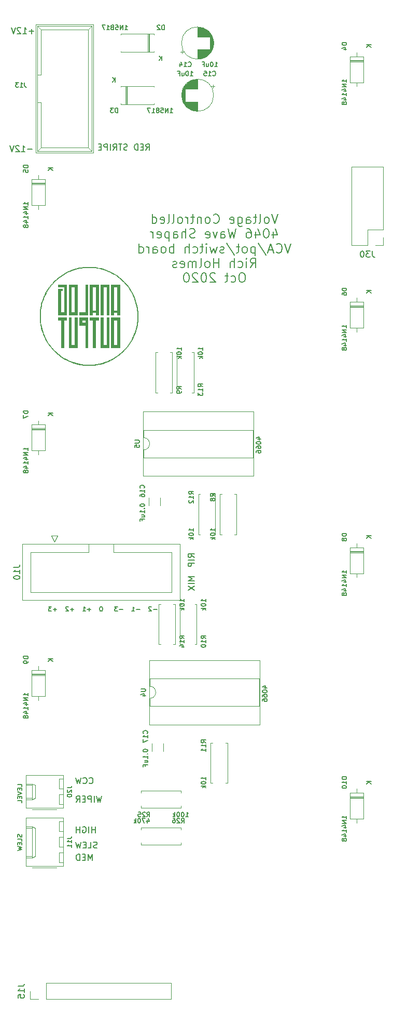
<source format=gbr>
%TF.GenerationSoftware,KiCad,Pcbnew,5.1.6-c6e7f7d~87~ubuntu20.04.1*%
%TF.CreationDate,2020-10-29T23:15:31-04:00*%
%TF.ProjectId,waveshaper,77617665-7368-4617-9065-722e6b696361,rev?*%
%TF.SameCoordinates,Original*%
%TF.FileFunction,Legend,Bot*%
%TF.FilePolarity,Positive*%
%FSLAX46Y46*%
G04 Gerber Fmt 4.6, Leading zero omitted, Abs format (unit mm)*
G04 Created by KiCad (PCBNEW 5.1.6-c6e7f7d~87~ubuntu20.04.1) date 2020-10-29 23:15:31*
%MOMM*%
%LPD*%
G01*
G04 APERTURE LIST*
%ADD10C,0.150000*%
%ADD11C,0.120000*%
%ADD12C,0.010000*%
G04 APERTURE END LIST*
D10*
X145452380Y-110452380D02*
X144452380Y-110452380D01*
X145166666Y-110785714D01*
X144452380Y-111119047D01*
X145452380Y-111119047D01*
X145452380Y-111595238D02*
X144452380Y-111595238D01*
X144452380Y-111976190D02*
X145452380Y-112642857D01*
X144452380Y-112642857D02*
X145452380Y-111976190D01*
X145452380Y-107321428D02*
X144976190Y-106988095D01*
X145452380Y-106750000D02*
X144452380Y-106750000D01*
X144452380Y-107130952D01*
X144500000Y-107226190D01*
X144547619Y-107273809D01*
X144642857Y-107321428D01*
X144785714Y-107321428D01*
X144880952Y-107273809D01*
X144928571Y-107226190D01*
X144976190Y-107130952D01*
X144976190Y-106750000D01*
X145452380Y-107750000D02*
X144452380Y-107750000D01*
X145452380Y-108226190D02*
X144452380Y-108226190D01*
X144452380Y-108607142D01*
X144500000Y-108702380D01*
X144547619Y-108750000D01*
X144642857Y-108797619D01*
X144785714Y-108797619D01*
X144880952Y-108750000D01*
X144928571Y-108702380D01*
X144976190Y-108607142D01*
X144976190Y-108226190D01*
X139357142Y-115803571D02*
X138785714Y-115803571D01*
X138464285Y-115410714D02*
X138428571Y-115375000D01*
X138357142Y-115339285D01*
X138178571Y-115339285D01*
X138107142Y-115375000D01*
X138071428Y-115410714D01*
X138035714Y-115482142D01*
X138035714Y-115553571D01*
X138071428Y-115660714D01*
X138500000Y-116089285D01*
X138035714Y-116089285D01*
X136571428Y-115803571D02*
X136000000Y-115803571D01*
X135250000Y-116089285D02*
X135678571Y-116089285D01*
X135464285Y-116089285D02*
X135464285Y-115339285D01*
X135535714Y-115446428D01*
X135607142Y-115517857D01*
X135678571Y-115553571D01*
X133785714Y-115803571D02*
X133214285Y-115803571D01*
X132928571Y-115339285D02*
X132464285Y-115339285D01*
X132714285Y-115625000D01*
X132607142Y-115625000D01*
X132535714Y-115660714D01*
X132500000Y-115696428D01*
X132464285Y-115767857D01*
X132464285Y-115946428D01*
X132500000Y-116017857D01*
X132535714Y-116053571D01*
X132607142Y-116089285D01*
X132821428Y-116089285D01*
X132892857Y-116053571D01*
X132928571Y-116017857D01*
X130285714Y-115339285D02*
X130214285Y-115339285D01*
X130142857Y-115375000D01*
X130107142Y-115410714D01*
X130071428Y-115482142D01*
X130035714Y-115625000D01*
X130035714Y-115803571D01*
X130071428Y-115946428D01*
X130107142Y-116017857D01*
X130142857Y-116053571D01*
X130214285Y-116089285D01*
X130285714Y-116089285D01*
X130357142Y-116053571D01*
X130392857Y-116017857D01*
X130428571Y-115946428D01*
X130464285Y-115803571D01*
X130464285Y-115625000D01*
X130428571Y-115482142D01*
X130392857Y-115410714D01*
X130357142Y-115375000D01*
X130285714Y-115339285D01*
X128571428Y-115803571D02*
X128000000Y-115803571D01*
X128285714Y-116089285D02*
X128285714Y-115517857D01*
X127250000Y-116089285D02*
X127678571Y-116089285D01*
X127464285Y-116089285D02*
X127464285Y-115339285D01*
X127535714Y-115446428D01*
X127607142Y-115517857D01*
X127678571Y-115553571D01*
X125785714Y-115803571D02*
X125214285Y-115803571D01*
X125500000Y-116089285D02*
X125500000Y-115517857D01*
X124892857Y-115410714D02*
X124857142Y-115375000D01*
X124785714Y-115339285D01*
X124607142Y-115339285D01*
X124535714Y-115375000D01*
X124500000Y-115410714D01*
X124464285Y-115482142D01*
X124464285Y-115553571D01*
X124500000Y-115660714D01*
X124928571Y-116089285D01*
X124464285Y-116089285D01*
X123000000Y-115803571D02*
X122428571Y-115803571D01*
X122714285Y-116089285D02*
X122714285Y-115517857D01*
X122142857Y-115339285D02*
X121678571Y-115339285D01*
X121928571Y-115625000D01*
X121821428Y-115625000D01*
X121750000Y-115660714D01*
X121714285Y-115696428D01*
X121678571Y-115767857D01*
X121678571Y-115946428D01*
X121714285Y-116017857D01*
X121750000Y-116053571D01*
X121821428Y-116089285D01*
X122035714Y-116089285D01*
X122107142Y-116053571D01*
X122142857Y-116017857D01*
X129309524Y-152202380D02*
X129309524Y-151202380D01*
X129309524Y-151678571D02*
X128738095Y-151678571D01*
X128738095Y-152202380D02*
X128738095Y-151202380D01*
X128261905Y-152202380D02*
X128261905Y-151202380D01*
X127261905Y-151250000D02*
X127357143Y-151202380D01*
X127500000Y-151202380D01*
X127642857Y-151250000D01*
X127738095Y-151345238D01*
X127785714Y-151440476D01*
X127833333Y-151630952D01*
X127833333Y-151773809D01*
X127785714Y-151964285D01*
X127738095Y-152059523D01*
X127642857Y-152154761D01*
X127500000Y-152202380D01*
X127404762Y-152202380D01*
X127261905Y-152154761D01*
X127214285Y-152107142D01*
X127214285Y-151773809D01*
X127404762Y-151773809D01*
X126785714Y-152202380D02*
X126785714Y-151202380D01*
X126785714Y-151678571D02*
X126214285Y-151678571D01*
X126214285Y-152202380D02*
X126214285Y-151202380D01*
X129595238Y-154654761D02*
X129452381Y-154702380D01*
X129214286Y-154702380D01*
X129119048Y-154654761D01*
X129071429Y-154607142D01*
X129023810Y-154511904D01*
X129023810Y-154416666D01*
X129071429Y-154321428D01*
X129119048Y-154273809D01*
X129214286Y-154226190D01*
X129404762Y-154178571D01*
X129500000Y-154130952D01*
X129547619Y-154083333D01*
X129595238Y-153988095D01*
X129595238Y-153892857D01*
X129547619Y-153797619D01*
X129500000Y-153750000D01*
X129404762Y-153702380D01*
X129166667Y-153702380D01*
X129023810Y-153750000D01*
X128119048Y-154702380D02*
X128595238Y-154702380D01*
X128595238Y-153702380D01*
X127785714Y-154178571D02*
X127452381Y-154178571D01*
X127309524Y-154702380D02*
X127785714Y-154702380D01*
X127785714Y-153702380D01*
X127309524Y-153702380D01*
X126976191Y-153702380D02*
X126738095Y-154702380D01*
X126547619Y-153988095D01*
X126357143Y-154702380D01*
X126119048Y-153702380D01*
X128785714Y-156702380D02*
X128785714Y-155702380D01*
X128452380Y-156416666D01*
X128119047Y-155702380D01*
X128119047Y-156702380D01*
X127642857Y-156178571D02*
X127309523Y-156178571D01*
X127166666Y-156702380D02*
X127642857Y-156702380D01*
X127642857Y-155702380D01*
X127166666Y-155702380D01*
X126738095Y-156702380D02*
X126738095Y-155702380D01*
X126500000Y-155702380D01*
X126357142Y-155750000D01*
X126261904Y-155845238D01*
X126214285Y-155940476D01*
X126166666Y-156130952D01*
X126166666Y-156273809D01*
X126214285Y-156464285D01*
X126261904Y-156559523D01*
X126357142Y-156654761D01*
X126500000Y-156702380D01*
X126738095Y-156702380D01*
X130357143Y-146202380D02*
X130119048Y-147202380D01*
X129928572Y-146488095D01*
X129738096Y-147202380D01*
X129500000Y-146202380D01*
X129119048Y-147202380D02*
X129119048Y-146202380D01*
X128642857Y-147202380D02*
X128642857Y-146202380D01*
X128261905Y-146202380D01*
X128166667Y-146250000D01*
X128119048Y-146297619D01*
X128071429Y-146392857D01*
X128071429Y-146535714D01*
X128119048Y-146630952D01*
X128166667Y-146678571D01*
X128261905Y-146726190D01*
X128642857Y-146726190D01*
X127642857Y-146678571D02*
X127309524Y-146678571D01*
X127166667Y-147202380D02*
X127642857Y-147202380D01*
X127642857Y-146202380D01*
X127166667Y-146202380D01*
X126166667Y-147202380D02*
X126500000Y-146726190D01*
X126738096Y-147202380D02*
X126738096Y-146202380D01*
X126357143Y-146202380D01*
X126261905Y-146250000D01*
X126214286Y-146297619D01*
X126166667Y-146392857D01*
X126166667Y-146535714D01*
X126214286Y-146630952D01*
X126261905Y-146678571D01*
X126357143Y-146726190D01*
X126738096Y-146726190D01*
X128309523Y-144107142D02*
X128357142Y-144154761D01*
X128499999Y-144202380D01*
X128595238Y-144202380D01*
X128738095Y-144154761D01*
X128833333Y-144059523D01*
X128880952Y-143964285D01*
X128928571Y-143773809D01*
X128928571Y-143630952D01*
X128880952Y-143440476D01*
X128833333Y-143345238D01*
X128738095Y-143250000D01*
X128595238Y-143202380D01*
X128499999Y-143202380D01*
X128357142Y-143250000D01*
X128309523Y-143297619D01*
X127309523Y-144107142D02*
X127357142Y-144154761D01*
X127499999Y-144202380D01*
X127595238Y-144202380D01*
X127738095Y-144154761D01*
X127833333Y-144059523D01*
X127880952Y-143964285D01*
X127928571Y-143773809D01*
X127928571Y-143630952D01*
X127880952Y-143440476D01*
X127833333Y-143345238D01*
X127738095Y-143250000D01*
X127595238Y-143202380D01*
X127499999Y-143202380D01*
X127357142Y-143250000D01*
X127309523Y-143297619D01*
X126976190Y-143202380D02*
X126738095Y-144202380D01*
X126547619Y-143488095D01*
X126357142Y-144202380D01*
X126119047Y-143202380D01*
X159107142Y-51378571D02*
X158607142Y-52878571D01*
X158107142Y-51378571D01*
X157392857Y-52878571D02*
X157535714Y-52807142D01*
X157607142Y-52735714D01*
X157678571Y-52592857D01*
X157678571Y-52164285D01*
X157607142Y-52021428D01*
X157535714Y-51950000D01*
X157392857Y-51878571D01*
X157178571Y-51878571D01*
X157035714Y-51950000D01*
X156964285Y-52021428D01*
X156892857Y-52164285D01*
X156892857Y-52592857D01*
X156964285Y-52735714D01*
X157035714Y-52807142D01*
X157178571Y-52878571D01*
X157392857Y-52878571D01*
X156035714Y-52878571D02*
X156178571Y-52807142D01*
X156250000Y-52664285D01*
X156250000Y-51378571D01*
X155678571Y-51878571D02*
X155107142Y-51878571D01*
X155464285Y-51378571D02*
X155464285Y-52664285D01*
X155392857Y-52807142D01*
X155250000Y-52878571D01*
X155107142Y-52878571D01*
X153964285Y-52878571D02*
X153964285Y-52092857D01*
X154035714Y-51950000D01*
X154178571Y-51878571D01*
X154464285Y-51878571D01*
X154607142Y-51950000D01*
X153964285Y-52807142D02*
X154107142Y-52878571D01*
X154464285Y-52878571D01*
X154607142Y-52807142D01*
X154678571Y-52664285D01*
X154678571Y-52521428D01*
X154607142Y-52378571D01*
X154464285Y-52307142D01*
X154107142Y-52307142D01*
X153964285Y-52235714D01*
X152607142Y-51878571D02*
X152607142Y-53092857D01*
X152678571Y-53235714D01*
X152750000Y-53307142D01*
X152892857Y-53378571D01*
X153107142Y-53378571D01*
X153250000Y-53307142D01*
X152607142Y-52807142D02*
X152750000Y-52878571D01*
X153035714Y-52878571D01*
X153178571Y-52807142D01*
X153250000Y-52735714D01*
X153321428Y-52592857D01*
X153321428Y-52164285D01*
X153250000Y-52021428D01*
X153178571Y-51950000D01*
X153035714Y-51878571D01*
X152750000Y-51878571D01*
X152607142Y-51950000D01*
X151321428Y-52807142D02*
X151464285Y-52878571D01*
X151750000Y-52878571D01*
X151892857Y-52807142D01*
X151964285Y-52664285D01*
X151964285Y-52092857D01*
X151892857Y-51950000D01*
X151750000Y-51878571D01*
X151464285Y-51878571D01*
X151321428Y-51950000D01*
X151250000Y-52092857D01*
X151250000Y-52235714D01*
X151964285Y-52378571D01*
X148607142Y-52735714D02*
X148678571Y-52807142D01*
X148892857Y-52878571D01*
X149035714Y-52878571D01*
X149250000Y-52807142D01*
X149392857Y-52664285D01*
X149464285Y-52521428D01*
X149535714Y-52235714D01*
X149535714Y-52021428D01*
X149464285Y-51735714D01*
X149392857Y-51592857D01*
X149250000Y-51450000D01*
X149035714Y-51378571D01*
X148892857Y-51378571D01*
X148678571Y-51450000D01*
X148607142Y-51521428D01*
X147750000Y-52878571D02*
X147892857Y-52807142D01*
X147964285Y-52735714D01*
X148035714Y-52592857D01*
X148035714Y-52164285D01*
X147964285Y-52021428D01*
X147892857Y-51950000D01*
X147750000Y-51878571D01*
X147535714Y-51878571D01*
X147392857Y-51950000D01*
X147321428Y-52021428D01*
X147250000Y-52164285D01*
X147250000Y-52592857D01*
X147321428Y-52735714D01*
X147392857Y-52807142D01*
X147535714Y-52878571D01*
X147750000Y-52878571D01*
X146607142Y-51878571D02*
X146607142Y-52878571D01*
X146607142Y-52021428D02*
X146535714Y-51950000D01*
X146392857Y-51878571D01*
X146178571Y-51878571D01*
X146035714Y-51950000D01*
X145964285Y-52092857D01*
X145964285Y-52878571D01*
X145464285Y-51878571D02*
X144892857Y-51878571D01*
X145250000Y-51378571D02*
X145250000Y-52664285D01*
X145178571Y-52807142D01*
X145035714Y-52878571D01*
X144892857Y-52878571D01*
X144392857Y-52878571D02*
X144392857Y-51878571D01*
X144392857Y-52164285D02*
X144321428Y-52021428D01*
X144250000Y-51950000D01*
X144107142Y-51878571D01*
X143964285Y-51878571D01*
X143250000Y-52878571D02*
X143392857Y-52807142D01*
X143464285Y-52735714D01*
X143535714Y-52592857D01*
X143535714Y-52164285D01*
X143464285Y-52021428D01*
X143392857Y-51950000D01*
X143250000Y-51878571D01*
X143035714Y-51878571D01*
X142892857Y-51950000D01*
X142821428Y-52021428D01*
X142750000Y-52164285D01*
X142750000Y-52592857D01*
X142821428Y-52735714D01*
X142892857Y-52807142D01*
X143035714Y-52878571D01*
X143250000Y-52878571D01*
X141892857Y-52878571D02*
X142035714Y-52807142D01*
X142107142Y-52664285D01*
X142107142Y-51378571D01*
X141107142Y-52878571D02*
X141250000Y-52807142D01*
X141321428Y-52664285D01*
X141321428Y-51378571D01*
X139964285Y-52807142D02*
X140107142Y-52878571D01*
X140392857Y-52878571D01*
X140535714Y-52807142D01*
X140607142Y-52664285D01*
X140607142Y-52092857D01*
X140535714Y-51950000D01*
X140392857Y-51878571D01*
X140107142Y-51878571D01*
X139964285Y-51950000D01*
X139892857Y-52092857D01*
X139892857Y-52235714D01*
X140607142Y-52378571D01*
X138607142Y-52878571D02*
X138607142Y-51378571D01*
X138607142Y-52807142D02*
X138750000Y-52878571D01*
X139035714Y-52878571D01*
X139178571Y-52807142D01*
X139250000Y-52735714D01*
X139321428Y-52592857D01*
X139321428Y-52164285D01*
X139250000Y-52021428D01*
X139178571Y-51950000D01*
X139035714Y-51878571D01*
X138750000Y-51878571D01*
X138607142Y-51950000D01*
X158357142Y-54278571D02*
X158357142Y-55278571D01*
X158714285Y-53707142D02*
X159071428Y-54778571D01*
X158142857Y-54778571D01*
X157285714Y-53778571D02*
X157142857Y-53778571D01*
X157000000Y-53850000D01*
X156928571Y-53921428D01*
X156857142Y-54064285D01*
X156785714Y-54350000D01*
X156785714Y-54707142D01*
X156857142Y-54992857D01*
X156928571Y-55135714D01*
X157000000Y-55207142D01*
X157142857Y-55278571D01*
X157285714Y-55278571D01*
X157428571Y-55207142D01*
X157500000Y-55135714D01*
X157571428Y-54992857D01*
X157642857Y-54707142D01*
X157642857Y-54350000D01*
X157571428Y-54064285D01*
X157500000Y-53921428D01*
X157428571Y-53850000D01*
X157285714Y-53778571D01*
X155500000Y-54278571D02*
X155500000Y-55278571D01*
X155857142Y-53707142D02*
X156214285Y-54778571D01*
X155285714Y-54778571D01*
X154071428Y-53778571D02*
X154357142Y-53778571D01*
X154500000Y-53850000D01*
X154571428Y-53921428D01*
X154714285Y-54135714D01*
X154785714Y-54421428D01*
X154785714Y-54992857D01*
X154714285Y-55135714D01*
X154642857Y-55207142D01*
X154500000Y-55278571D01*
X154214285Y-55278571D01*
X154071428Y-55207142D01*
X154000000Y-55135714D01*
X153928571Y-54992857D01*
X153928571Y-54635714D01*
X154000000Y-54492857D01*
X154071428Y-54421428D01*
X154214285Y-54350000D01*
X154500000Y-54350000D01*
X154642857Y-54421428D01*
X154714285Y-54492857D01*
X154785714Y-54635714D01*
X152285714Y-53778571D02*
X151928571Y-55278571D01*
X151642857Y-54207142D01*
X151357142Y-55278571D01*
X151000000Y-53778571D01*
X149785714Y-55278571D02*
X149785714Y-54492857D01*
X149857142Y-54350000D01*
X150000000Y-54278571D01*
X150285714Y-54278571D01*
X150428571Y-54350000D01*
X149785714Y-55207142D02*
X149928571Y-55278571D01*
X150285714Y-55278571D01*
X150428571Y-55207142D01*
X150500000Y-55064285D01*
X150500000Y-54921428D01*
X150428571Y-54778571D01*
X150285714Y-54707142D01*
X149928571Y-54707142D01*
X149785714Y-54635714D01*
X149214285Y-54278571D02*
X148857142Y-55278571D01*
X148500000Y-54278571D01*
X147357142Y-55207142D02*
X147500000Y-55278571D01*
X147785714Y-55278571D01*
X147928571Y-55207142D01*
X148000000Y-55064285D01*
X148000000Y-54492857D01*
X147928571Y-54350000D01*
X147785714Y-54278571D01*
X147500000Y-54278571D01*
X147357142Y-54350000D01*
X147285714Y-54492857D01*
X147285714Y-54635714D01*
X148000000Y-54778571D01*
X145571428Y-55207142D02*
X145357142Y-55278571D01*
X145000000Y-55278571D01*
X144857142Y-55207142D01*
X144785714Y-55135714D01*
X144714285Y-54992857D01*
X144714285Y-54850000D01*
X144785714Y-54707142D01*
X144857142Y-54635714D01*
X145000000Y-54564285D01*
X145285714Y-54492857D01*
X145428571Y-54421428D01*
X145500000Y-54350000D01*
X145571428Y-54207142D01*
X145571428Y-54064285D01*
X145500000Y-53921428D01*
X145428571Y-53850000D01*
X145285714Y-53778571D01*
X144928571Y-53778571D01*
X144714285Y-53850000D01*
X144071428Y-55278571D02*
X144071428Y-53778571D01*
X143428571Y-55278571D02*
X143428571Y-54492857D01*
X143500000Y-54350000D01*
X143642857Y-54278571D01*
X143857142Y-54278571D01*
X144000000Y-54350000D01*
X144071428Y-54421428D01*
X142071428Y-55278571D02*
X142071428Y-54492857D01*
X142142857Y-54350000D01*
X142285714Y-54278571D01*
X142571428Y-54278571D01*
X142714285Y-54350000D01*
X142071428Y-55207142D02*
X142214285Y-55278571D01*
X142571428Y-55278571D01*
X142714285Y-55207142D01*
X142785714Y-55064285D01*
X142785714Y-54921428D01*
X142714285Y-54778571D01*
X142571428Y-54707142D01*
X142214285Y-54707142D01*
X142071428Y-54635714D01*
X141357142Y-54278571D02*
X141357142Y-55778571D01*
X141357142Y-54350000D02*
X141214285Y-54278571D01*
X140928571Y-54278571D01*
X140785714Y-54350000D01*
X140714285Y-54421428D01*
X140642857Y-54564285D01*
X140642857Y-54992857D01*
X140714285Y-55135714D01*
X140785714Y-55207142D01*
X140928571Y-55278571D01*
X141214285Y-55278571D01*
X141357142Y-55207142D01*
X139428571Y-55207142D02*
X139571428Y-55278571D01*
X139857142Y-55278571D01*
X140000000Y-55207142D01*
X140071428Y-55064285D01*
X140071428Y-54492857D01*
X140000000Y-54350000D01*
X139857142Y-54278571D01*
X139571428Y-54278571D01*
X139428571Y-54350000D01*
X139357142Y-54492857D01*
X139357142Y-54635714D01*
X140071428Y-54778571D01*
X138714285Y-55278571D02*
X138714285Y-54278571D01*
X138714285Y-54564285D02*
X138642857Y-54421428D01*
X138571428Y-54350000D01*
X138428571Y-54278571D01*
X138285714Y-54278571D01*
X161250000Y-56178571D02*
X160750000Y-57678571D01*
X160250000Y-56178571D01*
X158892857Y-57535714D02*
X158964285Y-57607142D01*
X159178571Y-57678571D01*
X159321428Y-57678571D01*
X159535714Y-57607142D01*
X159678571Y-57464285D01*
X159750000Y-57321428D01*
X159821428Y-57035714D01*
X159821428Y-56821428D01*
X159750000Y-56535714D01*
X159678571Y-56392857D01*
X159535714Y-56250000D01*
X159321428Y-56178571D01*
X159178571Y-56178571D01*
X158964285Y-56250000D01*
X158892857Y-56321428D01*
X158321428Y-57250000D02*
X157607142Y-57250000D01*
X158464285Y-57678571D02*
X157964285Y-56178571D01*
X157464285Y-57678571D01*
X155892857Y-56107142D02*
X157178571Y-58035714D01*
X155392857Y-56678571D02*
X155392857Y-58178571D01*
X155392857Y-56750000D02*
X155250000Y-56678571D01*
X154964285Y-56678571D01*
X154821428Y-56750000D01*
X154750000Y-56821428D01*
X154678571Y-56964285D01*
X154678571Y-57392857D01*
X154750000Y-57535714D01*
X154821428Y-57607142D01*
X154964285Y-57678571D01*
X155250000Y-57678571D01*
X155392857Y-57607142D01*
X153821428Y-57678571D02*
X153964285Y-57607142D01*
X154035714Y-57535714D01*
X154107142Y-57392857D01*
X154107142Y-56964285D01*
X154035714Y-56821428D01*
X153964285Y-56750000D01*
X153821428Y-56678571D01*
X153607142Y-56678571D01*
X153464285Y-56750000D01*
X153392857Y-56821428D01*
X153321428Y-56964285D01*
X153321428Y-57392857D01*
X153392857Y-57535714D01*
X153464285Y-57607142D01*
X153607142Y-57678571D01*
X153821428Y-57678571D01*
X152892857Y-56678571D02*
X152321428Y-56678571D01*
X152678571Y-56178571D02*
X152678571Y-57464285D01*
X152607142Y-57607142D01*
X152464285Y-57678571D01*
X152321428Y-57678571D01*
X150750000Y-56107142D02*
X152035714Y-58035714D01*
X150321428Y-57607142D02*
X150178571Y-57678571D01*
X149892857Y-57678571D01*
X149750000Y-57607142D01*
X149678571Y-57464285D01*
X149678571Y-57392857D01*
X149750000Y-57250000D01*
X149892857Y-57178571D01*
X150107142Y-57178571D01*
X150250000Y-57107142D01*
X150321428Y-56964285D01*
X150321428Y-56892857D01*
X150250000Y-56750000D01*
X150107142Y-56678571D01*
X149892857Y-56678571D01*
X149750000Y-56750000D01*
X149178571Y-56678571D02*
X148892857Y-57678571D01*
X148607142Y-56964285D01*
X148321428Y-57678571D01*
X148035714Y-56678571D01*
X147464285Y-57678571D02*
X147464285Y-56678571D01*
X147464285Y-56178571D02*
X147535714Y-56250000D01*
X147464285Y-56321428D01*
X147392857Y-56250000D01*
X147464285Y-56178571D01*
X147464285Y-56321428D01*
X146964285Y-56678571D02*
X146392857Y-56678571D01*
X146750000Y-56178571D02*
X146750000Y-57464285D01*
X146678571Y-57607142D01*
X146535714Y-57678571D01*
X146392857Y-57678571D01*
X145250000Y-57607142D02*
X145392857Y-57678571D01*
X145678571Y-57678571D01*
X145821428Y-57607142D01*
X145892857Y-57535714D01*
X145964285Y-57392857D01*
X145964285Y-56964285D01*
X145892857Y-56821428D01*
X145821428Y-56750000D01*
X145678571Y-56678571D01*
X145392857Y-56678571D01*
X145250000Y-56750000D01*
X144607142Y-57678571D02*
X144607142Y-56178571D01*
X143964285Y-57678571D02*
X143964285Y-56892857D01*
X144035714Y-56750000D01*
X144178571Y-56678571D01*
X144392857Y-56678571D01*
X144535714Y-56750000D01*
X144607142Y-56821428D01*
X142107142Y-57678571D02*
X142107142Y-56178571D01*
X142107142Y-56750000D02*
X141964285Y-56678571D01*
X141678571Y-56678571D01*
X141535714Y-56750000D01*
X141464285Y-56821428D01*
X141392857Y-56964285D01*
X141392857Y-57392857D01*
X141464285Y-57535714D01*
X141535714Y-57607142D01*
X141678571Y-57678571D01*
X141964285Y-57678571D01*
X142107142Y-57607142D01*
X140535714Y-57678571D02*
X140678571Y-57607142D01*
X140750000Y-57535714D01*
X140821428Y-57392857D01*
X140821428Y-56964285D01*
X140750000Y-56821428D01*
X140678571Y-56750000D01*
X140535714Y-56678571D01*
X140321428Y-56678571D01*
X140178571Y-56750000D01*
X140107142Y-56821428D01*
X140035714Y-56964285D01*
X140035714Y-57392857D01*
X140107142Y-57535714D01*
X140178571Y-57607142D01*
X140321428Y-57678571D01*
X140535714Y-57678571D01*
X138750000Y-57678571D02*
X138750000Y-56892857D01*
X138821428Y-56750000D01*
X138964285Y-56678571D01*
X139250000Y-56678571D01*
X139392857Y-56750000D01*
X138750000Y-57607142D02*
X138892857Y-57678571D01*
X139250000Y-57678571D01*
X139392857Y-57607142D01*
X139464285Y-57464285D01*
X139464285Y-57321428D01*
X139392857Y-57178571D01*
X139250000Y-57107142D01*
X138892857Y-57107142D01*
X138750000Y-57035714D01*
X138035714Y-57678571D02*
X138035714Y-56678571D01*
X138035714Y-56964285D02*
X137964285Y-56821428D01*
X137892857Y-56750000D01*
X137750000Y-56678571D01*
X137607142Y-56678571D01*
X136464285Y-57678571D02*
X136464285Y-56178571D01*
X136464285Y-57607142D02*
X136607142Y-57678571D01*
X136892857Y-57678571D01*
X137035714Y-57607142D01*
X137107142Y-57535714D01*
X137178571Y-57392857D01*
X137178571Y-56964285D01*
X137107142Y-56821428D01*
X137035714Y-56750000D01*
X136892857Y-56678571D01*
X136607142Y-56678571D01*
X136464285Y-56750000D01*
X154642857Y-60078571D02*
X155142857Y-59364285D01*
X155500000Y-60078571D02*
X155500000Y-58578571D01*
X154928571Y-58578571D01*
X154785714Y-58650000D01*
X154714285Y-58721428D01*
X154642857Y-58864285D01*
X154642857Y-59078571D01*
X154714285Y-59221428D01*
X154785714Y-59292857D01*
X154928571Y-59364285D01*
X155500000Y-59364285D01*
X154000000Y-60078571D02*
X154000000Y-59078571D01*
X154000000Y-58578571D02*
X154071428Y-58650000D01*
X154000000Y-58721428D01*
X153928571Y-58650000D01*
X154000000Y-58578571D01*
X154000000Y-58721428D01*
X152642857Y-60007142D02*
X152785714Y-60078571D01*
X153071428Y-60078571D01*
X153214285Y-60007142D01*
X153285714Y-59935714D01*
X153357142Y-59792857D01*
X153357142Y-59364285D01*
X153285714Y-59221428D01*
X153214285Y-59150000D01*
X153071428Y-59078571D01*
X152785714Y-59078571D01*
X152642857Y-59150000D01*
X152000000Y-60078571D02*
X152000000Y-58578571D01*
X151357142Y-60078571D02*
X151357142Y-59292857D01*
X151428571Y-59150000D01*
X151571428Y-59078571D01*
X151785714Y-59078571D01*
X151928571Y-59150000D01*
X152000000Y-59221428D01*
X149500000Y-60078571D02*
X149500000Y-58578571D01*
X149500000Y-59292857D02*
X148642857Y-59292857D01*
X148642857Y-60078571D02*
X148642857Y-58578571D01*
X147714285Y-60078571D02*
X147857142Y-60007142D01*
X147928571Y-59935714D01*
X148000000Y-59792857D01*
X148000000Y-59364285D01*
X147928571Y-59221428D01*
X147857142Y-59150000D01*
X147714285Y-59078571D01*
X147500000Y-59078571D01*
X147357142Y-59150000D01*
X147285714Y-59221428D01*
X147214285Y-59364285D01*
X147214285Y-59792857D01*
X147285714Y-59935714D01*
X147357142Y-60007142D01*
X147500000Y-60078571D01*
X147714285Y-60078571D01*
X146357142Y-60078571D02*
X146500000Y-60007142D01*
X146571428Y-59864285D01*
X146571428Y-58578571D01*
X145785714Y-60078571D02*
X145785714Y-59078571D01*
X145785714Y-59221428D02*
X145714285Y-59150000D01*
X145571428Y-59078571D01*
X145357142Y-59078571D01*
X145214285Y-59150000D01*
X145142857Y-59292857D01*
X145142857Y-60078571D01*
X145142857Y-59292857D02*
X145071428Y-59150000D01*
X144928571Y-59078571D01*
X144714285Y-59078571D01*
X144571428Y-59150000D01*
X144500000Y-59292857D01*
X144500000Y-60078571D01*
X143214285Y-60007142D02*
X143357142Y-60078571D01*
X143642857Y-60078571D01*
X143785714Y-60007142D01*
X143857142Y-59864285D01*
X143857142Y-59292857D01*
X143785714Y-59150000D01*
X143642857Y-59078571D01*
X143357142Y-59078571D01*
X143214285Y-59150000D01*
X143142857Y-59292857D01*
X143142857Y-59435714D01*
X143857142Y-59578571D01*
X142571428Y-60007142D02*
X142428571Y-60078571D01*
X142142857Y-60078571D01*
X142000000Y-60007142D01*
X141928571Y-59864285D01*
X141928571Y-59792857D01*
X142000000Y-59650000D01*
X142142857Y-59578571D01*
X142357142Y-59578571D01*
X142500000Y-59507142D01*
X142571428Y-59364285D01*
X142571428Y-59292857D01*
X142500000Y-59150000D01*
X142357142Y-59078571D01*
X142142857Y-59078571D01*
X142000000Y-59150000D01*
X153392857Y-60978571D02*
X153107142Y-60978571D01*
X152964285Y-61050000D01*
X152821428Y-61192857D01*
X152750000Y-61478571D01*
X152750000Y-61978571D01*
X152821428Y-62264285D01*
X152964285Y-62407142D01*
X153107142Y-62478571D01*
X153392857Y-62478571D01*
X153535714Y-62407142D01*
X153678571Y-62264285D01*
X153750000Y-61978571D01*
X153750000Y-61478571D01*
X153678571Y-61192857D01*
X153535714Y-61050000D01*
X153392857Y-60978571D01*
X151464285Y-62407142D02*
X151607142Y-62478571D01*
X151892857Y-62478571D01*
X152035714Y-62407142D01*
X152107142Y-62335714D01*
X152178571Y-62192857D01*
X152178571Y-61764285D01*
X152107142Y-61621428D01*
X152035714Y-61550000D01*
X151892857Y-61478571D01*
X151607142Y-61478571D01*
X151464285Y-61550000D01*
X151035714Y-61478571D02*
X150464285Y-61478571D01*
X150821428Y-60978571D02*
X150821428Y-62264285D01*
X150750000Y-62407142D01*
X150607142Y-62478571D01*
X150464285Y-62478571D01*
X148892857Y-61121428D02*
X148821428Y-61050000D01*
X148678571Y-60978571D01*
X148321428Y-60978571D01*
X148178571Y-61050000D01*
X148107142Y-61121428D01*
X148035714Y-61264285D01*
X148035714Y-61407142D01*
X148107142Y-61621428D01*
X148964285Y-62478571D01*
X148035714Y-62478571D01*
X147107142Y-60978571D02*
X146964285Y-60978571D01*
X146821428Y-61050000D01*
X146750000Y-61121428D01*
X146678571Y-61264285D01*
X146607142Y-61550000D01*
X146607142Y-61907142D01*
X146678571Y-62192857D01*
X146750000Y-62335714D01*
X146821428Y-62407142D01*
X146964285Y-62478571D01*
X147107142Y-62478571D01*
X147250000Y-62407142D01*
X147321428Y-62335714D01*
X147392857Y-62192857D01*
X147464285Y-61907142D01*
X147464285Y-61550000D01*
X147392857Y-61264285D01*
X147321428Y-61121428D01*
X147250000Y-61050000D01*
X147107142Y-60978571D01*
X146035714Y-61121428D02*
X145964285Y-61050000D01*
X145821428Y-60978571D01*
X145464285Y-60978571D01*
X145321428Y-61050000D01*
X145250000Y-61121428D01*
X145178571Y-61264285D01*
X145178571Y-61407142D01*
X145250000Y-61621428D01*
X146107142Y-62478571D01*
X145178571Y-62478571D01*
X144250000Y-60978571D02*
X144107142Y-60978571D01*
X143964285Y-61050000D01*
X143892857Y-61121428D01*
X143821428Y-61264285D01*
X143750000Y-61550000D01*
X143750000Y-61907142D01*
X143821428Y-62192857D01*
X143892857Y-62335714D01*
X143964285Y-62407142D01*
X144107142Y-62478571D01*
X144250000Y-62478571D01*
X144392857Y-62407142D01*
X144464285Y-62335714D01*
X144535714Y-62192857D01*
X144607142Y-61907142D01*
X144607142Y-61550000D01*
X144535714Y-61264285D01*
X144464285Y-61121428D01*
X144392857Y-61050000D01*
X144250000Y-60978571D01*
D11*
%TO.C,J13*%
X120400000Y-33170000D02*
X120400000Y-40550000D01*
X119900000Y-33170000D02*
X120380000Y-33170000D01*
X120400000Y-28670000D02*
X119890000Y-28670000D01*
X120400000Y-21300000D02*
X120400000Y-28650000D01*
X120400000Y-21300000D02*
X119900000Y-20800000D01*
X128150000Y-21300000D02*
X120400000Y-21300000D01*
X128150000Y-21300000D02*
X128700000Y-20750000D01*
X128150000Y-40550000D02*
X128150000Y-21300000D01*
X128150000Y-40550000D02*
X128700000Y-41100000D01*
X120400000Y-40550000D02*
X128150000Y-40550000D01*
X119850000Y-41100000D02*
X120400000Y-40550000D01*
X119850000Y-20750000D02*
X119850000Y-41100000D01*
X128700000Y-20750000D02*
X119850000Y-20750000D01*
X128700000Y-41100000D02*
X128700000Y-20750000D01*
X119850000Y-41100000D02*
X128700000Y-41100000D01*
X119595000Y-41350000D02*
X128945000Y-41350000D01*
X119595000Y-20490000D02*
X119595000Y-41350000D01*
X128945000Y-20490000D02*
X119595000Y-20490000D01*
X128945000Y-41350000D02*
X128945000Y-20490000D01*
%TO.C,J10*%
X123130000Y-103780000D02*
X122630000Y-104780000D01*
X122130000Y-103780000D02*
X123130000Y-103780000D01*
X122630000Y-104780000D02*
X122130000Y-103780000D01*
X132300000Y-106480000D02*
X132300000Y-105170000D01*
X132300000Y-106480000D02*
X132300000Y-106480000D01*
X141780000Y-106480000D02*
X132300000Y-106480000D01*
X141780000Y-112980000D02*
X141780000Y-106480000D01*
X118720000Y-112980000D02*
X141780000Y-112980000D01*
X118720000Y-106480000D02*
X118720000Y-112980000D01*
X128200000Y-106480000D02*
X118720000Y-106480000D01*
X128200000Y-105170000D02*
X128200000Y-106480000D01*
X143080000Y-105170000D02*
X117420000Y-105170000D01*
X143080000Y-114290000D02*
X143080000Y-105170000D01*
X117420000Y-114290000D02*
X143080000Y-114290000D01*
X117420000Y-105170000D02*
X117420000Y-114290000D01*
%TO.C,J11*%
X124030000Y-157630000D02*
X118010000Y-157630000D01*
X118010000Y-157630000D02*
X118010000Y-149790000D01*
X118010000Y-149790000D02*
X124030000Y-149790000D01*
X124030000Y-149790000D02*
X124030000Y-157630000D01*
X123000000Y-157920000D02*
X119000000Y-157920000D01*
X118010000Y-156250000D02*
X119010000Y-156250000D01*
X119010000Y-156250000D02*
X119010000Y-151170000D01*
X119010000Y-151170000D02*
X118010000Y-151170000D01*
X119010000Y-156250000D02*
X119540000Y-156000000D01*
X119540000Y-156000000D02*
X119540000Y-151420000D01*
X119540000Y-151420000D02*
X119010000Y-151170000D01*
X118010000Y-156000000D02*
X119010000Y-156000000D01*
X118010000Y-151420000D02*
X119010000Y-151420000D01*
X124030000Y-157050000D02*
X123430000Y-157050000D01*
X123430000Y-157050000D02*
X123430000Y-155450000D01*
X123430000Y-155450000D02*
X124030000Y-155450000D01*
X124030000Y-154510000D02*
X123430000Y-154510000D01*
X123430000Y-154510000D02*
X123430000Y-152910000D01*
X123430000Y-152910000D02*
X124030000Y-152910000D01*
X124030000Y-151970000D02*
X123430000Y-151970000D01*
X123430000Y-151970000D02*
X123430000Y-150370000D01*
X123430000Y-150370000D02*
X124030000Y-150370000D01*
%TO.C,J20*%
X124030000Y-148130000D02*
X118010000Y-148130000D01*
X118010000Y-148130000D02*
X118010000Y-142830000D01*
X118010000Y-142830000D02*
X124030000Y-142830000D01*
X124030000Y-142830000D02*
X124030000Y-148130000D01*
X123000000Y-148420000D02*
X119000000Y-148420000D01*
X118010000Y-146750000D02*
X119010000Y-146750000D01*
X119010000Y-146750000D02*
X119010000Y-144210000D01*
X119010000Y-144210000D02*
X118010000Y-144210000D01*
X119010000Y-146750000D02*
X119540000Y-146500000D01*
X119540000Y-146500000D02*
X119540000Y-144460000D01*
X119540000Y-144460000D02*
X119010000Y-144210000D01*
X118010000Y-146500000D02*
X119010000Y-146500000D01*
X118010000Y-144460000D02*
X119010000Y-144460000D01*
X124030000Y-147550000D02*
X123430000Y-147550000D01*
X123430000Y-147550000D02*
X123430000Y-145950000D01*
X123430000Y-145950000D02*
X124030000Y-145950000D01*
X124030000Y-145010000D02*
X123430000Y-145010000D01*
X123430000Y-145010000D02*
X123430000Y-143410000D01*
X123430000Y-143410000D02*
X124030000Y-143410000D01*
D12*
%TO.C,G\u002A\u002A\u002A*%
G36*
X124314588Y-62852281D02*
G01*
X124251480Y-62853088D01*
X124178115Y-62853844D01*
X124096935Y-62854535D01*
X124010383Y-62855145D01*
X123920902Y-62855659D01*
X123830934Y-62856063D01*
X123742922Y-62856342D01*
X123659310Y-62856480D01*
X123628788Y-62856492D01*
X123233500Y-62856500D01*
X123233500Y-63262900D01*
X124217750Y-63262900D01*
X124217750Y-67358650D01*
X123620850Y-67358650D01*
X123620850Y-63847338D01*
X123765313Y-63845631D01*
X123909775Y-63843925D01*
X123911487Y-63705757D01*
X123913198Y-63567589D01*
X123573097Y-63569232D01*
X123232995Y-63570875D01*
X123231660Y-65667962D01*
X123230325Y-67765050D01*
X124605100Y-67765050D01*
X124605100Y-62848078D01*
X124314588Y-62852281D01*
G37*
X124314588Y-62852281D02*
X124251480Y-62853088D01*
X124178115Y-62853844D01*
X124096935Y-62854535D01*
X124010383Y-62855145D01*
X123920902Y-62855659D01*
X123830934Y-62856063D01*
X123742922Y-62856342D01*
X123659310Y-62856480D01*
X123628788Y-62856492D01*
X123233500Y-62856500D01*
X123233500Y-63262900D01*
X124217750Y-63262900D01*
X124217750Y-67358650D01*
X123620850Y-67358650D01*
X123620850Y-63847338D01*
X123765313Y-63845631D01*
X123909775Y-63843925D01*
X123911487Y-63705757D01*
X123913198Y-63567589D01*
X123573097Y-63569232D01*
X123232995Y-63570875D01*
X123231660Y-65667962D01*
X123230325Y-67765050D01*
X124605100Y-67765050D01*
X124605100Y-62848078D01*
X124314588Y-62852281D01*
G36*
X125651263Y-62851709D02*
G01*
X124963875Y-62853325D01*
X124962280Y-65309187D01*
X124960684Y-67765050D01*
X126338650Y-67765050D01*
X126338650Y-63262900D01*
X125944950Y-63262900D01*
X125944950Y-67358650D01*
X125354400Y-67358650D01*
X125354400Y-63262900D01*
X125944950Y-63262900D01*
X126338650Y-63262900D01*
X126338650Y-62850093D01*
X125651263Y-62851709D01*
G37*
X125651263Y-62851709D02*
X124963875Y-62853325D01*
X124962280Y-65309187D01*
X124960684Y-67765050D01*
X126338650Y-67765050D01*
X126338650Y-63262900D01*
X125944950Y-63262900D01*
X125944950Y-67358650D01*
X125354400Y-67358650D01*
X125354400Y-63262900D01*
X125944950Y-63262900D01*
X126338650Y-63262900D01*
X126338650Y-62850093D01*
X125651263Y-62851709D01*
G36*
X127683272Y-65105987D02*
G01*
X127681675Y-67355475D01*
X127187963Y-67357101D01*
X126694250Y-67358727D01*
X126694250Y-67765050D01*
X128072200Y-67765050D01*
X128072200Y-62856500D01*
X127684868Y-62856500D01*
X127683272Y-65105987D01*
G37*
X127683272Y-65105987D02*
X127681675Y-67355475D01*
X127187963Y-67357101D01*
X126694250Y-67358727D01*
X126694250Y-67765050D01*
X128072200Y-67765050D01*
X128072200Y-62856500D01*
X127684868Y-62856500D01*
X127683272Y-65105987D01*
G36*
X128429380Y-65309187D02*
G01*
X128427784Y-67765050D01*
X128815150Y-67765050D01*
X128815150Y-67358650D01*
X129412050Y-67358650D01*
X129412050Y-67765050D01*
X129805767Y-67765050D01*
X129804171Y-65309187D01*
X129802842Y-63262900D01*
X129412050Y-63262900D01*
X129412050Y-67085725D01*
X129115188Y-67084075D01*
X128818325Y-67082425D01*
X128816728Y-65172662D01*
X128815130Y-63262900D01*
X129412050Y-63262900D01*
X129802842Y-63262900D01*
X129802575Y-62853325D01*
X128430975Y-62853325D01*
X128429380Y-65309187D01*
G37*
X128429380Y-65309187D02*
X128427784Y-67765050D01*
X128815150Y-67765050D01*
X128815150Y-67358650D01*
X129412050Y-67358650D01*
X129412050Y-67765050D01*
X129805767Y-67765050D01*
X129804171Y-65309187D01*
X129802842Y-63262900D01*
X129412050Y-63262900D01*
X129412050Y-67085725D01*
X129115188Y-67084075D01*
X128818325Y-67082425D01*
X128816728Y-65172662D01*
X128815130Y-63262900D01*
X129412050Y-63262900D01*
X129802842Y-63262900D01*
X129802575Y-62853325D01*
X128430975Y-62853325D01*
X128429380Y-65309187D01*
G36*
X130161350Y-67765050D02*
G01*
X130548700Y-67765050D01*
X130548700Y-63262900D01*
X131145600Y-63262900D01*
X131145600Y-67765050D01*
X131532950Y-67765050D01*
X131534491Y-65513975D01*
X131534607Y-65343382D01*
X131534721Y-65174999D01*
X131534834Y-65009333D01*
X131534943Y-64846892D01*
X131535049Y-64688185D01*
X131535152Y-64533718D01*
X131535252Y-64383999D01*
X131535347Y-64239538D01*
X131535438Y-64100841D01*
X131535525Y-63968417D01*
X131535606Y-63842774D01*
X131535682Y-63724418D01*
X131535753Y-63613860D01*
X131535817Y-63511605D01*
X131535875Y-63418163D01*
X131535927Y-63334041D01*
X131535971Y-63259748D01*
X131536009Y-63195790D01*
X131536039Y-63142676D01*
X131536060Y-63100914D01*
X131536074Y-63071012D01*
X131536078Y-63058112D01*
X131536125Y-62853325D01*
X130848738Y-62853098D01*
X130161350Y-62852872D01*
X130161350Y-67765050D01*
G37*
X130161350Y-67765050D02*
X130548700Y-67765050D01*
X130548700Y-63262900D01*
X131145600Y-63262900D01*
X131145600Y-67765050D01*
X131532950Y-67765050D01*
X131534491Y-65513975D01*
X131534607Y-65343382D01*
X131534721Y-65174999D01*
X131534834Y-65009333D01*
X131534943Y-64846892D01*
X131535049Y-64688185D01*
X131535152Y-64533718D01*
X131535252Y-64383999D01*
X131535347Y-64239538D01*
X131535438Y-64100841D01*
X131535525Y-63968417D01*
X131535606Y-63842774D01*
X131535682Y-63724418D01*
X131535753Y-63613860D01*
X131535817Y-63511605D01*
X131535875Y-63418163D01*
X131535927Y-63334041D01*
X131535971Y-63259748D01*
X131536009Y-63195790D01*
X131536039Y-63142676D01*
X131536060Y-63100914D01*
X131536074Y-63071012D01*
X131536078Y-63058112D01*
X131536125Y-62853325D01*
X130848738Y-62853098D01*
X130161350Y-62852872D01*
X130161350Y-67765050D01*
G36*
X131894900Y-67765050D02*
G01*
X132282250Y-67765050D01*
X132282250Y-67358650D01*
X132879150Y-67358650D01*
X132879150Y-67765050D01*
X133266500Y-67765050D01*
X133266628Y-67563437D01*
X133266640Y-67541822D01*
X133266654Y-67508014D01*
X133266671Y-67462520D01*
X133266691Y-67405845D01*
X133266714Y-67338496D01*
X133266738Y-67260980D01*
X133266766Y-67173804D01*
X133266795Y-67077474D01*
X133266826Y-66972497D01*
X133266859Y-66859379D01*
X133266894Y-66738627D01*
X133266930Y-66610748D01*
X133266968Y-66476247D01*
X133267007Y-66335632D01*
X133267047Y-66189410D01*
X133267088Y-66038086D01*
X133267130Y-65882168D01*
X133267173Y-65722162D01*
X133267216Y-65558575D01*
X133267260Y-65391913D01*
X133267304Y-65222682D01*
X133267333Y-65107575D01*
X133267805Y-63262900D01*
X132879150Y-63262900D01*
X132879150Y-67085725D01*
X132582288Y-67084075D01*
X132285425Y-67082425D01*
X132283828Y-65172662D01*
X132282230Y-63262900D01*
X132879150Y-63262900D01*
X133267805Y-63262900D01*
X133267910Y-62853325D01*
X132581405Y-62853098D01*
X131894900Y-62852872D01*
X131894900Y-67765050D01*
G37*
X131894900Y-67765050D02*
X132282250Y-67765050D01*
X132282250Y-67358650D01*
X132879150Y-67358650D01*
X132879150Y-67765050D01*
X133266500Y-67765050D01*
X133266628Y-67563437D01*
X133266640Y-67541822D01*
X133266654Y-67508014D01*
X133266671Y-67462520D01*
X133266691Y-67405845D01*
X133266714Y-67338496D01*
X133266738Y-67260980D01*
X133266766Y-67173804D01*
X133266795Y-67077474D01*
X133266826Y-66972497D01*
X133266859Y-66859379D01*
X133266894Y-66738627D01*
X133266930Y-66610748D01*
X133266968Y-66476247D01*
X133267007Y-66335632D01*
X133267047Y-66189410D01*
X133267088Y-66038086D01*
X133267130Y-65882168D01*
X133267173Y-65722162D01*
X133267216Y-65558575D01*
X133267260Y-65391913D01*
X133267304Y-65222682D01*
X133267333Y-65107575D01*
X133267805Y-63262900D01*
X132879150Y-63262900D01*
X132879150Y-67085725D01*
X132582288Y-67084075D01*
X132285425Y-67082425D01*
X132283828Y-65172662D01*
X132282230Y-63262900D01*
X132879150Y-63262900D01*
X133267805Y-63262900D01*
X133267910Y-62853325D01*
X132581405Y-62853098D01*
X131894900Y-62852872D01*
X131894900Y-67765050D01*
G36*
X123233500Y-68641350D02*
G01*
X123722450Y-68641350D01*
X123722450Y-73143500D01*
X124116150Y-73143500D01*
X124116150Y-68641350D01*
X124605100Y-68641350D01*
X124605100Y-68234950D01*
X123233500Y-68234950D01*
X123233500Y-68641350D01*
G37*
X123233500Y-68641350D02*
X123722450Y-68641350D01*
X123722450Y-73143500D01*
X124116150Y-73143500D01*
X124116150Y-68641350D01*
X124605100Y-68641350D01*
X124605100Y-68234950D01*
X123233500Y-68234950D01*
X123233500Y-68641350D01*
G36*
X126694250Y-69498522D02*
G01*
X127187963Y-69500148D01*
X127681675Y-69501775D01*
X127683274Y-71322637D01*
X127684872Y-73143500D01*
X128072200Y-73143500D01*
X128072200Y-68959181D01*
X127683773Y-68959181D01*
X127683703Y-69001195D01*
X127683458Y-69036245D01*
X127683048Y-69062800D01*
X127682481Y-69079330D01*
X127681961Y-69084220D01*
X127678623Y-69086165D01*
X127669632Y-69087789D01*
X127654095Y-69089117D01*
X127631114Y-69090172D01*
X127599796Y-69090979D01*
X127559244Y-69091561D01*
X127508563Y-69091942D01*
X127446859Y-69092147D01*
X127383425Y-69092200D01*
X127087950Y-69092200D01*
X127087950Y-68641224D01*
X127384813Y-68642874D01*
X127681675Y-68644525D01*
X127683349Y-68860382D01*
X127683658Y-68911733D01*
X127683773Y-68959181D01*
X128072200Y-68959181D01*
X128072200Y-68234950D01*
X126694250Y-68234950D01*
X126694250Y-69498522D01*
G37*
X126694250Y-69498522D02*
X127187963Y-69500148D01*
X127681675Y-69501775D01*
X127683274Y-71322637D01*
X127684872Y-73143500D01*
X128072200Y-73143500D01*
X128072200Y-68959181D01*
X127683773Y-68959181D01*
X127683703Y-69001195D01*
X127683458Y-69036245D01*
X127683048Y-69062800D01*
X127682481Y-69079330D01*
X127681961Y-69084220D01*
X127678623Y-69086165D01*
X127669632Y-69087789D01*
X127654095Y-69089117D01*
X127631114Y-69090172D01*
X127599796Y-69090979D01*
X127559244Y-69091561D01*
X127508563Y-69091942D01*
X127446859Y-69092147D01*
X127383425Y-69092200D01*
X127087950Y-69092200D01*
X127087950Y-68641224D01*
X127384813Y-68642874D01*
X127681675Y-68644525D01*
X127683349Y-68860382D01*
X127683658Y-68911733D01*
X127683773Y-68959181D01*
X128072200Y-68959181D01*
X128072200Y-68234950D01*
X126694250Y-68234950D01*
X126694250Y-69498522D01*
G36*
X128427800Y-68641350D02*
G01*
X128923100Y-68641350D01*
X128923100Y-73143500D01*
X129310450Y-73143500D01*
X129310450Y-68641350D01*
X129805750Y-68641350D01*
X129805750Y-68234950D01*
X128427800Y-68234950D01*
X128427800Y-68641350D01*
G37*
X128427800Y-68641350D02*
X128923100Y-68641350D01*
X128923100Y-73143500D01*
X129310450Y-73143500D01*
X129310450Y-68641350D01*
X129805750Y-68641350D01*
X129805750Y-68234950D01*
X128427800Y-68234950D01*
X128427800Y-68641350D01*
G36*
X125951300Y-72737100D02*
G01*
X125354400Y-72737100D01*
X125354400Y-68234950D01*
X124967050Y-68234950D01*
X124965510Y-70486025D01*
X124965394Y-70656617D01*
X124965280Y-70825000D01*
X124965167Y-70990666D01*
X124965058Y-71153107D01*
X124964952Y-71311814D01*
X124964849Y-71466281D01*
X124964749Y-71616000D01*
X124964654Y-71760461D01*
X124964563Y-71899158D01*
X124964476Y-72031582D01*
X124964395Y-72157225D01*
X124964319Y-72275581D01*
X124964248Y-72386139D01*
X124964184Y-72488394D01*
X124964126Y-72581836D01*
X124964074Y-72665958D01*
X124964030Y-72740251D01*
X124963992Y-72804209D01*
X124963962Y-72857323D01*
X124963941Y-72899085D01*
X124963927Y-72928987D01*
X124963923Y-72941887D01*
X124963875Y-73146675D01*
X125651263Y-73146901D01*
X126338650Y-73147127D01*
X126338650Y-68234950D01*
X125951300Y-68234950D01*
X125951300Y-72737100D01*
G37*
X125951300Y-72737100D02*
X125354400Y-72737100D01*
X125354400Y-68234950D01*
X124967050Y-68234950D01*
X124965510Y-70486025D01*
X124965394Y-70656617D01*
X124965280Y-70825000D01*
X124965167Y-70990666D01*
X124965058Y-71153107D01*
X124964952Y-71311814D01*
X124964849Y-71466281D01*
X124964749Y-71616000D01*
X124964654Y-71760461D01*
X124964563Y-71899158D01*
X124964476Y-72031582D01*
X124964395Y-72157225D01*
X124964319Y-72275581D01*
X124964248Y-72386139D01*
X124964184Y-72488394D01*
X124964126Y-72581836D01*
X124964074Y-72665958D01*
X124964030Y-72740251D01*
X124963992Y-72804209D01*
X124963962Y-72857323D01*
X124963941Y-72899085D01*
X124963927Y-72928987D01*
X124963923Y-72941887D01*
X124963875Y-73146675D01*
X125651263Y-73146901D01*
X126338650Y-73147127D01*
X126338650Y-68234950D01*
X125951300Y-68234950D01*
X125951300Y-72737100D01*
G36*
X131145600Y-72737100D02*
G01*
X130548700Y-72737100D01*
X130548700Y-68234950D01*
X130161350Y-68234950D01*
X130161350Y-73147095D01*
X130847627Y-73147095D01*
X130939853Y-73147064D01*
X131028459Y-73146975D01*
X131112623Y-73146831D01*
X131191527Y-73146637D01*
X131264351Y-73146396D01*
X131330275Y-73146112D01*
X131388480Y-73145790D01*
X131438145Y-73145434D01*
X131478453Y-73145047D01*
X131508581Y-73144634D01*
X131527712Y-73144199D01*
X131535026Y-73143745D01*
X131535075Y-73143710D01*
X131535154Y-73137187D01*
X131535220Y-73118398D01*
X131535275Y-73087776D01*
X131535318Y-73045754D01*
X131535349Y-72992765D01*
X131535369Y-72929243D01*
X131535377Y-72855622D01*
X131535375Y-72772333D01*
X131535361Y-72679812D01*
X131535337Y-72578492D01*
X131535302Y-72468804D01*
X131535256Y-72351184D01*
X131535201Y-72226065D01*
X131535135Y-72093879D01*
X131535059Y-71955060D01*
X131534974Y-71810042D01*
X131534879Y-71659258D01*
X131534774Y-71503141D01*
X131534660Y-71342124D01*
X131534537Y-71176642D01*
X131534405Y-71007127D01*
X131534265Y-70834012D01*
X131534141Y-70687637D01*
X131532035Y-68234950D01*
X131145600Y-68234950D01*
X131145600Y-72737100D01*
G37*
X131145600Y-72737100D02*
X130548700Y-72737100D01*
X130548700Y-68234950D01*
X130161350Y-68234950D01*
X130161350Y-73147095D01*
X130847627Y-73147095D01*
X130939853Y-73147064D01*
X131028459Y-73146975D01*
X131112623Y-73146831D01*
X131191527Y-73146637D01*
X131264351Y-73146396D01*
X131330275Y-73146112D01*
X131388480Y-73145790D01*
X131438145Y-73145434D01*
X131478453Y-73145047D01*
X131508581Y-73144634D01*
X131527712Y-73144199D01*
X131535026Y-73143745D01*
X131535075Y-73143710D01*
X131535154Y-73137187D01*
X131535220Y-73118398D01*
X131535275Y-73087776D01*
X131535318Y-73045754D01*
X131535349Y-72992765D01*
X131535369Y-72929243D01*
X131535377Y-72855622D01*
X131535375Y-72772333D01*
X131535361Y-72679812D01*
X131535337Y-72578492D01*
X131535302Y-72468804D01*
X131535256Y-72351184D01*
X131535201Y-72226065D01*
X131535135Y-72093879D01*
X131535059Y-71955060D01*
X131534974Y-71810042D01*
X131534879Y-71659258D01*
X131534774Y-71503141D01*
X131534660Y-71342124D01*
X131534537Y-71176642D01*
X131534405Y-71007127D01*
X131534265Y-70834012D01*
X131534141Y-70687637D01*
X131532035Y-68234950D01*
X131145600Y-68234950D01*
X131145600Y-72737100D01*
G36*
X131894900Y-73149850D02*
G01*
X132579642Y-73149850D01*
X132671836Y-73149811D01*
X132760458Y-73149699D01*
X132844681Y-73149519D01*
X132923680Y-73149275D01*
X132996630Y-73148972D01*
X133062705Y-73148617D01*
X133121080Y-73148213D01*
X133170930Y-73147766D01*
X133211428Y-73147281D01*
X133241750Y-73146764D01*
X133261071Y-73146218D01*
X133268563Y-73145649D01*
X133268617Y-73145616D01*
X133268921Y-73139033D01*
X133269218Y-73120182D01*
X133269510Y-73089499D01*
X133269794Y-73047417D01*
X133270070Y-72994368D01*
X133270338Y-72930787D01*
X133270597Y-72857108D01*
X133270845Y-72773763D01*
X133271082Y-72681186D01*
X133271308Y-72579811D01*
X133271522Y-72470070D01*
X133271722Y-72352399D01*
X133271909Y-72227230D01*
X133272081Y-72094997D01*
X133272238Y-71956133D01*
X133272378Y-71811072D01*
X133272502Y-71660247D01*
X133272608Y-71504092D01*
X133272696Y-71343040D01*
X133272765Y-71177526D01*
X133272814Y-71007981D01*
X133272843Y-70834841D01*
X133272850Y-70688166D01*
X133272850Y-68641350D01*
X132879150Y-68641350D01*
X132879150Y-72737100D01*
X132282250Y-72737100D01*
X132282250Y-68641350D01*
X132879150Y-68641350D01*
X133272850Y-68641350D01*
X133272850Y-68234950D01*
X131894900Y-68234950D01*
X131894900Y-73149850D01*
G37*
X131894900Y-73149850D02*
X132579642Y-73149850D01*
X132671836Y-73149811D01*
X132760458Y-73149699D01*
X132844681Y-73149519D01*
X132923680Y-73149275D01*
X132996630Y-73148972D01*
X133062705Y-73148617D01*
X133121080Y-73148213D01*
X133170930Y-73147766D01*
X133211428Y-73147281D01*
X133241750Y-73146764D01*
X133261071Y-73146218D01*
X133268563Y-73145649D01*
X133268617Y-73145616D01*
X133268921Y-73139033D01*
X133269218Y-73120182D01*
X133269510Y-73089499D01*
X133269794Y-73047417D01*
X133270070Y-72994368D01*
X133270338Y-72930787D01*
X133270597Y-72857108D01*
X133270845Y-72773763D01*
X133271082Y-72681186D01*
X133271308Y-72579811D01*
X133271522Y-72470070D01*
X133271722Y-72352399D01*
X133271909Y-72227230D01*
X133272081Y-72094997D01*
X133272238Y-71956133D01*
X133272378Y-71811072D01*
X133272502Y-71660247D01*
X133272608Y-71504092D01*
X133272696Y-71343040D01*
X133272765Y-71177526D01*
X133272814Y-71007981D01*
X133272843Y-70834841D01*
X133272850Y-70688166D01*
X133272850Y-68641350D01*
X132879150Y-68641350D01*
X132879150Y-72737100D01*
X132282250Y-72737100D01*
X132282250Y-68641350D01*
X132879150Y-68641350D01*
X133272850Y-68641350D01*
X133272850Y-68234950D01*
X131894900Y-68234950D01*
X131894900Y-73149850D01*
G36*
X128075009Y-59975735D02*
G01*
X127859371Y-59982774D01*
X127651091Y-59995337D01*
X127640400Y-59996151D01*
X127321626Y-60027031D01*
X127005426Y-60070289D01*
X126692096Y-60125818D01*
X126381928Y-60193510D01*
X126075218Y-60273257D01*
X125772259Y-60364950D01*
X125473346Y-60468480D01*
X125178773Y-60583741D01*
X124888834Y-60710622D01*
X124603823Y-60849017D01*
X124324035Y-60998816D01*
X124049763Y-61159912D01*
X123781301Y-61332196D01*
X123525600Y-61510716D01*
X123277604Y-61698759D01*
X123036079Y-61897428D01*
X122801714Y-62106041D01*
X122575199Y-62323919D01*
X122357223Y-62550380D01*
X122148476Y-62784742D01*
X121949645Y-63026326D01*
X121816140Y-63200161D01*
X121631124Y-63458787D01*
X121456770Y-63724146D01*
X121293239Y-63995861D01*
X121140694Y-64273556D01*
X120999296Y-64556854D01*
X120869206Y-64845380D01*
X120750587Y-65138756D01*
X120643601Y-65436608D01*
X120548409Y-65738557D01*
X120465173Y-66044229D01*
X120394055Y-66353246D01*
X120340945Y-66631575D01*
X120312958Y-66804235D01*
X120288963Y-66975168D01*
X120268561Y-67147803D01*
X120251352Y-67325570D01*
X120236937Y-67511896D01*
X120235069Y-67539625D01*
X120232958Y-67579936D01*
X120231165Y-67631142D01*
X120229689Y-67691464D01*
X120228531Y-67759124D01*
X120227690Y-67832341D01*
X120227167Y-67909338D01*
X120226961Y-67988334D01*
X120227074Y-68067552D01*
X120227504Y-68145212D01*
X120228252Y-68219534D01*
X120229319Y-68288741D01*
X120230704Y-68351053D01*
X120232407Y-68404691D01*
X120234429Y-68447876D01*
X120235009Y-68457200D01*
X120256361Y-68725334D01*
X120284324Y-68984351D01*
X120319188Y-69236148D01*
X120361243Y-69482622D01*
X120410779Y-69725671D01*
X120462045Y-69943241D01*
X120546259Y-70253427D01*
X120642154Y-70558673D01*
X120749638Y-70858811D01*
X120868622Y-71153671D01*
X120999016Y-71443085D01*
X121140729Y-71726882D01*
X121293671Y-72004895D01*
X121457753Y-72276954D01*
X121632883Y-72542889D01*
X121818972Y-72802532D01*
X122015930Y-73055714D01*
X122223666Y-73302265D01*
X122295554Y-73383239D01*
X122327512Y-73418069D01*
X122367042Y-73460027D01*
X122412613Y-73507566D01*
X122462690Y-73559144D01*
X122515738Y-73613214D01*
X122570224Y-73668232D01*
X122624614Y-73722654D01*
X122677374Y-73774935D01*
X122726969Y-73823529D01*
X122771866Y-73866893D01*
X122810531Y-73903481D01*
X122830275Y-73921698D01*
X123072836Y-74134082D01*
X123322174Y-74335786D01*
X123578032Y-74526703D01*
X123840154Y-74706729D01*
X124108283Y-74875757D01*
X124382164Y-75033681D01*
X124661538Y-75180395D01*
X124946149Y-75315794D01*
X125235742Y-75439772D01*
X125530059Y-75552223D01*
X125828844Y-75653041D01*
X126131840Y-75742120D01*
X126438790Y-75819355D01*
X126749438Y-75884638D01*
X127063528Y-75937866D01*
X127380802Y-75978931D01*
X127701004Y-76007728D01*
X127916625Y-76020087D01*
X127955981Y-76021469D01*
X128005474Y-76022637D01*
X128062849Y-76023583D01*
X128125849Y-76024301D01*
X128192219Y-76024782D01*
X128259705Y-76025020D01*
X128326049Y-76025006D01*
X128388997Y-76024734D01*
X128446292Y-76024196D01*
X128495681Y-76023385D01*
X128534906Y-76022293D01*
X128538925Y-76022138D01*
X128860722Y-76003071D01*
X129179955Y-75971720D01*
X129496341Y-75928190D01*
X129809596Y-75872587D01*
X130119438Y-75805016D01*
X130425584Y-75725583D01*
X130727751Y-75634392D01*
X131025655Y-75531550D01*
X131319013Y-75417162D01*
X131607543Y-75291333D01*
X131890962Y-75154168D01*
X132168985Y-75005773D01*
X132441331Y-74846253D01*
X132707715Y-74675714D01*
X132967856Y-74494261D01*
X133221470Y-74302000D01*
X133276025Y-74258532D01*
X133487418Y-74082109D01*
X133696302Y-73894938D01*
X133900677Y-73698964D01*
X134098541Y-73496129D01*
X134287893Y-73288375D01*
X134355801Y-73210175D01*
X134553678Y-72969527D01*
X134742429Y-72720284D01*
X134921698Y-72463034D01*
X135091129Y-72198365D01*
X135250368Y-71926867D01*
X135399059Y-71649127D01*
X135536847Y-71365734D01*
X135663377Y-71077277D01*
X135705038Y-70974975D01*
X135816951Y-70677599D01*
X135916713Y-70376886D01*
X136004313Y-70073211D01*
X136079739Y-69766952D01*
X136142978Y-69458484D01*
X136194020Y-69148185D01*
X136232850Y-68836431D01*
X136259459Y-68523599D01*
X136273833Y-68210065D01*
X136275257Y-68000000D01*
X136190525Y-68000000D01*
X136190420Y-68096293D01*
X136190053Y-68181638D01*
X136189342Y-68257786D01*
X136188208Y-68326488D01*
X136186571Y-68389495D01*
X136184351Y-68448557D01*
X136181468Y-68505424D01*
X136177841Y-68561849D01*
X136173391Y-68619581D01*
X136168037Y-68680371D01*
X136161699Y-68745971D01*
X136154298Y-68818131D01*
X136152188Y-68838200D01*
X136112733Y-69151784D01*
X136060918Y-69462810D01*
X135996887Y-69770937D01*
X135920786Y-70075827D01*
X135832758Y-70377138D01*
X135732949Y-70674531D01*
X135621503Y-70967665D01*
X135498565Y-71256201D01*
X135364278Y-71539799D01*
X135218789Y-71818118D01*
X135062242Y-72090819D01*
X134894781Y-72357562D01*
X134716550Y-72618007D01*
X134527696Y-72871813D01*
X134334278Y-73111595D01*
X134275300Y-73181174D01*
X134218385Y-73246716D01*
X134161728Y-73310173D01*
X134103524Y-73373500D01*
X134041968Y-73438647D01*
X133975256Y-73507568D01*
X133901582Y-73582215D01*
X133870129Y-73613744D01*
X133741722Y-73740062D01*
X133617782Y-73857562D01*
X133496037Y-73968192D01*
X133374215Y-74073898D01*
X133250044Y-74176628D01*
X133121255Y-74278330D01*
X132985573Y-74380950D01*
X132912960Y-74434290D01*
X132670788Y-74603233D01*
X132419703Y-74764170D01*
X132160879Y-74916523D01*
X131895489Y-75059718D01*
X131624710Y-75193179D01*
X131349715Y-75316331D01*
X131071679Y-75428598D01*
X130791777Y-75529404D01*
X130511182Y-75618175D01*
X130475675Y-75628524D01*
X130246154Y-75691549D01*
X130020120Y-75746941D01*
X129795439Y-75795055D01*
X129569972Y-75836244D01*
X129341585Y-75870863D01*
X129108141Y-75899267D01*
X128867502Y-75921810D01*
X128617534Y-75938847D01*
X128599250Y-75939864D01*
X128571293Y-75940894D01*
X128532221Y-75941600D01*
X128483615Y-75942002D01*
X128427056Y-75942121D01*
X128364126Y-75941975D01*
X128296404Y-75941584D01*
X128225472Y-75940970D01*
X128152911Y-75940150D01*
X128080302Y-75939146D01*
X128009224Y-75937976D01*
X127941260Y-75936661D01*
X127877990Y-75935221D01*
X127820995Y-75933675D01*
X127771856Y-75932043D01*
X127732154Y-75930346D01*
X127703900Y-75928635D01*
X127559442Y-75916665D01*
X127424159Y-75903570D01*
X127294545Y-75888923D01*
X127167097Y-75872300D01*
X127038308Y-75853277D01*
X126910150Y-75832359D01*
X126600510Y-75773295D01*
X126293869Y-75701975D01*
X125990608Y-75618569D01*
X125691105Y-75523249D01*
X125395737Y-75416185D01*
X125104884Y-75297547D01*
X124818923Y-75167506D01*
X124538234Y-75026233D01*
X124263194Y-74873898D01*
X123994181Y-74710672D01*
X123731575Y-74536725D01*
X123475753Y-74352227D01*
X123268425Y-74190866D01*
X123060283Y-74017043D01*
X122855548Y-73833804D01*
X122656369Y-73643227D01*
X122464898Y-73447393D01*
X122283285Y-73248381D01*
X122227831Y-73184632D01*
X122024860Y-72938812D01*
X121832363Y-72685875D01*
X121650468Y-72426036D01*
X121479306Y-72159510D01*
X121319009Y-71886511D01*
X121169705Y-71607255D01*
X121031527Y-71321957D01*
X120904604Y-71030832D01*
X120873646Y-70954666D01*
X120761364Y-70657325D01*
X120661208Y-70356408D01*
X120573252Y-70052227D01*
X120497572Y-69745092D01*
X120434244Y-69435316D01*
X120383342Y-69123210D01*
X120344942Y-68809086D01*
X120338183Y-68739775D01*
X120332207Y-68674465D01*
X120327107Y-68615676D01*
X120322815Y-68561664D01*
X120319263Y-68510687D01*
X120316382Y-68461004D01*
X120314106Y-68410873D01*
X120312366Y-68358551D01*
X120311093Y-68302296D01*
X120310221Y-68240367D01*
X120309681Y-68171022D01*
X120309405Y-68092518D01*
X120309326Y-68003113D01*
X120309325Y-68000000D01*
X120309400Y-67910211D01*
X120309668Y-67831379D01*
X120310199Y-67761763D01*
X120311059Y-67699620D01*
X120312317Y-67643208D01*
X120314041Y-67590785D01*
X120316299Y-67540610D01*
X120319159Y-67490940D01*
X120322688Y-67440033D01*
X120326955Y-67386147D01*
X120332028Y-67327541D01*
X120337974Y-67262471D01*
X120338183Y-67260225D01*
X120373729Y-66946587D01*
X120421716Y-66635048D01*
X120482001Y-66325996D01*
X120554441Y-66019818D01*
X120638891Y-65716902D01*
X120735209Y-65417635D01*
X120843252Y-65122406D01*
X120962876Y-64831601D01*
X121093939Y-64545608D01*
X121236296Y-64264815D01*
X121389804Y-63989610D01*
X121554321Y-63720379D01*
X121729703Y-63457511D01*
X121759306Y-63415300D01*
X121946191Y-63161644D01*
X122143354Y-62915341D01*
X122350514Y-62676690D01*
X122567389Y-62445990D01*
X122793696Y-62223539D01*
X123029154Y-62009637D01*
X123273481Y-61804582D01*
X123297000Y-61785687D01*
X123540568Y-61598764D01*
X123792808Y-61420822D01*
X124053058Y-61252232D01*
X124320652Y-61093367D01*
X124594925Y-60944601D01*
X124875213Y-60806305D01*
X125160851Y-60678853D01*
X125451175Y-60562617D01*
X125532200Y-60532502D01*
X125815528Y-60435024D01*
X126101701Y-60348738D01*
X126391467Y-60273486D01*
X126685573Y-60209108D01*
X126984766Y-60155447D01*
X127289791Y-60112344D01*
X127601396Y-60079641D01*
X127710250Y-60070767D01*
X127761370Y-60067595D01*
X127823408Y-60064898D01*
X127894593Y-60062679D01*
X127973153Y-60060935D01*
X128057315Y-60059667D01*
X128145309Y-60058876D01*
X128235361Y-60058561D01*
X128325700Y-60058722D01*
X128414553Y-60059359D01*
X128500149Y-60060473D01*
X128580716Y-60062062D01*
X128654480Y-60064128D01*
X128719671Y-60066670D01*
X128774517Y-60069689D01*
X128789750Y-60070767D01*
X129065546Y-60095598D01*
X129332838Y-60127842D01*
X129593686Y-60167858D01*
X129850144Y-60216002D01*
X130104271Y-60272631D01*
X130358124Y-60338104D01*
X130407319Y-60351805D01*
X130707127Y-60442852D01*
X131003427Y-60545948D01*
X131295696Y-60660819D01*
X131583407Y-60787187D01*
X131866037Y-60924778D01*
X132143060Y-61073317D01*
X132413952Y-61232527D01*
X132678188Y-61402134D01*
X132935244Y-61581861D01*
X133184595Y-61771434D01*
X133319628Y-61880928D01*
X133464563Y-62004537D01*
X133611129Y-62135990D01*
X133756920Y-62272948D01*
X133899530Y-62413072D01*
X134036553Y-62554023D01*
X134165583Y-62693463D01*
X134228569Y-62764425D01*
X134432443Y-63007239D01*
X134625992Y-63257244D01*
X134809065Y-63514096D01*
X134981512Y-63777449D01*
X135143183Y-64046959D01*
X135293927Y-64322283D01*
X135433592Y-64603076D01*
X135562030Y-64888995D01*
X135679088Y-65179694D01*
X135784617Y-65474830D01*
X135878466Y-65774058D01*
X135960485Y-66077035D01*
X136030522Y-66383415D01*
X136088428Y-66692856D01*
X136134051Y-67005012D01*
X136152188Y-67161800D01*
X136159879Y-67235953D01*
X136166486Y-67303091D01*
X136172088Y-67364965D01*
X136176765Y-67423324D01*
X136180599Y-67479920D01*
X136183668Y-67536504D01*
X136186053Y-67594826D01*
X136187834Y-67656638D01*
X136189091Y-67723689D01*
X136189904Y-67797731D01*
X136190353Y-67880515D01*
X136190519Y-67973791D01*
X136190525Y-68000000D01*
X136275257Y-68000000D01*
X136275961Y-67896206D01*
X136265831Y-67582399D01*
X136243431Y-67269019D01*
X136208748Y-66956445D01*
X136161771Y-66645052D01*
X136102488Y-66335217D01*
X136030887Y-66027317D01*
X135946955Y-65721728D01*
X135879244Y-65504450D01*
X135774074Y-65203487D01*
X135657255Y-64907463D01*
X135528952Y-64616663D01*
X135389335Y-64331376D01*
X135238571Y-64051888D01*
X135076826Y-63778485D01*
X134904269Y-63511455D01*
X134721068Y-63251084D01*
X134527389Y-62997661D01*
X134323401Y-62751470D01*
X134171538Y-62580275D01*
X134141783Y-62548295D01*
X134104406Y-62509116D01*
X134060971Y-62464307D01*
X134013046Y-62415433D01*
X133962197Y-62364061D01*
X133909992Y-62311757D01*
X133857996Y-62260090D01*
X133807778Y-62210624D01*
X133760903Y-62164928D01*
X133718938Y-62124568D01*
X133683451Y-62091110D01*
X133669725Y-62078462D01*
X133428953Y-61867276D01*
X133180816Y-61666321D01*
X132925604Y-61475760D01*
X132663605Y-61295753D01*
X132395110Y-61126464D01*
X132120406Y-60968054D01*
X131839784Y-60820685D01*
X131553531Y-60684520D01*
X131261939Y-60559720D01*
X130965295Y-60446447D01*
X130663889Y-60344863D01*
X130472500Y-60287174D01*
X130163603Y-60204847D01*
X129851890Y-60134900D01*
X129537412Y-60077345D01*
X129220225Y-60032191D01*
X128935800Y-60002451D01*
X128728403Y-59987578D01*
X128513293Y-59978156D01*
X128294240Y-59974202D01*
X128075009Y-59975735D01*
G37*
X128075009Y-59975735D02*
X127859371Y-59982774D01*
X127651091Y-59995337D01*
X127640400Y-59996151D01*
X127321626Y-60027031D01*
X127005426Y-60070289D01*
X126692096Y-60125818D01*
X126381928Y-60193510D01*
X126075218Y-60273257D01*
X125772259Y-60364950D01*
X125473346Y-60468480D01*
X125178773Y-60583741D01*
X124888834Y-60710622D01*
X124603823Y-60849017D01*
X124324035Y-60998816D01*
X124049763Y-61159912D01*
X123781301Y-61332196D01*
X123525600Y-61510716D01*
X123277604Y-61698759D01*
X123036079Y-61897428D01*
X122801714Y-62106041D01*
X122575199Y-62323919D01*
X122357223Y-62550380D01*
X122148476Y-62784742D01*
X121949645Y-63026326D01*
X121816140Y-63200161D01*
X121631124Y-63458787D01*
X121456770Y-63724146D01*
X121293239Y-63995861D01*
X121140694Y-64273556D01*
X120999296Y-64556854D01*
X120869206Y-64845380D01*
X120750587Y-65138756D01*
X120643601Y-65436608D01*
X120548409Y-65738557D01*
X120465173Y-66044229D01*
X120394055Y-66353246D01*
X120340945Y-66631575D01*
X120312958Y-66804235D01*
X120288963Y-66975168D01*
X120268561Y-67147803D01*
X120251352Y-67325570D01*
X120236937Y-67511896D01*
X120235069Y-67539625D01*
X120232958Y-67579936D01*
X120231165Y-67631142D01*
X120229689Y-67691464D01*
X120228531Y-67759124D01*
X120227690Y-67832341D01*
X120227167Y-67909338D01*
X120226961Y-67988334D01*
X120227074Y-68067552D01*
X120227504Y-68145212D01*
X120228252Y-68219534D01*
X120229319Y-68288741D01*
X120230704Y-68351053D01*
X120232407Y-68404691D01*
X120234429Y-68447876D01*
X120235009Y-68457200D01*
X120256361Y-68725334D01*
X120284324Y-68984351D01*
X120319188Y-69236148D01*
X120361243Y-69482622D01*
X120410779Y-69725671D01*
X120462045Y-69943241D01*
X120546259Y-70253427D01*
X120642154Y-70558673D01*
X120749638Y-70858811D01*
X120868622Y-71153671D01*
X120999016Y-71443085D01*
X121140729Y-71726882D01*
X121293671Y-72004895D01*
X121457753Y-72276954D01*
X121632883Y-72542889D01*
X121818972Y-72802532D01*
X122015930Y-73055714D01*
X122223666Y-73302265D01*
X122295554Y-73383239D01*
X122327512Y-73418069D01*
X122367042Y-73460027D01*
X122412613Y-73507566D01*
X122462690Y-73559144D01*
X122515738Y-73613214D01*
X122570224Y-73668232D01*
X122624614Y-73722654D01*
X122677374Y-73774935D01*
X122726969Y-73823529D01*
X122771866Y-73866893D01*
X122810531Y-73903481D01*
X122830275Y-73921698D01*
X123072836Y-74134082D01*
X123322174Y-74335786D01*
X123578032Y-74526703D01*
X123840154Y-74706729D01*
X124108283Y-74875757D01*
X124382164Y-75033681D01*
X124661538Y-75180395D01*
X124946149Y-75315794D01*
X125235742Y-75439772D01*
X125530059Y-75552223D01*
X125828844Y-75653041D01*
X126131840Y-75742120D01*
X126438790Y-75819355D01*
X126749438Y-75884638D01*
X127063528Y-75937866D01*
X127380802Y-75978931D01*
X127701004Y-76007728D01*
X127916625Y-76020087D01*
X127955981Y-76021469D01*
X128005474Y-76022637D01*
X128062849Y-76023583D01*
X128125849Y-76024301D01*
X128192219Y-76024782D01*
X128259705Y-76025020D01*
X128326049Y-76025006D01*
X128388997Y-76024734D01*
X128446292Y-76024196D01*
X128495681Y-76023385D01*
X128534906Y-76022293D01*
X128538925Y-76022138D01*
X128860722Y-76003071D01*
X129179955Y-75971720D01*
X129496341Y-75928190D01*
X129809596Y-75872587D01*
X130119438Y-75805016D01*
X130425584Y-75725583D01*
X130727751Y-75634392D01*
X131025655Y-75531550D01*
X131319013Y-75417162D01*
X131607543Y-75291333D01*
X131890962Y-75154168D01*
X132168985Y-75005773D01*
X132441331Y-74846253D01*
X132707715Y-74675714D01*
X132967856Y-74494261D01*
X133221470Y-74302000D01*
X133276025Y-74258532D01*
X133487418Y-74082109D01*
X133696302Y-73894938D01*
X133900677Y-73698964D01*
X134098541Y-73496129D01*
X134287893Y-73288375D01*
X134355801Y-73210175D01*
X134553678Y-72969527D01*
X134742429Y-72720284D01*
X134921698Y-72463034D01*
X135091129Y-72198365D01*
X135250368Y-71926867D01*
X135399059Y-71649127D01*
X135536847Y-71365734D01*
X135663377Y-71077277D01*
X135705038Y-70974975D01*
X135816951Y-70677599D01*
X135916713Y-70376886D01*
X136004313Y-70073211D01*
X136079739Y-69766952D01*
X136142978Y-69458484D01*
X136194020Y-69148185D01*
X136232850Y-68836431D01*
X136259459Y-68523599D01*
X136273833Y-68210065D01*
X136275257Y-68000000D01*
X136190525Y-68000000D01*
X136190420Y-68096293D01*
X136190053Y-68181638D01*
X136189342Y-68257786D01*
X136188208Y-68326488D01*
X136186571Y-68389495D01*
X136184351Y-68448557D01*
X136181468Y-68505424D01*
X136177841Y-68561849D01*
X136173391Y-68619581D01*
X136168037Y-68680371D01*
X136161699Y-68745971D01*
X136154298Y-68818131D01*
X136152188Y-68838200D01*
X136112733Y-69151784D01*
X136060918Y-69462810D01*
X135996887Y-69770937D01*
X135920786Y-70075827D01*
X135832758Y-70377138D01*
X135732949Y-70674531D01*
X135621503Y-70967665D01*
X135498565Y-71256201D01*
X135364278Y-71539799D01*
X135218789Y-71818118D01*
X135062242Y-72090819D01*
X134894781Y-72357562D01*
X134716550Y-72618007D01*
X134527696Y-72871813D01*
X134334278Y-73111595D01*
X134275300Y-73181174D01*
X134218385Y-73246716D01*
X134161728Y-73310173D01*
X134103524Y-73373500D01*
X134041968Y-73438647D01*
X133975256Y-73507568D01*
X133901582Y-73582215D01*
X133870129Y-73613744D01*
X133741722Y-73740062D01*
X133617782Y-73857562D01*
X133496037Y-73968192D01*
X133374215Y-74073898D01*
X133250044Y-74176628D01*
X133121255Y-74278330D01*
X132985573Y-74380950D01*
X132912960Y-74434290D01*
X132670788Y-74603233D01*
X132419703Y-74764170D01*
X132160879Y-74916523D01*
X131895489Y-75059718D01*
X131624710Y-75193179D01*
X131349715Y-75316331D01*
X131071679Y-75428598D01*
X130791777Y-75529404D01*
X130511182Y-75618175D01*
X130475675Y-75628524D01*
X130246154Y-75691549D01*
X130020120Y-75746941D01*
X129795439Y-75795055D01*
X129569972Y-75836244D01*
X129341585Y-75870863D01*
X129108141Y-75899267D01*
X128867502Y-75921810D01*
X128617534Y-75938847D01*
X128599250Y-75939864D01*
X128571293Y-75940894D01*
X128532221Y-75941600D01*
X128483615Y-75942002D01*
X128427056Y-75942121D01*
X128364126Y-75941975D01*
X128296404Y-75941584D01*
X128225472Y-75940970D01*
X128152911Y-75940150D01*
X128080302Y-75939146D01*
X128009224Y-75937976D01*
X127941260Y-75936661D01*
X127877990Y-75935221D01*
X127820995Y-75933675D01*
X127771856Y-75932043D01*
X127732154Y-75930346D01*
X127703900Y-75928635D01*
X127559442Y-75916665D01*
X127424159Y-75903570D01*
X127294545Y-75888923D01*
X127167097Y-75872300D01*
X127038308Y-75853277D01*
X126910150Y-75832359D01*
X126600510Y-75773295D01*
X126293869Y-75701975D01*
X125990608Y-75618569D01*
X125691105Y-75523249D01*
X125395737Y-75416185D01*
X125104884Y-75297547D01*
X124818923Y-75167506D01*
X124538234Y-75026233D01*
X124263194Y-74873898D01*
X123994181Y-74710672D01*
X123731575Y-74536725D01*
X123475753Y-74352227D01*
X123268425Y-74190866D01*
X123060283Y-74017043D01*
X122855548Y-73833804D01*
X122656369Y-73643227D01*
X122464898Y-73447393D01*
X122283285Y-73248381D01*
X122227831Y-73184632D01*
X122024860Y-72938812D01*
X121832363Y-72685875D01*
X121650468Y-72426036D01*
X121479306Y-72159510D01*
X121319009Y-71886511D01*
X121169705Y-71607255D01*
X121031527Y-71321957D01*
X120904604Y-71030832D01*
X120873646Y-70954666D01*
X120761364Y-70657325D01*
X120661208Y-70356408D01*
X120573252Y-70052227D01*
X120497572Y-69745092D01*
X120434244Y-69435316D01*
X120383342Y-69123210D01*
X120344942Y-68809086D01*
X120338183Y-68739775D01*
X120332207Y-68674465D01*
X120327107Y-68615676D01*
X120322815Y-68561664D01*
X120319263Y-68510687D01*
X120316382Y-68461004D01*
X120314106Y-68410873D01*
X120312366Y-68358551D01*
X120311093Y-68302296D01*
X120310221Y-68240367D01*
X120309681Y-68171022D01*
X120309405Y-68092518D01*
X120309326Y-68003113D01*
X120309325Y-68000000D01*
X120309400Y-67910211D01*
X120309668Y-67831379D01*
X120310199Y-67761763D01*
X120311059Y-67699620D01*
X120312317Y-67643208D01*
X120314041Y-67590785D01*
X120316299Y-67540610D01*
X120319159Y-67490940D01*
X120322688Y-67440033D01*
X120326955Y-67386147D01*
X120332028Y-67327541D01*
X120337974Y-67262471D01*
X120338183Y-67260225D01*
X120373729Y-66946587D01*
X120421716Y-66635048D01*
X120482001Y-66325996D01*
X120554441Y-66019818D01*
X120638891Y-65716902D01*
X120735209Y-65417635D01*
X120843252Y-65122406D01*
X120962876Y-64831601D01*
X121093939Y-64545608D01*
X121236296Y-64264815D01*
X121389804Y-63989610D01*
X121554321Y-63720379D01*
X121729703Y-63457511D01*
X121759306Y-63415300D01*
X121946191Y-63161644D01*
X122143354Y-62915341D01*
X122350514Y-62676690D01*
X122567389Y-62445990D01*
X122793696Y-62223539D01*
X123029154Y-62009637D01*
X123273481Y-61804582D01*
X123297000Y-61785687D01*
X123540568Y-61598764D01*
X123792808Y-61420822D01*
X124053058Y-61252232D01*
X124320652Y-61093367D01*
X124594925Y-60944601D01*
X124875213Y-60806305D01*
X125160851Y-60678853D01*
X125451175Y-60562617D01*
X125532200Y-60532502D01*
X125815528Y-60435024D01*
X126101701Y-60348738D01*
X126391467Y-60273486D01*
X126685573Y-60209108D01*
X126984766Y-60155447D01*
X127289791Y-60112344D01*
X127601396Y-60079641D01*
X127710250Y-60070767D01*
X127761370Y-60067595D01*
X127823408Y-60064898D01*
X127894593Y-60062679D01*
X127973153Y-60060935D01*
X128057315Y-60059667D01*
X128145309Y-60058876D01*
X128235361Y-60058561D01*
X128325700Y-60058722D01*
X128414553Y-60059359D01*
X128500149Y-60060473D01*
X128580716Y-60062062D01*
X128654480Y-60064128D01*
X128719671Y-60066670D01*
X128774517Y-60069689D01*
X128789750Y-60070767D01*
X129065546Y-60095598D01*
X129332838Y-60127842D01*
X129593686Y-60167858D01*
X129850144Y-60216002D01*
X130104271Y-60272631D01*
X130358124Y-60338104D01*
X130407319Y-60351805D01*
X130707127Y-60442852D01*
X131003427Y-60545948D01*
X131295696Y-60660819D01*
X131583407Y-60787187D01*
X131866037Y-60924778D01*
X132143060Y-61073317D01*
X132413952Y-61232527D01*
X132678188Y-61402134D01*
X132935244Y-61581861D01*
X133184595Y-61771434D01*
X133319628Y-61880928D01*
X133464563Y-62004537D01*
X133611129Y-62135990D01*
X133756920Y-62272948D01*
X133899530Y-62413072D01*
X134036553Y-62554023D01*
X134165583Y-62693463D01*
X134228569Y-62764425D01*
X134432443Y-63007239D01*
X134625992Y-63257244D01*
X134809065Y-63514096D01*
X134981512Y-63777449D01*
X135143183Y-64046959D01*
X135293927Y-64322283D01*
X135433592Y-64603076D01*
X135562030Y-64888995D01*
X135679088Y-65179694D01*
X135784617Y-65474830D01*
X135878466Y-65774058D01*
X135960485Y-66077035D01*
X136030522Y-66383415D01*
X136088428Y-66692856D01*
X136134051Y-67005012D01*
X136152188Y-67161800D01*
X136159879Y-67235953D01*
X136166486Y-67303091D01*
X136172088Y-67364965D01*
X136176765Y-67423324D01*
X136180599Y-67479920D01*
X136183668Y-67536504D01*
X136186053Y-67594826D01*
X136187834Y-67656638D01*
X136189091Y-67723689D01*
X136189904Y-67797731D01*
X136190353Y-67880515D01*
X136190519Y-67973791D01*
X136190525Y-68000000D01*
X136275257Y-68000000D01*
X136275961Y-67896206D01*
X136265831Y-67582399D01*
X136243431Y-67269019D01*
X136208748Y-66956445D01*
X136161771Y-66645052D01*
X136102488Y-66335217D01*
X136030887Y-66027317D01*
X135946955Y-65721728D01*
X135879244Y-65504450D01*
X135774074Y-65203487D01*
X135657255Y-64907463D01*
X135528952Y-64616663D01*
X135389335Y-64331376D01*
X135238571Y-64051888D01*
X135076826Y-63778485D01*
X134904269Y-63511455D01*
X134721068Y-63251084D01*
X134527389Y-62997661D01*
X134323401Y-62751470D01*
X134171538Y-62580275D01*
X134141783Y-62548295D01*
X134104406Y-62509116D01*
X134060971Y-62464307D01*
X134013046Y-62415433D01*
X133962197Y-62364061D01*
X133909992Y-62311757D01*
X133857996Y-62260090D01*
X133807778Y-62210624D01*
X133760903Y-62164928D01*
X133718938Y-62124568D01*
X133683451Y-62091110D01*
X133669725Y-62078462D01*
X133428953Y-61867276D01*
X133180816Y-61666321D01*
X132925604Y-61475760D01*
X132663605Y-61295753D01*
X132395110Y-61126464D01*
X132120406Y-60968054D01*
X131839784Y-60820685D01*
X131553531Y-60684520D01*
X131261939Y-60559720D01*
X130965295Y-60446447D01*
X130663889Y-60344863D01*
X130472500Y-60287174D01*
X130163603Y-60204847D01*
X129851890Y-60134900D01*
X129537412Y-60077345D01*
X129220225Y-60032191D01*
X128935800Y-60002451D01*
X128728403Y-59987578D01*
X128513293Y-59978156D01*
X128294240Y-59974202D01*
X128075009Y-59975735D01*
D11*
%TO.C,R25*%
X143330000Y-145380000D02*
X143330000Y-145710000D01*
X136790000Y-145380000D02*
X143330000Y-145380000D01*
X136790000Y-145710000D02*
X136790000Y-145380000D01*
X143330000Y-148120000D02*
X143330000Y-147790000D01*
X136790000Y-148120000D02*
X143330000Y-148120000D01*
X136790000Y-147790000D02*
X136790000Y-148120000D01*
%TO.C,R26*%
X136790000Y-154120000D02*
X136790000Y-153790000D01*
X143330000Y-154120000D02*
X136790000Y-154120000D01*
X143330000Y-153790000D02*
X143330000Y-154120000D01*
X136790000Y-151380000D02*
X136790000Y-151710000D01*
X143330000Y-151380000D02*
X136790000Y-151380000D01*
X143330000Y-151710000D02*
X143330000Y-151380000D01*
%TO.C,C14*%
X143445225Y-25225000D02*
X143445225Y-24725000D01*
X143195225Y-24975000D02*
X143695225Y-24975000D01*
X148601000Y-23784000D02*
X148601000Y-23216000D01*
X148561000Y-24018000D02*
X148561000Y-22982000D01*
X148521000Y-24177000D02*
X148521000Y-22823000D01*
X148481000Y-24305000D02*
X148481000Y-22695000D01*
X148441000Y-24415000D02*
X148441000Y-22585000D01*
X148401000Y-24511000D02*
X148401000Y-22489000D01*
X148361000Y-24598000D02*
X148361000Y-22402000D01*
X148321000Y-24678000D02*
X148321000Y-22322000D01*
X148281000Y-24751000D02*
X148281000Y-22249000D01*
X148241000Y-24819000D02*
X148241000Y-22181000D01*
X148201000Y-24883000D02*
X148201000Y-22117000D01*
X148161000Y-24943000D02*
X148161000Y-22057000D01*
X148121000Y-25000000D02*
X148121000Y-22000000D01*
X148081000Y-25054000D02*
X148081000Y-21946000D01*
X148041000Y-25105000D02*
X148041000Y-21895000D01*
X148001000Y-22460000D02*
X148001000Y-21847000D01*
X148001000Y-25153000D02*
X148001000Y-24540000D01*
X147961000Y-22460000D02*
X147961000Y-21801000D01*
X147961000Y-25199000D02*
X147961000Y-24540000D01*
X147921000Y-22460000D02*
X147921000Y-21757000D01*
X147921000Y-25243000D02*
X147921000Y-24540000D01*
X147881000Y-22460000D02*
X147881000Y-21715000D01*
X147881000Y-25285000D02*
X147881000Y-24540000D01*
X147841000Y-22460000D02*
X147841000Y-21674000D01*
X147841000Y-25326000D02*
X147841000Y-24540000D01*
X147801000Y-22460000D02*
X147801000Y-21636000D01*
X147801000Y-25364000D02*
X147801000Y-24540000D01*
X147761000Y-22460000D02*
X147761000Y-21599000D01*
X147761000Y-25401000D02*
X147761000Y-24540000D01*
X147721000Y-22460000D02*
X147721000Y-21563000D01*
X147721000Y-25437000D02*
X147721000Y-24540000D01*
X147681000Y-22460000D02*
X147681000Y-21529000D01*
X147681000Y-25471000D02*
X147681000Y-24540000D01*
X147641000Y-22460000D02*
X147641000Y-21496000D01*
X147641000Y-25504000D02*
X147641000Y-24540000D01*
X147601000Y-22460000D02*
X147601000Y-21465000D01*
X147601000Y-25535000D02*
X147601000Y-24540000D01*
X147561000Y-22460000D02*
X147561000Y-21435000D01*
X147561000Y-25565000D02*
X147561000Y-24540000D01*
X147521000Y-22460000D02*
X147521000Y-21405000D01*
X147521000Y-25595000D02*
X147521000Y-24540000D01*
X147481000Y-22460000D02*
X147481000Y-21378000D01*
X147481000Y-25622000D02*
X147481000Y-24540000D01*
X147441000Y-22460000D02*
X147441000Y-21351000D01*
X147441000Y-25649000D02*
X147441000Y-24540000D01*
X147401000Y-22460000D02*
X147401000Y-21325000D01*
X147401000Y-25675000D02*
X147401000Y-24540000D01*
X147361000Y-22460000D02*
X147361000Y-21300000D01*
X147361000Y-25700000D02*
X147361000Y-24540000D01*
X147321000Y-22460000D02*
X147321000Y-21276000D01*
X147321000Y-25724000D02*
X147321000Y-24540000D01*
X147281000Y-22460000D02*
X147281000Y-21253000D01*
X147281000Y-25747000D02*
X147281000Y-24540000D01*
X147241000Y-22460000D02*
X147241000Y-21232000D01*
X147241000Y-25768000D02*
X147241000Y-24540000D01*
X147201000Y-22460000D02*
X147201000Y-21210000D01*
X147201000Y-25790000D02*
X147201000Y-24540000D01*
X147161000Y-22460000D02*
X147161000Y-21190000D01*
X147161000Y-25810000D02*
X147161000Y-24540000D01*
X147121000Y-22460000D02*
X147121000Y-21171000D01*
X147121000Y-25829000D02*
X147121000Y-24540000D01*
X147081000Y-22460000D02*
X147081000Y-21152000D01*
X147081000Y-25848000D02*
X147081000Y-24540000D01*
X147041000Y-22460000D02*
X147041000Y-21135000D01*
X147041000Y-25865000D02*
X147041000Y-24540000D01*
X147001000Y-22460000D02*
X147001000Y-21118000D01*
X147001000Y-25882000D02*
X147001000Y-24540000D01*
X146961000Y-22460000D02*
X146961000Y-21102000D01*
X146961000Y-25898000D02*
X146961000Y-24540000D01*
X146921000Y-22460000D02*
X146921000Y-21086000D01*
X146921000Y-25914000D02*
X146921000Y-24540000D01*
X146881000Y-22460000D02*
X146881000Y-21072000D01*
X146881000Y-25928000D02*
X146881000Y-24540000D01*
X146841000Y-22460000D02*
X146841000Y-21058000D01*
X146841000Y-25942000D02*
X146841000Y-24540000D01*
X146801000Y-22460000D02*
X146801000Y-21045000D01*
X146801000Y-25955000D02*
X146801000Y-24540000D01*
X146761000Y-22460000D02*
X146761000Y-21032000D01*
X146761000Y-25968000D02*
X146761000Y-24540000D01*
X146721000Y-22460000D02*
X146721000Y-21020000D01*
X146721000Y-25980000D02*
X146721000Y-24540000D01*
X146680000Y-22460000D02*
X146680000Y-21009000D01*
X146680000Y-25991000D02*
X146680000Y-24540000D01*
X146640000Y-22460000D02*
X146640000Y-20999000D01*
X146640000Y-26001000D02*
X146640000Y-24540000D01*
X146600000Y-22460000D02*
X146600000Y-20989000D01*
X146600000Y-26011000D02*
X146600000Y-24540000D01*
X146560000Y-22460000D02*
X146560000Y-20980000D01*
X146560000Y-26020000D02*
X146560000Y-24540000D01*
X146520000Y-22460000D02*
X146520000Y-20972000D01*
X146520000Y-26028000D02*
X146520000Y-24540000D01*
X146480000Y-22460000D02*
X146480000Y-20964000D01*
X146480000Y-26036000D02*
X146480000Y-24540000D01*
X146440000Y-22460000D02*
X146440000Y-20957000D01*
X146440000Y-26043000D02*
X146440000Y-24540000D01*
X146400000Y-22460000D02*
X146400000Y-20950000D01*
X146400000Y-26050000D02*
X146400000Y-24540000D01*
X146360000Y-22460000D02*
X146360000Y-20944000D01*
X146360000Y-26056000D02*
X146360000Y-24540000D01*
X146320000Y-22460000D02*
X146320000Y-20939000D01*
X146320000Y-26061000D02*
X146320000Y-24540000D01*
X146280000Y-22460000D02*
X146280000Y-20935000D01*
X146280000Y-26065000D02*
X146280000Y-24540000D01*
X146240000Y-22460000D02*
X146240000Y-20931000D01*
X146240000Y-26069000D02*
X146240000Y-24540000D01*
X146200000Y-22460000D02*
X146200000Y-20927000D01*
X146200000Y-26073000D02*
X146200000Y-24540000D01*
X146160000Y-22460000D02*
X146160000Y-20924000D01*
X146160000Y-26076000D02*
X146160000Y-24540000D01*
X146120000Y-22460000D02*
X146120000Y-20922000D01*
X146120000Y-26078000D02*
X146120000Y-24540000D01*
X146080000Y-22460000D02*
X146080000Y-20921000D01*
X146080000Y-26079000D02*
X146080000Y-24540000D01*
X146040000Y-26080000D02*
X146040000Y-24540000D01*
X146040000Y-22460000D02*
X146040000Y-20920000D01*
X146000000Y-26080000D02*
X146000000Y-24540000D01*
X146000000Y-22460000D02*
X146000000Y-20920000D01*
X148620000Y-23500000D02*
G75*
G03*
X148620000Y-23500000I-2620000J0D01*
G01*
%TO.C,D2*%
X138130000Y-22030000D02*
X138130000Y-24970000D01*
X137890000Y-22030000D02*
X137890000Y-24970000D01*
X138010000Y-22030000D02*
X138010000Y-24970000D01*
X133470000Y-24970000D02*
X133470000Y-24840000D01*
X138910000Y-24970000D02*
X133470000Y-24970000D01*
X138910000Y-24840000D02*
X138910000Y-24970000D01*
X133470000Y-22030000D02*
X133470000Y-22160000D01*
X138910000Y-22030000D02*
X133470000Y-22030000D01*
X138910000Y-22160000D02*
X138910000Y-22030000D01*
%TO.C,C15*%
X148554775Y-30275000D02*
X148554775Y-30775000D01*
X148804775Y-30525000D02*
X148304775Y-30525000D01*
X143399000Y-31716000D02*
X143399000Y-32284000D01*
X143439000Y-31482000D02*
X143439000Y-32518000D01*
X143479000Y-31323000D02*
X143479000Y-32677000D01*
X143519000Y-31195000D02*
X143519000Y-32805000D01*
X143559000Y-31085000D02*
X143559000Y-32915000D01*
X143599000Y-30989000D02*
X143599000Y-33011000D01*
X143639000Y-30902000D02*
X143639000Y-33098000D01*
X143679000Y-30822000D02*
X143679000Y-33178000D01*
X143719000Y-30749000D02*
X143719000Y-33251000D01*
X143759000Y-30681000D02*
X143759000Y-33319000D01*
X143799000Y-30617000D02*
X143799000Y-33383000D01*
X143839000Y-30557000D02*
X143839000Y-33443000D01*
X143879000Y-30500000D02*
X143879000Y-33500000D01*
X143919000Y-30446000D02*
X143919000Y-33554000D01*
X143959000Y-30395000D02*
X143959000Y-33605000D01*
X143999000Y-33040000D02*
X143999000Y-33653000D01*
X143999000Y-30347000D02*
X143999000Y-30960000D01*
X144039000Y-33040000D02*
X144039000Y-33699000D01*
X144039000Y-30301000D02*
X144039000Y-30960000D01*
X144079000Y-33040000D02*
X144079000Y-33743000D01*
X144079000Y-30257000D02*
X144079000Y-30960000D01*
X144119000Y-33040000D02*
X144119000Y-33785000D01*
X144119000Y-30215000D02*
X144119000Y-30960000D01*
X144159000Y-33040000D02*
X144159000Y-33826000D01*
X144159000Y-30174000D02*
X144159000Y-30960000D01*
X144199000Y-33040000D02*
X144199000Y-33864000D01*
X144199000Y-30136000D02*
X144199000Y-30960000D01*
X144239000Y-33040000D02*
X144239000Y-33901000D01*
X144239000Y-30099000D02*
X144239000Y-30960000D01*
X144279000Y-33040000D02*
X144279000Y-33937000D01*
X144279000Y-30063000D02*
X144279000Y-30960000D01*
X144319000Y-33040000D02*
X144319000Y-33971000D01*
X144319000Y-30029000D02*
X144319000Y-30960000D01*
X144359000Y-33040000D02*
X144359000Y-34004000D01*
X144359000Y-29996000D02*
X144359000Y-30960000D01*
X144399000Y-33040000D02*
X144399000Y-34035000D01*
X144399000Y-29965000D02*
X144399000Y-30960000D01*
X144439000Y-33040000D02*
X144439000Y-34065000D01*
X144439000Y-29935000D02*
X144439000Y-30960000D01*
X144479000Y-33040000D02*
X144479000Y-34095000D01*
X144479000Y-29905000D02*
X144479000Y-30960000D01*
X144519000Y-33040000D02*
X144519000Y-34122000D01*
X144519000Y-29878000D02*
X144519000Y-30960000D01*
X144559000Y-33040000D02*
X144559000Y-34149000D01*
X144559000Y-29851000D02*
X144559000Y-30960000D01*
X144599000Y-33040000D02*
X144599000Y-34175000D01*
X144599000Y-29825000D02*
X144599000Y-30960000D01*
X144639000Y-33040000D02*
X144639000Y-34200000D01*
X144639000Y-29800000D02*
X144639000Y-30960000D01*
X144679000Y-33040000D02*
X144679000Y-34224000D01*
X144679000Y-29776000D02*
X144679000Y-30960000D01*
X144719000Y-33040000D02*
X144719000Y-34247000D01*
X144719000Y-29753000D02*
X144719000Y-30960000D01*
X144759000Y-33040000D02*
X144759000Y-34268000D01*
X144759000Y-29732000D02*
X144759000Y-30960000D01*
X144799000Y-33040000D02*
X144799000Y-34290000D01*
X144799000Y-29710000D02*
X144799000Y-30960000D01*
X144839000Y-33040000D02*
X144839000Y-34310000D01*
X144839000Y-29690000D02*
X144839000Y-30960000D01*
X144879000Y-33040000D02*
X144879000Y-34329000D01*
X144879000Y-29671000D02*
X144879000Y-30960000D01*
X144919000Y-33040000D02*
X144919000Y-34348000D01*
X144919000Y-29652000D02*
X144919000Y-30960000D01*
X144959000Y-33040000D02*
X144959000Y-34365000D01*
X144959000Y-29635000D02*
X144959000Y-30960000D01*
X144999000Y-33040000D02*
X144999000Y-34382000D01*
X144999000Y-29618000D02*
X144999000Y-30960000D01*
X145039000Y-33040000D02*
X145039000Y-34398000D01*
X145039000Y-29602000D02*
X145039000Y-30960000D01*
X145079000Y-33040000D02*
X145079000Y-34414000D01*
X145079000Y-29586000D02*
X145079000Y-30960000D01*
X145119000Y-33040000D02*
X145119000Y-34428000D01*
X145119000Y-29572000D02*
X145119000Y-30960000D01*
X145159000Y-33040000D02*
X145159000Y-34442000D01*
X145159000Y-29558000D02*
X145159000Y-30960000D01*
X145199000Y-33040000D02*
X145199000Y-34455000D01*
X145199000Y-29545000D02*
X145199000Y-30960000D01*
X145239000Y-33040000D02*
X145239000Y-34468000D01*
X145239000Y-29532000D02*
X145239000Y-30960000D01*
X145279000Y-33040000D02*
X145279000Y-34480000D01*
X145279000Y-29520000D02*
X145279000Y-30960000D01*
X145320000Y-33040000D02*
X145320000Y-34491000D01*
X145320000Y-29509000D02*
X145320000Y-30960000D01*
X145360000Y-33040000D02*
X145360000Y-34501000D01*
X145360000Y-29499000D02*
X145360000Y-30960000D01*
X145400000Y-33040000D02*
X145400000Y-34511000D01*
X145400000Y-29489000D02*
X145400000Y-30960000D01*
X145440000Y-33040000D02*
X145440000Y-34520000D01*
X145440000Y-29480000D02*
X145440000Y-30960000D01*
X145480000Y-33040000D02*
X145480000Y-34528000D01*
X145480000Y-29472000D02*
X145480000Y-30960000D01*
X145520000Y-33040000D02*
X145520000Y-34536000D01*
X145520000Y-29464000D02*
X145520000Y-30960000D01*
X145560000Y-33040000D02*
X145560000Y-34543000D01*
X145560000Y-29457000D02*
X145560000Y-30960000D01*
X145600000Y-33040000D02*
X145600000Y-34550000D01*
X145600000Y-29450000D02*
X145600000Y-30960000D01*
X145640000Y-33040000D02*
X145640000Y-34556000D01*
X145640000Y-29444000D02*
X145640000Y-30960000D01*
X145680000Y-33040000D02*
X145680000Y-34561000D01*
X145680000Y-29439000D02*
X145680000Y-30960000D01*
X145720000Y-33040000D02*
X145720000Y-34565000D01*
X145720000Y-29435000D02*
X145720000Y-30960000D01*
X145760000Y-33040000D02*
X145760000Y-34569000D01*
X145760000Y-29431000D02*
X145760000Y-30960000D01*
X145800000Y-33040000D02*
X145800000Y-34573000D01*
X145800000Y-29427000D02*
X145800000Y-30960000D01*
X145840000Y-33040000D02*
X145840000Y-34576000D01*
X145840000Y-29424000D02*
X145840000Y-30960000D01*
X145880000Y-33040000D02*
X145880000Y-34578000D01*
X145880000Y-29422000D02*
X145880000Y-30960000D01*
X145920000Y-33040000D02*
X145920000Y-34579000D01*
X145920000Y-29421000D02*
X145920000Y-30960000D01*
X145960000Y-29420000D02*
X145960000Y-30960000D01*
X145960000Y-33040000D02*
X145960000Y-34580000D01*
X146000000Y-29420000D02*
X146000000Y-30960000D01*
X146000000Y-33040000D02*
X146000000Y-34580000D01*
X148620000Y-32000000D02*
G75*
G03*
X148620000Y-32000000I-2620000J0D01*
G01*
%TO.C,D3*%
X134250000Y-33470000D02*
X134250000Y-30530000D01*
X134490000Y-33470000D02*
X134490000Y-30530000D01*
X134370000Y-33470000D02*
X134370000Y-30530000D01*
X138910000Y-30530000D02*
X138910000Y-30660000D01*
X133470000Y-30530000D02*
X138910000Y-30530000D01*
X133470000Y-30660000D02*
X133470000Y-30530000D01*
X138910000Y-33470000D02*
X138910000Y-33340000D01*
X133470000Y-33470000D02*
X138910000Y-33470000D01*
X133470000Y-33340000D02*
X133470000Y-33470000D01*
%TO.C,U5*%
X137170000Y-87810000D02*
X137170000Y-86560000D01*
X137170000Y-86560000D02*
X155070000Y-86560000D01*
X155070000Y-86560000D02*
X155070000Y-91060000D01*
X155070000Y-91060000D02*
X137170000Y-91060000D01*
X137170000Y-91060000D02*
X137170000Y-89810000D01*
X137110000Y-83560000D02*
X155130000Y-83560000D01*
X155130000Y-83560000D02*
X155130000Y-94060000D01*
X155130000Y-94060000D02*
X137110000Y-94060000D01*
X137110000Y-94060000D02*
X137110000Y-83560000D01*
X137170000Y-89810000D02*
G75*
G03*
X137170000Y-87810000I0J1000000D01*
G01*
%TO.C,U4*%
X138110000Y-134560000D02*
X138110000Y-124060000D01*
X156130000Y-134560000D02*
X138110000Y-134560000D01*
X156130000Y-124060000D02*
X156130000Y-134560000D01*
X138110000Y-124060000D02*
X156130000Y-124060000D01*
X138170000Y-131560000D02*
X138170000Y-130310000D01*
X156070000Y-131560000D02*
X138170000Y-131560000D01*
X156070000Y-127060000D02*
X156070000Y-131560000D01*
X138170000Y-127060000D02*
X156070000Y-127060000D01*
X138170000Y-128310000D02*
X138170000Y-127060000D01*
X138170000Y-130310000D02*
G75*
G03*
X138170000Y-128310000I0J1000000D01*
G01*
%TO.C,R14*%
X139630000Y-114920000D02*
X139960000Y-114920000D01*
X139630000Y-121460000D02*
X139630000Y-114920000D01*
X139960000Y-121460000D02*
X139630000Y-121460000D01*
X142370000Y-114920000D02*
X142040000Y-114920000D01*
X142370000Y-121460000D02*
X142370000Y-114920000D01*
X142040000Y-121460000D02*
X142370000Y-121460000D01*
%TO.C,R13*%
X145040000Y-80460000D02*
X145370000Y-80460000D01*
X145370000Y-80460000D02*
X145370000Y-73920000D01*
X145370000Y-73920000D02*
X145040000Y-73920000D01*
X142960000Y-80460000D02*
X142630000Y-80460000D01*
X142630000Y-80460000D02*
X142630000Y-73920000D01*
X142630000Y-73920000D02*
X142960000Y-73920000D01*
%TO.C,R12*%
X146460000Y-97040000D02*
X146130000Y-97040000D01*
X146130000Y-97040000D02*
X146130000Y-103580000D01*
X146130000Y-103580000D02*
X146460000Y-103580000D01*
X148540000Y-97040000D02*
X148870000Y-97040000D01*
X148870000Y-97040000D02*
X148870000Y-103580000D01*
X148870000Y-103580000D02*
X148540000Y-103580000D01*
%TO.C,R11*%
X150870000Y-144080000D02*
X150540000Y-144080000D01*
X150870000Y-137540000D02*
X150870000Y-144080000D01*
X150540000Y-137540000D02*
X150870000Y-137540000D01*
X148130000Y-144080000D02*
X148460000Y-144080000D01*
X148130000Y-137540000D02*
X148130000Y-144080000D01*
X148460000Y-137540000D02*
X148130000Y-137540000D01*
%TO.C,R10*%
X143130000Y-114920000D02*
X143460000Y-114920000D01*
X143130000Y-121460000D02*
X143130000Y-114920000D01*
X143460000Y-121460000D02*
X143130000Y-121460000D01*
X145870000Y-114920000D02*
X145540000Y-114920000D01*
X145870000Y-121460000D02*
X145870000Y-114920000D01*
X145540000Y-121460000D02*
X145870000Y-121460000D01*
%TO.C,R9*%
X139130000Y-73920000D02*
X139460000Y-73920000D01*
X139130000Y-80460000D02*
X139130000Y-73920000D01*
X139460000Y-80460000D02*
X139130000Y-80460000D01*
X141870000Y-73920000D02*
X141540000Y-73920000D01*
X141870000Y-80460000D02*
X141870000Y-73920000D01*
X141540000Y-80460000D02*
X141870000Y-80460000D01*
%TO.C,R8*%
X149960000Y-97040000D02*
X149630000Y-97040000D01*
X149630000Y-97040000D02*
X149630000Y-103580000D01*
X149630000Y-103580000D02*
X149960000Y-103580000D01*
X152040000Y-97040000D02*
X152370000Y-97040000D01*
X152370000Y-97040000D02*
X152370000Y-103580000D01*
X152370000Y-103580000D02*
X152040000Y-103580000D01*
%TO.C,J30*%
X171130000Y-56490000D02*
X173730000Y-56490000D01*
X171130000Y-56490000D02*
X171130000Y-43670000D01*
X171130000Y-43670000D02*
X176330000Y-43670000D01*
X176330000Y-53890000D02*
X176330000Y-43670000D01*
X173730000Y-53890000D02*
X176330000Y-53890000D01*
X173730000Y-56490000D02*
X173730000Y-53890000D01*
X176330000Y-56490000D02*
X176330000Y-55160000D01*
X175000000Y-56490000D02*
X176330000Y-56490000D01*
%TO.C,J15*%
X118670000Y-178000000D02*
X118670000Y-179330000D01*
X118670000Y-179330000D02*
X120000000Y-179330000D01*
X121270000Y-179330000D02*
X141650000Y-179330000D01*
X141650000Y-176670000D02*
X141650000Y-179330000D01*
X121270000Y-176670000D02*
X141650000Y-176670000D01*
X121270000Y-176670000D02*
X121270000Y-179330000D01*
%TO.C,D10*%
X170880000Y-146290000D02*
X173120000Y-146290000D01*
X170880000Y-146530000D02*
X173120000Y-146530000D01*
X170880000Y-146410000D02*
X173120000Y-146410000D01*
X172000000Y-150580000D02*
X172000000Y-149930000D01*
X172000000Y-145040000D02*
X172000000Y-145690000D01*
X170880000Y-149930000D02*
X170880000Y-145690000D01*
X173120000Y-149930000D02*
X170880000Y-149930000D01*
X173120000Y-145690000D02*
X173120000Y-149930000D01*
X170880000Y-145690000D02*
X173120000Y-145690000D01*
%TO.C,D9*%
X118880000Y-126290000D02*
X121120000Y-126290000D01*
X118880000Y-126530000D02*
X121120000Y-126530000D01*
X118880000Y-126410000D02*
X121120000Y-126410000D01*
X120000000Y-130580000D02*
X120000000Y-129930000D01*
X120000000Y-125040000D02*
X120000000Y-125690000D01*
X118880000Y-129930000D02*
X118880000Y-125690000D01*
X121120000Y-129930000D02*
X118880000Y-129930000D01*
X121120000Y-125690000D02*
X121120000Y-129930000D01*
X118880000Y-125690000D02*
X121120000Y-125690000D01*
%TO.C,D8*%
X170880000Y-106290000D02*
X173120000Y-106290000D01*
X170880000Y-106530000D02*
X173120000Y-106530000D01*
X170880000Y-106410000D02*
X173120000Y-106410000D01*
X172000000Y-110580000D02*
X172000000Y-109930000D01*
X172000000Y-105040000D02*
X172000000Y-105690000D01*
X170880000Y-109930000D02*
X170880000Y-105690000D01*
X173120000Y-109930000D02*
X170880000Y-109930000D01*
X173120000Y-105690000D02*
X173120000Y-109930000D01*
X170880000Y-105690000D02*
X173120000Y-105690000D01*
%TO.C,D7*%
X118880000Y-86290000D02*
X121120000Y-86290000D01*
X118880000Y-86530000D02*
X121120000Y-86530000D01*
X118880000Y-86410000D02*
X121120000Y-86410000D01*
X120000000Y-90580000D02*
X120000000Y-89930000D01*
X120000000Y-85040000D02*
X120000000Y-85690000D01*
X118880000Y-89930000D02*
X118880000Y-85690000D01*
X121120000Y-89930000D02*
X118880000Y-89930000D01*
X121120000Y-85690000D02*
X121120000Y-89930000D01*
X118880000Y-85690000D02*
X121120000Y-85690000D01*
%TO.C,D6*%
X170880000Y-66290000D02*
X173120000Y-66290000D01*
X170880000Y-66530000D02*
X173120000Y-66530000D01*
X170880000Y-66410000D02*
X173120000Y-66410000D01*
X172000000Y-70580000D02*
X172000000Y-69930000D01*
X172000000Y-65040000D02*
X172000000Y-65690000D01*
X170880000Y-69930000D02*
X170880000Y-65690000D01*
X173120000Y-69930000D02*
X170880000Y-69930000D01*
X173120000Y-65690000D02*
X173120000Y-69930000D01*
X170880000Y-65690000D02*
X173120000Y-65690000D01*
%TO.C,D5*%
X118880000Y-46290000D02*
X121120000Y-46290000D01*
X118880000Y-46530000D02*
X121120000Y-46530000D01*
X118880000Y-46410000D02*
X121120000Y-46410000D01*
X120000000Y-50580000D02*
X120000000Y-49930000D01*
X120000000Y-45040000D02*
X120000000Y-45690000D01*
X118880000Y-49930000D02*
X118880000Y-45690000D01*
X121120000Y-49930000D02*
X118880000Y-49930000D01*
X121120000Y-45690000D02*
X121120000Y-49930000D01*
X118880000Y-45690000D02*
X121120000Y-45690000D01*
%TO.C,D4*%
X170880000Y-26290000D02*
X173120000Y-26290000D01*
X170880000Y-26530000D02*
X173120000Y-26530000D01*
X170880000Y-26410000D02*
X173120000Y-26410000D01*
X172000000Y-30580000D02*
X172000000Y-29930000D01*
X172000000Y-25040000D02*
X172000000Y-25690000D01*
X170880000Y-29930000D02*
X170880000Y-25690000D01*
X173120000Y-29930000D02*
X170880000Y-29930000D01*
X173120000Y-25690000D02*
X173120000Y-29930000D01*
X170880000Y-25690000D02*
X173120000Y-25690000D01*
%TO.C,C17*%
X140420000Y-137621000D02*
X140420000Y-138879000D01*
X138580000Y-137621000D02*
X138580000Y-138879000D01*
%TO.C,C16*%
X139920000Y-97621000D02*
X139920000Y-98879000D01*
X138080000Y-97621000D02*
X138080000Y-98879000D01*
%TO.C,J13*%
D10*
X117757142Y-29919285D02*
X117757142Y-30455000D01*
X117792857Y-30562142D01*
X117864285Y-30633571D01*
X117971428Y-30669285D01*
X118042857Y-30669285D01*
X117007142Y-30669285D02*
X117435714Y-30669285D01*
X117221428Y-30669285D02*
X117221428Y-29919285D01*
X117292857Y-30026428D01*
X117364285Y-30097857D01*
X117435714Y-30133571D01*
X116757142Y-29919285D02*
X116292857Y-29919285D01*
X116542857Y-30205000D01*
X116435714Y-30205000D01*
X116364285Y-30240714D01*
X116328571Y-30276428D01*
X116292857Y-30347857D01*
X116292857Y-30526428D01*
X116328571Y-30597857D01*
X116364285Y-30633571D01*
X116435714Y-30669285D01*
X116650000Y-30669285D01*
X116721428Y-30633571D01*
X116757142Y-30597857D01*
X137571428Y-40952380D02*
X137904761Y-40476190D01*
X138142857Y-40952380D02*
X138142857Y-39952380D01*
X137761904Y-39952380D01*
X137666666Y-40000000D01*
X137619047Y-40047619D01*
X137571428Y-40142857D01*
X137571428Y-40285714D01*
X137619047Y-40380952D01*
X137666666Y-40428571D01*
X137761904Y-40476190D01*
X138142857Y-40476190D01*
X137142857Y-40428571D02*
X136809523Y-40428571D01*
X136666666Y-40952380D02*
X137142857Y-40952380D01*
X137142857Y-39952380D01*
X136666666Y-39952380D01*
X136238095Y-40952380D02*
X136238095Y-39952380D01*
X136000000Y-39952380D01*
X135857142Y-40000000D01*
X135761904Y-40095238D01*
X135714285Y-40190476D01*
X135666666Y-40380952D01*
X135666666Y-40523809D01*
X135714285Y-40714285D01*
X135761904Y-40809523D01*
X135857142Y-40904761D01*
X136000000Y-40952380D01*
X136238095Y-40952380D01*
X134523809Y-40904761D02*
X134380952Y-40952380D01*
X134142857Y-40952380D01*
X134047619Y-40904761D01*
X133999999Y-40857142D01*
X133952380Y-40761904D01*
X133952380Y-40666666D01*
X133999999Y-40571428D01*
X134047619Y-40523809D01*
X134142857Y-40476190D01*
X134333333Y-40428571D01*
X134428571Y-40380952D01*
X134476190Y-40333333D01*
X134523809Y-40238095D01*
X134523809Y-40142857D01*
X134476190Y-40047619D01*
X134428571Y-40000000D01*
X134333333Y-39952380D01*
X134095238Y-39952380D01*
X133952380Y-40000000D01*
X133666666Y-39952380D02*
X133095238Y-39952380D01*
X133380952Y-40952380D02*
X133380952Y-39952380D01*
X132190476Y-40952380D02*
X132523809Y-40476190D01*
X132761904Y-40952380D02*
X132761904Y-39952380D01*
X132380952Y-39952380D01*
X132285714Y-40000000D01*
X132238095Y-40047619D01*
X132190476Y-40142857D01*
X132190476Y-40285714D01*
X132238095Y-40380952D01*
X132285714Y-40428571D01*
X132380952Y-40476190D01*
X132761904Y-40476190D01*
X131761904Y-40952380D02*
X131761904Y-39952380D01*
X131285714Y-40952380D02*
X131285714Y-39952380D01*
X130904761Y-39952380D01*
X130809523Y-40000000D01*
X130761904Y-40047619D01*
X130714285Y-40142857D01*
X130714285Y-40285714D01*
X130761904Y-40380952D01*
X130809523Y-40428571D01*
X130904761Y-40476190D01*
X131285714Y-40476190D01*
X130285714Y-40428571D02*
X129952380Y-40428571D01*
X129809523Y-40952380D02*
X130285714Y-40952380D01*
X130285714Y-39952380D01*
X129809523Y-39952380D01*
X119011904Y-40821428D02*
X118250000Y-40821428D01*
X117250000Y-41202380D02*
X117821428Y-41202380D01*
X117535714Y-41202380D02*
X117535714Y-40202380D01*
X117630952Y-40345238D01*
X117726190Y-40440476D01*
X117821428Y-40488095D01*
X116869047Y-40297619D02*
X116821428Y-40250000D01*
X116726190Y-40202380D01*
X116488095Y-40202380D01*
X116392857Y-40250000D01*
X116345238Y-40297619D01*
X116297619Y-40392857D01*
X116297619Y-40488095D01*
X116345238Y-40630952D01*
X116916666Y-41202380D01*
X116297619Y-41202380D01*
X116011904Y-40202380D02*
X115678571Y-41202380D01*
X115345238Y-40202380D01*
X119261904Y-21571428D02*
X118500000Y-21571428D01*
X118880952Y-21952380D02*
X118880952Y-21190476D01*
X117500000Y-21952380D02*
X118071428Y-21952380D01*
X117785714Y-21952380D02*
X117785714Y-20952380D01*
X117880952Y-21095238D01*
X117976190Y-21190476D01*
X118071428Y-21238095D01*
X117119047Y-21047619D02*
X117071428Y-21000000D01*
X116976190Y-20952380D01*
X116738095Y-20952380D01*
X116642857Y-21000000D01*
X116595238Y-21047619D01*
X116547619Y-21142857D01*
X116547619Y-21238095D01*
X116595238Y-21380952D01*
X117166666Y-21952380D01*
X116547619Y-21952380D01*
X116261904Y-20952380D02*
X115928571Y-21952380D01*
X115595238Y-20952380D01*
%TO.C,J10*%
X115982380Y-108920476D02*
X116696666Y-108920476D01*
X116839523Y-108872857D01*
X116934761Y-108777619D01*
X116982380Y-108634761D01*
X116982380Y-108539523D01*
X116982380Y-109920476D02*
X116982380Y-109349047D01*
X116982380Y-109634761D02*
X115982380Y-109634761D01*
X116125238Y-109539523D01*
X116220476Y-109444285D01*
X116268095Y-109349047D01*
X115982380Y-110539523D02*
X115982380Y-110634761D01*
X116030000Y-110730000D01*
X116077619Y-110777619D01*
X116172857Y-110825238D01*
X116363333Y-110872857D01*
X116601428Y-110872857D01*
X116791904Y-110825238D01*
X116887142Y-110777619D01*
X116934761Y-110730000D01*
X116982380Y-110634761D01*
X116982380Y-110539523D01*
X116934761Y-110444285D01*
X116887142Y-110396666D01*
X116791904Y-110349047D01*
X116601428Y-110301428D01*
X116363333Y-110301428D01*
X116172857Y-110349047D01*
X116077619Y-110396666D01*
X116030000Y-110444285D01*
X115982380Y-110539523D01*
%TO.C,J11*%
X124709285Y-153102857D02*
X125245000Y-153102857D01*
X125352142Y-153067142D01*
X125423571Y-152995714D01*
X125459285Y-152888571D01*
X125459285Y-152817142D01*
X125459285Y-153852857D02*
X125459285Y-153424285D01*
X125459285Y-153638571D02*
X124709285Y-153638571D01*
X124816428Y-153567142D01*
X124887857Y-153495714D01*
X124923571Y-153424285D01*
X125459285Y-154567142D02*
X125459285Y-154138571D01*
X125459285Y-154352857D02*
X124709285Y-154352857D01*
X124816428Y-154281428D01*
X124887857Y-154210000D01*
X124923571Y-154138571D01*
X117303571Y-152464285D02*
X117339285Y-152571428D01*
X117339285Y-152750000D01*
X117303571Y-152821428D01*
X117267857Y-152857142D01*
X117196428Y-152892857D01*
X117125000Y-152892857D01*
X117053571Y-152857142D01*
X117017857Y-152821428D01*
X116982142Y-152750000D01*
X116946428Y-152607142D01*
X116910714Y-152535714D01*
X116875000Y-152500000D01*
X116803571Y-152464285D01*
X116732142Y-152464285D01*
X116660714Y-152500000D01*
X116625000Y-152535714D01*
X116589285Y-152607142D01*
X116589285Y-152785714D01*
X116625000Y-152892857D01*
X117339285Y-153571428D02*
X117339285Y-153214285D01*
X116589285Y-153214285D01*
X116946428Y-153821428D02*
X116946428Y-154071428D01*
X117339285Y-154178571D02*
X117339285Y-153821428D01*
X116589285Y-153821428D01*
X116589285Y-154178571D01*
X116589285Y-154428571D02*
X117339285Y-154607142D01*
X116803571Y-154750000D01*
X117339285Y-154892857D01*
X116589285Y-155071428D01*
%TO.C,J20*%
X124709285Y-144872857D02*
X125245000Y-144872857D01*
X125352142Y-144837142D01*
X125423571Y-144765714D01*
X125459285Y-144658571D01*
X125459285Y-144587142D01*
X124780714Y-145194285D02*
X124745000Y-145230000D01*
X124709285Y-145301428D01*
X124709285Y-145480000D01*
X124745000Y-145551428D01*
X124780714Y-145587142D01*
X124852142Y-145622857D01*
X124923571Y-145622857D01*
X125030714Y-145587142D01*
X125459285Y-145158571D01*
X125459285Y-145622857D01*
X124709285Y-146087142D02*
X124709285Y-146158571D01*
X124745000Y-146230000D01*
X124780714Y-146265714D01*
X124852142Y-146301428D01*
X124995000Y-146337142D01*
X125173571Y-146337142D01*
X125316428Y-146301428D01*
X125387857Y-146265714D01*
X125423571Y-146230000D01*
X125459285Y-146158571D01*
X125459285Y-146087142D01*
X125423571Y-146015714D01*
X125387857Y-145980000D01*
X125316428Y-145944285D01*
X125173571Y-145908571D01*
X124995000Y-145908571D01*
X124852142Y-145944285D01*
X124780714Y-145980000D01*
X124745000Y-146015714D01*
X124709285Y-146087142D01*
X117339285Y-144678571D02*
X117339285Y-144321428D01*
X116589285Y-144321428D01*
X116946428Y-144928571D02*
X116946428Y-145178571D01*
X117339285Y-145285714D02*
X117339285Y-144928571D01*
X116589285Y-144928571D01*
X116589285Y-145285714D01*
X116589285Y-145500000D02*
X117339285Y-145750000D01*
X116589285Y-146000000D01*
X116946428Y-146250000D02*
X116946428Y-146500000D01*
X117339285Y-146607142D02*
X117339285Y-146250000D01*
X116589285Y-146250000D01*
X116589285Y-146607142D01*
X117339285Y-147285714D02*
X117339285Y-146928571D01*
X116589285Y-146928571D01*
%TO.C,R25*%
X137732142Y-149589285D02*
X137982142Y-149232142D01*
X138160714Y-149589285D02*
X138160714Y-148839285D01*
X137875000Y-148839285D01*
X137803571Y-148875000D01*
X137767857Y-148910714D01*
X137732142Y-148982142D01*
X137732142Y-149089285D01*
X137767857Y-149160714D01*
X137803571Y-149196428D01*
X137875000Y-149232142D01*
X138160714Y-149232142D01*
X137446428Y-148910714D02*
X137410714Y-148875000D01*
X137339285Y-148839285D01*
X137160714Y-148839285D01*
X137089285Y-148875000D01*
X137053571Y-148910714D01*
X137017857Y-148982142D01*
X137017857Y-149053571D01*
X137053571Y-149160714D01*
X137482142Y-149589285D01*
X137017857Y-149589285D01*
X136339285Y-148839285D02*
X136696428Y-148839285D01*
X136732142Y-149196428D01*
X136696428Y-149160714D01*
X136625000Y-149125000D01*
X136446428Y-149125000D01*
X136375000Y-149160714D01*
X136339285Y-149196428D01*
X136303571Y-149267857D01*
X136303571Y-149446428D01*
X136339285Y-149517857D01*
X136375000Y-149553571D01*
X136446428Y-149589285D01*
X136625000Y-149589285D01*
X136696428Y-149553571D01*
X136732142Y-149517857D01*
X144053571Y-149589285D02*
X144482142Y-149589285D01*
X144267857Y-149589285D02*
X144267857Y-148839285D01*
X144339285Y-148946428D01*
X144410714Y-149017857D01*
X144482142Y-149053571D01*
X143589285Y-148839285D02*
X143517857Y-148839285D01*
X143446428Y-148875000D01*
X143410714Y-148910714D01*
X143375000Y-148982142D01*
X143339285Y-149125000D01*
X143339285Y-149303571D01*
X143375000Y-149446428D01*
X143410714Y-149517857D01*
X143446428Y-149553571D01*
X143517857Y-149589285D01*
X143589285Y-149589285D01*
X143660714Y-149553571D01*
X143696428Y-149517857D01*
X143732142Y-149446428D01*
X143767857Y-149303571D01*
X143767857Y-149125000D01*
X143732142Y-148982142D01*
X143696428Y-148910714D01*
X143660714Y-148875000D01*
X143589285Y-148839285D01*
X142875000Y-148839285D02*
X142803571Y-148839285D01*
X142732142Y-148875000D01*
X142696428Y-148910714D01*
X142660714Y-148982142D01*
X142625000Y-149125000D01*
X142625000Y-149303571D01*
X142660714Y-149446428D01*
X142696428Y-149517857D01*
X142732142Y-149553571D01*
X142803571Y-149589285D01*
X142875000Y-149589285D01*
X142946428Y-149553571D01*
X142982142Y-149517857D01*
X143017857Y-149446428D01*
X143053571Y-149303571D01*
X143053571Y-149125000D01*
X143017857Y-148982142D01*
X142982142Y-148910714D01*
X142946428Y-148875000D01*
X142875000Y-148839285D01*
X142303571Y-149589285D02*
X142303571Y-148839285D01*
X142232142Y-149303571D02*
X142017857Y-149589285D01*
X142017857Y-149089285D02*
X142303571Y-149375000D01*
%TO.C,R26*%
X143352142Y-150589285D02*
X143602142Y-150232142D01*
X143780714Y-150589285D02*
X143780714Y-149839285D01*
X143495000Y-149839285D01*
X143423571Y-149875000D01*
X143387857Y-149910714D01*
X143352142Y-149982142D01*
X143352142Y-150089285D01*
X143387857Y-150160714D01*
X143423571Y-150196428D01*
X143495000Y-150232142D01*
X143780714Y-150232142D01*
X143066428Y-149910714D02*
X143030714Y-149875000D01*
X142959285Y-149839285D01*
X142780714Y-149839285D01*
X142709285Y-149875000D01*
X142673571Y-149910714D01*
X142637857Y-149982142D01*
X142637857Y-150053571D01*
X142673571Y-150160714D01*
X143102142Y-150589285D01*
X142637857Y-150589285D01*
X141995000Y-149839285D02*
X142137857Y-149839285D01*
X142209285Y-149875000D01*
X142245000Y-149910714D01*
X142316428Y-150017857D01*
X142352142Y-150160714D01*
X142352142Y-150446428D01*
X142316428Y-150517857D01*
X142280714Y-150553571D01*
X142209285Y-150589285D01*
X142066428Y-150589285D01*
X141995000Y-150553571D01*
X141959285Y-150517857D01*
X141923571Y-150446428D01*
X141923571Y-150267857D01*
X141959285Y-150196428D01*
X141995000Y-150160714D01*
X142066428Y-150125000D01*
X142209285Y-150125000D01*
X142280714Y-150160714D01*
X142316428Y-150196428D01*
X142352142Y-150267857D01*
X137745000Y-150089285D02*
X137745000Y-150589285D01*
X137923571Y-149803571D02*
X138102142Y-150339285D01*
X137637857Y-150339285D01*
X137423571Y-149839285D02*
X136923571Y-149839285D01*
X137245000Y-150589285D01*
X136495000Y-149839285D02*
X136423571Y-149839285D01*
X136352142Y-149875000D01*
X136316428Y-149910714D01*
X136280714Y-149982142D01*
X136245000Y-150125000D01*
X136245000Y-150303571D01*
X136280714Y-150446428D01*
X136316428Y-150517857D01*
X136352142Y-150553571D01*
X136423571Y-150589285D01*
X136495000Y-150589285D01*
X136566428Y-150553571D01*
X136602142Y-150517857D01*
X136637857Y-150446428D01*
X136673571Y-150303571D01*
X136673571Y-150125000D01*
X136637857Y-149982142D01*
X136602142Y-149910714D01*
X136566428Y-149875000D01*
X136495000Y-149839285D01*
X135923571Y-150589285D02*
X135923571Y-149839285D01*
X135852142Y-150303571D02*
X135637857Y-150589285D01*
X135637857Y-150089285D02*
X135923571Y-150375000D01*
%TO.C,C14*%
X144482142Y-27267857D02*
X144517857Y-27303571D01*
X144625000Y-27339285D01*
X144696428Y-27339285D01*
X144803571Y-27303571D01*
X144875000Y-27232142D01*
X144910714Y-27160714D01*
X144946428Y-27017857D01*
X144946428Y-26910714D01*
X144910714Y-26767857D01*
X144875000Y-26696428D01*
X144803571Y-26625000D01*
X144696428Y-26589285D01*
X144625000Y-26589285D01*
X144517857Y-26625000D01*
X144482142Y-26660714D01*
X143767857Y-27339285D02*
X144196428Y-27339285D01*
X143982142Y-27339285D02*
X143982142Y-26589285D01*
X144053571Y-26696428D01*
X144125000Y-26767857D01*
X144196428Y-26803571D01*
X143125000Y-26839285D02*
X143125000Y-27339285D01*
X143303571Y-26553571D02*
X143482142Y-27089285D01*
X143017857Y-27089285D01*
X148803571Y-27339285D02*
X149232142Y-27339285D01*
X149017857Y-27339285D02*
X149017857Y-26589285D01*
X149089285Y-26696428D01*
X149160714Y-26767857D01*
X149232142Y-26803571D01*
X148339285Y-26589285D02*
X148267857Y-26589285D01*
X148196428Y-26625000D01*
X148160714Y-26660714D01*
X148125000Y-26732142D01*
X148089285Y-26875000D01*
X148089285Y-27053571D01*
X148125000Y-27196428D01*
X148160714Y-27267857D01*
X148196428Y-27303571D01*
X148267857Y-27339285D01*
X148339285Y-27339285D01*
X148410714Y-27303571D01*
X148446428Y-27267857D01*
X148482142Y-27196428D01*
X148517857Y-27053571D01*
X148517857Y-26875000D01*
X148482142Y-26732142D01*
X148446428Y-26660714D01*
X148410714Y-26625000D01*
X148339285Y-26589285D01*
X147446428Y-26839285D02*
X147446428Y-27339285D01*
X147767857Y-26839285D02*
X147767857Y-27232142D01*
X147732142Y-27303571D01*
X147660714Y-27339285D01*
X147553571Y-27339285D01*
X147482142Y-27303571D01*
X147446428Y-27267857D01*
X146839285Y-26946428D02*
X147089285Y-26946428D01*
X147089285Y-27339285D02*
X147089285Y-26589285D01*
X146732142Y-26589285D01*
%TO.C,D2*%
X140553571Y-21339285D02*
X140553571Y-20589285D01*
X140375000Y-20589285D01*
X140267857Y-20625000D01*
X140196428Y-20696428D01*
X140160714Y-20767857D01*
X140125000Y-20910714D01*
X140125000Y-21017857D01*
X140160714Y-21160714D01*
X140196428Y-21232142D01*
X140267857Y-21303571D01*
X140375000Y-21339285D01*
X140553571Y-21339285D01*
X139839285Y-20660714D02*
X139803571Y-20625000D01*
X139732142Y-20589285D01*
X139553571Y-20589285D01*
X139482142Y-20625000D01*
X139446428Y-20660714D01*
X139410714Y-20732142D01*
X139410714Y-20803571D01*
X139446428Y-20910714D01*
X139875000Y-21339285D01*
X139410714Y-21339285D01*
X140196428Y-26339285D02*
X140196428Y-25589285D01*
X139767857Y-26339285D02*
X140089285Y-25910714D01*
X139767857Y-25589285D02*
X140196428Y-26017857D01*
X134107142Y-21339285D02*
X134535714Y-21339285D01*
X134321428Y-21339285D02*
X134321428Y-20589285D01*
X134392857Y-20696428D01*
X134464285Y-20767857D01*
X134535714Y-20803571D01*
X133785714Y-21339285D02*
X133785714Y-20589285D01*
X133357142Y-21339285D01*
X133357142Y-20589285D01*
X132642857Y-20589285D02*
X133000000Y-20589285D01*
X133035714Y-20946428D01*
X133000000Y-20910714D01*
X132928571Y-20875000D01*
X132750000Y-20875000D01*
X132678571Y-20910714D01*
X132642857Y-20946428D01*
X132607142Y-21017857D01*
X132607142Y-21196428D01*
X132642857Y-21267857D01*
X132678571Y-21303571D01*
X132750000Y-21339285D01*
X132928571Y-21339285D01*
X133000000Y-21303571D01*
X133035714Y-21267857D01*
X132178571Y-20910714D02*
X132250000Y-20875000D01*
X132285714Y-20839285D01*
X132321428Y-20767857D01*
X132321428Y-20732142D01*
X132285714Y-20660714D01*
X132250000Y-20625000D01*
X132178571Y-20589285D01*
X132035714Y-20589285D01*
X131964285Y-20625000D01*
X131928571Y-20660714D01*
X131892857Y-20732142D01*
X131892857Y-20767857D01*
X131928571Y-20839285D01*
X131964285Y-20875000D01*
X132035714Y-20910714D01*
X132178571Y-20910714D01*
X132250000Y-20946428D01*
X132285714Y-20982142D01*
X132321428Y-21053571D01*
X132321428Y-21196428D01*
X132285714Y-21267857D01*
X132250000Y-21303571D01*
X132178571Y-21339285D01*
X132035714Y-21339285D01*
X131964285Y-21303571D01*
X131928571Y-21267857D01*
X131892857Y-21196428D01*
X131892857Y-21053571D01*
X131928571Y-20982142D01*
X131964285Y-20946428D01*
X132035714Y-20910714D01*
X131178571Y-21339285D02*
X131607142Y-21339285D01*
X131392857Y-21339285D02*
X131392857Y-20589285D01*
X131464285Y-20696428D01*
X131535714Y-20767857D01*
X131607142Y-20803571D01*
X130928571Y-20589285D02*
X130428571Y-20589285D01*
X130750000Y-21339285D01*
%TO.C,C15*%
X148482142Y-28767857D02*
X148517857Y-28803571D01*
X148625000Y-28839285D01*
X148696428Y-28839285D01*
X148803571Y-28803571D01*
X148875000Y-28732142D01*
X148910714Y-28660714D01*
X148946428Y-28517857D01*
X148946428Y-28410714D01*
X148910714Y-28267857D01*
X148875000Y-28196428D01*
X148803571Y-28125000D01*
X148696428Y-28089285D01*
X148625000Y-28089285D01*
X148517857Y-28125000D01*
X148482142Y-28160714D01*
X147767857Y-28839285D02*
X148196428Y-28839285D01*
X147982142Y-28839285D02*
X147982142Y-28089285D01*
X148053571Y-28196428D01*
X148125000Y-28267857D01*
X148196428Y-28303571D01*
X147089285Y-28089285D02*
X147446428Y-28089285D01*
X147482142Y-28446428D01*
X147446428Y-28410714D01*
X147375000Y-28375000D01*
X147196428Y-28375000D01*
X147125000Y-28410714D01*
X147089285Y-28446428D01*
X147053571Y-28517857D01*
X147053571Y-28696428D01*
X147089285Y-28767857D01*
X147125000Y-28803571D01*
X147196428Y-28839285D01*
X147375000Y-28839285D01*
X147446428Y-28803571D01*
X147482142Y-28767857D01*
X144803571Y-28839285D02*
X145232142Y-28839285D01*
X145017857Y-28839285D02*
X145017857Y-28089285D01*
X145089285Y-28196428D01*
X145160714Y-28267857D01*
X145232142Y-28303571D01*
X144339285Y-28089285D02*
X144267857Y-28089285D01*
X144196428Y-28125000D01*
X144160714Y-28160714D01*
X144125000Y-28232142D01*
X144089285Y-28375000D01*
X144089285Y-28553571D01*
X144125000Y-28696428D01*
X144160714Y-28767857D01*
X144196428Y-28803571D01*
X144267857Y-28839285D01*
X144339285Y-28839285D01*
X144410714Y-28803571D01*
X144446428Y-28767857D01*
X144482142Y-28696428D01*
X144517857Y-28553571D01*
X144517857Y-28375000D01*
X144482142Y-28232142D01*
X144446428Y-28160714D01*
X144410714Y-28125000D01*
X144339285Y-28089285D01*
X143446428Y-28339285D02*
X143446428Y-28839285D01*
X143767857Y-28339285D02*
X143767857Y-28732142D01*
X143732142Y-28803571D01*
X143660714Y-28839285D01*
X143553571Y-28839285D01*
X143482142Y-28803571D01*
X143446428Y-28767857D01*
X142839285Y-28446428D02*
X143089285Y-28446428D01*
X143089285Y-28839285D02*
X143089285Y-28089285D01*
X142732142Y-28089285D01*
%TO.C,D3*%
X132933571Y-34839285D02*
X132933571Y-34089285D01*
X132755000Y-34089285D01*
X132647857Y-34125000D01*
X132576428Y-34196428D01*
X132540714Y-34267857D01*
X132505000Y-34410714D01*
X132505000Y-34517857D01*
X132540714Y-34660714D01*
X132576428Y-34732142D01*
X132647857Y-34803571D01*
X132755000Y-34839285D01*
X132933571Y-34839285D01*
X132255000Y-34089285D02*
X131790714Y-34089285D01*
X132040714Y-34375000D01*
X131933571Y-34375000D01*
X131862142Y-34410714D01*
X131826428Y-34446428D01*
X131790714Y-34517857D01*
X131790714Y-34696428D01*
X131826428Y-34767857D01*
X131862142Y-34803571D01*
X131933571Y-34839285D01*
X132147857Y-34839285D01*
X132219285Y-34803571D01*
X132255000Y-34767857D01*
X132576428Y-29839285D02*
X132576428Y-29089285D01*
X132147857Y-29839285D02*
X132469285Y-29410714D01*
X132147857Y-29089285D02*
X132576428Y-29517857D01*
X141487142Y-34839285D02*
X141915714Y-34839285D01*
X141701428Y-34839285D02*
X141701428Y-34089285D01*
X141772857Y-34196428D01*
X141844285Y-34267857D01*
X141915714Y-34303571D01*
X141165714Y-34839285D02*
X141165714Y-34089285D01*
X140737142Y-34839285D01*
X140737142Y-34089285D01*
X140022857Y-34089285D02*
X140380000Y-34089285D01*
X140415714Y-34446428D01*
X140380000Y-34410714D01*
X140308571Y-34375000D01*
X140130000Y-34375000D01*
X140058571Y-34410714D01*
X140022857Y-34446428D01*
X139987142Y-34517857D01*
X139987142Y-34696428D01*
X140022857Y-34767857D01*
X140058571Y-34803571D01*
X140130000Y-34839285D01*
X140308571Y-34839285D01*
X140380000Y-34803571D01*
X140415714Y-34767857D01*
X139558571Y-34410714D02*
X139630000Y-34375000D01*
X139665714Y-34339285D01*
X139701428Y-34267857D01*
X139701428Y-34232142D01*
X139665714Y-34160714D01*
X139630000Y-34125000D01*
X139558571Y-34089285D01*
X139415714Y-34089285D01*
X139344285Y-34125000D01*
X139308571Y-34160714D01*
X139272857Y-34232142D01*
X139272857Y-34267857D01*
X139308571Y-34339285D01*
X139344285Y-34375000D01*
X139415714Y-34410714D01*
X139558571Y-34410714D01*
X139630000Y-34446428D01*
X139665714Y-34482142D01*
X139701428Y-34553571D01*
X139701428Y-34696428D01*
X139665714Y-34767857D01*
X139630000Y-34803571D01*
X139558571Y-34839285D01*
X139415714Y-34839285D01*
X139344285Y-34803571D01*
X139308571Y-34767857D01*
X139272857Y-34696428D01*
X139272857Y-34553571D01*
X139308571Y-34482142D01*
X139344285Y-34446428D01*
X139415714Y-34410714D01*
X138558571Y-34839285D02*
X138987142Y-34839285D01*
X138772857Y-34839285D02*
X138772857Y-34089285D01*
X138844285Y-34196428D01*
X138915714Y-34267857D01*
X138987142Y-34303571D01*
X138308571Y-34089285D02*
X137808571Y-34089285D01*
X138130000Y-34839285D01*
%TO.C,U5*%
X135759285Y-88238571D02*
X136366428Y-88238571D01*
X136437857Y-88274285D01*
X136473571Y-88310000D01*
X136509285Y-88381428D01*
X136509285Y-88524285D01*
X136473571Y-88595714D01*
X136437857Y-88631428D01*
X136366428Y-88667142D01*
X135759285Y-88667142D01*
X135759285Y-89381428D02*
X135759285Y-89024285D01*
X136116428Y-88988571D01*
X136080714Y-89024285D01*
X136045000Y-89095714D01*
X136045000Y-89274285D01*
X136080714Y-89345714D01*
X136116428Y-89381428D01*
X136187857Y-89417142D01*
X136366428Y-89417142D01*
X136437857Y-89381428D01*
X136473571Y-89345714D01*
X136509285Y-89274285D01*
X136509285Y-89095714D01*
X136473571Y-89024285D01*
X136437857Y-88988571D01*
X155839285Y-88071428D02*
X156339285Y-88071428D01*
X155553571Y-87892857D02*
X156089285Y-87714285D01*
X156089285Y-88178571D01*
X155589285Y-88607142D02*
X155589285Y-88678571D01*
X155625000Y-88750000D01*
X155660714Y-88785714D01*
X155732142Y-88821428D01*
X155875000Y-88857142D01*
X156053571Y-88857142D01*
X156196428Y-88821428D01*
X156267857Y-88785714D01*
X156303571Y-88750000D01*
X156339285Y-88678571D01*
X156339285Y-88607142D01*
X156303571Y-88535714D01*
X156267857Y-88500000D01*
X156196428Y-88464285D01*
X156053571Y-88428571D01*
X155875000Y-88428571D01*
X155732142Y-88464285D01*
X155660714Y-88500000D01*
X155625000Y-88535714D01*
X155589285Y-88607142D01*
X155589285Y-89500000D02*
X155589285Y-89357142D01*
X155625000Y-89285714D01*
X155660714Y-89250000D01*
X155767857Y-89178571D01*
X155910714Y-89142857D01*
X156196428Y-89142857D01*
X156267857Y-89178571D01*
X156303571Y-89214285D01*
X156339285Y-89285714D01*
X156339285Y-89428571D01*
X156303571Y-89500000D01*
X156267857Y-89535714D01*
X156196428Y-89571428D01*
X156017857Y-89571428D01*
X155946428Y-89535714D01*
X155910714Y-89500000D01*
X155875000Y-89428571D01*
X155875000Y-89285714D01*
X155910714Y-89214285D01*
X155946428Y-89178571D01*
X156017857Y-89142857D01*
X155589285Y-90214285D02*
X155589285Y-90071428D01*
X155625000Y-90000000D01*
X155660714Y-89964285D01*
X155767857Y-89892857D01*
X155910714Y-89857142D01*
X156196428Y-89857142D01*
X156267857Y-89892857D01*
X156303571Y-89928571D01*
X156339285Y-90000000D01*
X156339285Y-90142857D01*
X156303571Y-90214285D01*
X156267857Y-90250000D01*
X156196428Y-90285714D01*
X156017857Y-90285714D01*
X155946428Y-90250000D01*
X155910714Y-90214285D01*
X155875000Y-90142857D01*
X155875000Y-90000000D01*
X155910714Y-89928571D01*
X155946428Y-89892857D01*
X156017857Y-89857142D01*
%TO.C,U4*%
X136759285Y-128738571D02*
X137366428Y-128738571D01*
X137437857Y-128774285D01*
X137473571Y-128810000D01*
X137509285Y-128881428D01*
X137509285Y-129024285D01*
X137473571Y-129095714D01*
X137437857Y-129131428D01*
X137366428Y-129167142D01*
X136759285Y-129167142D01*
X137009285Y-129845714D02*
X137509285Y-129845714D01*
X136723571Y-129667142D02*
X137259285Y-129488571D01*
X137259285Y-129952857D01*
X156839285Y-128571428D02*
X157339285Y-128571428D01*
X156553571Y-128392857D02*
X157089285Y-128214285D01*
X157089285Y-128678571D01*
X156589285Y-129107142D02*
X156589285Y-129178571D01*
X156625000Y-129250000D01*
X156660714Y-129285714D01*
X156732142Y-129321428D01*
X156875000Y-129357142D01*
X157053571Y-129357142D01*
X157196428Y-129321428D01*
X157267857Y-129285714D01*
X157303571Y-129250000D01*
X157339285Y-129178571D01*
X157339285Y-129107142D01*
X157303571Y-129035714D01*
X157267857Y-129000000D01*
X157196428Y-128964285D01*
X157053571Y-128928571D01*
X156875000Y-128928571D01*
X156732142Y-128964285D01*
X156660714Y-129000000D01*
X156625000Y-129035714D01*
X156589285Y-129107142D01*
X156589285Y-130000000D02*
X156589285Y-129857142D01*
X156625000Y-129785714D01*
X156660714Y-129750000D01*
X156767857Y-129678571D01*
X156910714Y-129642857D01*
X157196428Y-129642857D01*
X157267857Y-129678571D01*
X157303571Y-129714285D01*
X157339285Y-129785714D01*
X157339285Y-129928571D01*
X157303571Y-130000000D01*
X157267857Y-130035714D01*
X157196428Y-130071428D01*
X157017857Y-130071428D01*
X156946428Y-130035714D01*
X156910714Y-130000000D01*
X156875000Y-129928571D01*
X156875000Y-129785714D01*
X156910714Y-129714285D01*
X156946428Y-129678571D01*
X157017857Y-129642857D01*
X156589285Y-130714285D02*
X156589285Y-130571428D01*
X156625000Y-130500000D01*
X156660714Y-130464285D01*
X156767857Y-130392857D01*
X156910714Y-130357142D01*
X157196428Y-130357142D01*
X157267857Y-130392857D01*
X157303571Y-130428571D01*
X157339285Y-130500000D01*
X157339285Y-130642857D01*
X157303571Y-130714285D01*
X157267857Y-130750000D01*
X157196428Y-130785714D01*
X157017857Y-130785714D01*
X156946428Y-130750000D01*
X156910714Y-130714285D01*
X156875000Y-130642857D01*
X156875000Y-130500000D01*
X156910714Y-130428571D01*
X156946428Y-130392857D01*
X157017857Y-130357142D01*
%TO.C,R14*%
X143839285Y-120517857D02*
X143482142Y-120267857D01*
X143839285Y-120089285D02*
X143089285Y-120089285D01*
X143089285Y-120375000D01*
X143125000Y-120446428D01*
X143160714Y-120482142D01*
X143232142Y-120517857D01*
X143339285Y-120517857D01*
X143410714Y-120482142D01*
X143446428Y-120446428D01*
X143482142Y-120375000D01*
X143482142Y-120089285D01*
X143839285Y-121232142D02*
X143839285Y-120803571D01*
X143839285Y-121017857D02*
X143089285Y-121017857D01*
X143196428Y-120946428D01*
X143267857Y-120875000D01*
X143303571Y-120803571D01*
X143339285Y-121875000D02*
X143839285Y-121875000D01*
X143053571Y-121696428D02*
X143589285Y-121517857D01*
X143589285Y-121982142D01*
X143839285Y-114553571D02*
X143839285Y-114125000D01*
X143839285Y-114339285D02*
X143089285Y-114339285D01*
X143196428Y-114267857D01*
X143267857Y-114196428D01*
X143303571Y-114125000D01*
X143089285Y-115017857D02*
X143089285Y-115089285D01*
X143125000Y-115160714D01*
X143160714Y-115196428D01*
X143232142Y-115232142D01*
X143375000Y-115267857D01*
X143553571Y-115267857D01*
X143696428Y-115232142D01*
X143767857Y-115196428D01*
X143803571Y-115160714D01*
X143839285Y-115089285D01*
X143839285Y-115017857D01*
X143803571Y-114946428D01*
X143767857Y-114910714D01*
X143696428Y-114875000D01*
X143553571Y-114839285D01*
X143375000Y-114839285D01*
X143232142Y-114875000D01*
X143160714Y-114910714D01*
X143125000Y-114946428D01*
X143089285Y-115017857D01*
X143839285Y-115589285D02*
X143089285Y-115589285D01*
X143553571Y-115660714D02*
X143839285Y-115875000D01*
X143339285Y-115875000D02*
X143625000Y-115589285D01*
%TO.C,R13*%
X146839285Y-79517857D02*
X146482142Y-79267857D01*
X146839285Y-79089285D02*
X146089285Y-79089285D01*
X146089285Y-79375000D01*
X146125000Y-79446428D01*
X146160714Y-79482142D01*
X146232142Y-79517857D01*
X146339285Y-79517857D01*
X146410714Y-79482142D01*
X146446428Y-79446428D01*
X146482142Y-79375000D01*
X146482142Y-79089285D01*
X146839285Y-80232142D02*
X146839285Y-79803571D01*
X146839285Y-80017857D02*
X146089285Y-80017857D01*
X146196428Y-79946428D01*
X146267857Y-79875000D01*
X146303571Y-79803571D01*
X146089285Y-80482142D02*
X146089285Y-80946428D01*
X146375000Y-80696428D01*
X146375000Y-80803571D01*
X146410714Y-80875000D01*
X146446428Y-80910714D01*
X146517857Y-80946428D01*
X146696428Y-80946428D01*
X146767857Y-80910714D01*
X146803571Y-80875000D01*
X146839285Y-80803571D01*
X146839285Y-80589285D01*
X146803571Y-80517857D01*
X146767857Y-80482142D01*
X146839285Y-73553571D02*
X146839285Y-73125000D01*
X146839285Y-73339285D02*
X146089285Y-73339285D01*
X146196428Y-73267857D01*
X146267857Y-73196428D01*
X146303571Y-73125000D01*
X146089285Y-74017857D02*
X146089285Y-74089285D01*
X146125000Y-74160714D01*
X146160714Y-74196428D01*
X146232142Y-74232142D01*
X146375000Y-74267857D01*
X146553571Y-74267857D01*
X146696428Y-74232142D01*
X146767857Y-74196428D01*
X146803571Y-74160714D01*
X146839285Y-74089285D01*
X146839285Y-74017857D01*
X146803571Y-73946428D01*
X146767857Y-73910714D01*
X146696428Y-73875000D01*
X146553571Y-73839285D01*
X146375000Y-73839285D01*
X146232142Y-73875000D01*
X146160714Y-73910714D01*
X146125000Y-73946428D01*
X146089285Y-74017857D01*
X146839285Y-74589285D02*
X146089285Y-74589285D01*
X146553571Y-74660714D02*
X146839285Y-74875000D01*
X146339285Y-74875000D02*
X146625000Y-74589285D01*
%TO.C,R12*%
X145339285Y-97017857D02*
X144982142Y-96767857D01*
X145339285Y-96589285D02*
X144589285Y-96589285D01*
X144589285Y-96875000D01*
X144625000Y-96946428D01*
X144660714Y-96982142D01*
X144732142Y-97017857D01*
X144839285Y-97017857D01*
X144910714Y-96982142D01*
X144946428Y-96946428D01*
X144982142Y-96875000D01*
X144982142Y-96589285D01*
X145339285Y-97732142D02*
X145339285Y-97303571D01*
X145339285Y-97517857D02*
X144589285Y-97517857D01*
X144696428Y-97446428D01*
X144767857Y-97375000D01*
X144803571Y-97303571D01*
X144660714Y-98017857D02*
X144625000Y-98053571D01*
X144589285Y-98125000D01*
X144589285Y-98303571D01*
X144625000Y-98375000D01*
X144660714Y-98410714D01*
X144732142Y-98446428D01*
X144803571Y-98446428D01*
X144910714Y-98410714D01*
X145339285Y-97982142D01*
X145339285Y-98446428D01*
X145339285Y-103053571D02*
X145339285Y-102625000D01*
X145339285Y-102839285D02*
X144589285Y-102839285D01*
X144696428Y-102767857D01*
X144767857Y-102696428D01*
X144803571Y-102625000D01*
X144589285Y-103517857D02*
X144589285Y-103589285D01*
X144625000Y-103660714D01*
X144660714Y-103696428D01*
X144732142Y-103732142D01*
X144875000Y-103767857D01*
X145053571Y-103767857D01*
X145196428Y-103732142D01*
X145267857Y-103696428D01*
X145303571Y-103660714D01*
X145339285Y-103589285D01*
X145339285Y-103517857D01*
X145303571Y-103446428D01*
X145267857Y-103410714D01*
X145196428Y-103375000D01*
X145053571Y-103339285D01*
X144875000Y-103339285D01*
X144732142Y-103375000D01*
X144660714Y-103410714D01*
X144625000Y-103446428D01*
X144589285Y-103517857D01*
X145339285Y-104089285D02*
X144589285Y-104089285D01*
X145053571Y-104160714D02*
X145339285Y-104375000D01*
X144839285Y-104375000D02*
X145125000Y-104089285D01*
%TO.C,R11*%
X147339285Y-137517857D02*
X146982142Y-137267857D01*
X147339285Y-137089285D02*
X146589285Y-137089285D01*
X146589285Y-137375000D01*
X146625000Y-137446428D01*
X146660714Y-137482142D01*
X146732142Y-137517857D01*
X146839285Y-137517857D01*
X146910714Y-137482142D01*
X146946428Y-137446428D01*
X146982142Y-137375000D01*
X146982142Y-137089285D01*
X147339285Y-138232142D02*
X147339285Y-137803571D01*
X147339285Y-138017857D02*
X146589285Y-138017857D01*
X146696428Y-137946428D01*
X146767857Y-137875000D01*
X146803571Y-137803571D01*
X147339285Y-138946428D02*
X147339285Y-138517857D01*
X147339285Y-138732142D02*
X146589285Y-138732142D01*
X146696428Y-138660714D01*
X146767857Y-138589285D01*
X146803571Y-138517857D01*
X147339285Y-143553571D02*
X147339285Y-143125000D01*
X147339285Y-143339285D02*
X146589285Y-143339285D01*
X146696428Y-143267857D01*
X146767857Y-143196428D01*
X146803571Y-143125000D01*
X146589285Y-144017857D02*
X146589285Y-144089285D01*
X146625000Y-144160714D01*
X146660714Y-144196428D01*
X146732142Y-144232142D01*
X146875000Y-144267857D01*
X147053571Y-144267857D01*
X147196428Y-144232142D01*
X147267857Y-144196428D01*
X147303571Y-144160714D01*
X147339285Y-144089285D01*
X147339285Y-144017857D01*
X147303571Y-143946428D01*
X147267857Y-143910714D01*
X147196428Y-143875000D01*
X147053571Y-143839285D01*
X146875000Y-143839285D01*
X146732142Y-143875000D01*
X146660714Y-143910714D01*
X146625000Y-143946428D01*
X146589285Y-144017857D01*
X147339285Y-144589285D02*
X146589285Y-144589285D01*
X147053571Y-144660714D02*
X147339285Y-144875000D01*
X146839285Y-144875000D02*
X147125000Y-144589285D01*
%TO.C,R10*%
X147339285Y-120517857D02*
X146982142Y-120267857D01*
X147339285Y-120089285D02*
X146589285Y-120089285D01*
X146589285Y-120375000D01*
X146625000Y-120446428D01*
X146660714Y-120482142D01*
X146732142Y-120517857D01*
X146839285Y-120517857D01*
X146910714Y-120482142D01*
X146946428Y-120446428D01*
X146982142Y-120375000D01*
X146982142Y-120089285D01*
X147339285Y-121232142D02*
X147339285Y-120803571D01*
X147339285Y-121017857D02*
X146589285Y-121017857D01*
X146696428Y-120946428D01*
X146767857Y-120875000D01*
X146803571Y-120803571D01*
X146589285Y-121696428D02*
X146589285Y-121767857D01*
X146625000Y-121839285D01*
X146660714Y-121875000D01*
X146732142Y-121910714D01*
X146875000Y-121946428D01*
X147053571Y-121946428D01*
X147196428Y-121910714D01*
X147267857Y-121875000D01*
X147303571Y-121839285D01*
X147339285Y-121767857D01*
X147339285Y-121696428D01*
X147303571Y-121625000D01*
X147267857Y-121589285D01*
X147196428Y-121553571D01*
X147053571Y-121517857D01*
X146875000Y-121517857D01*
X146732142Y-121553571D01*
X146660714Y-121589285D01*
X146625000Y-121625000D01*
X146589285Y-121696428D01*
X147339285Y-114553571D02*
X147339285Y-114125000D01*
X147339285Y-114339285D02*
X146589285Y-114339285D01*
X146696428Y-114267857D01*
X146767857Y-114196428D01*
X146803571Y-114125000D01*
X146589285Y-115017857D02*
X146589285Y-115089285D01*
X146625000Y-115160714D01*
X146660714Y-115196428D01*
X146732142Y-115232142D01*
X146875000Y-115267857D01*
X147053571Y-115267857D01*
X147196428Y-115232142D01*
X147267857Y-115196428D01*
X147303571Y-115160714D01*
X147339285Y-115089285D01*
X147339285Y-115017857D01*
X147303571Y-114946428D01*
X147267857Y-114910714D01*
X147196428Y-114875000D01*
X147053571Y-114839285D01*
X146875000Y-114839285D01*
X146732142Y-114875000D01*
X146660714Y-114910714D01*
X146625000Y-114946428D01*
X146589285Y-115017857D01*
X147339285Y-115589285D02*
X146589285Y-115589285D01*
X147053571Y-115660714D02*
X147339285Y-115875000D01*
X146839285Y-115875000D02*
X147125000Y-115589285D01*
%TO.C,R9*%
X143339285Y-79875000D02*
X142982142Y-79625000D01*
X143339285Y-79446428D02*
X142589285Y-79446428D01*
X142589285Y-79732142D01*
X142625000Y-79803571D01*
X142660714Y-79839285D01*
X142732142Y-79875000D01*
X142839285Y-79875000D01*
X142910714Y-79839285D01*
X142946428Y-79803571D01*
X142982142Y-79732142D01*
X142982142Y-79446428D01*
X143339285Y-80232142D02*
X143339285Y-80375000D01*
X143303571Y-80446428D01*
X143267857Y-80482142D01*
X143160714Y-80553571D01*
X143017857Y-80589285D01*
X142732142Y-80589285D01*
X142660714Y-80553571D01*
X142625000Y-80517857D01*
X142589285Y-80446428D01*
X142589285Y-80303571D01*
X142625000Y-80232142D01*
X142660714Y-80196428D01*
X142732142Y-80160714D01*
X142910714Y-80160714D01*
X142982142Y-80196428D01*
X143017857Y-80232142D01*
X143053571Y-80303571D01*
X143053571Y-80446428D01*
X143017857Y-80517857D01*
X142982142Y-80553571D01*
X142910714Y-80589285D01*
X143339285Y-73553571D02*
X143339285Y-73125000D01*
X143339285Y-73339285D02*
X142589285Y-73339285D01*
X142696428Y-73267857D01*
X142767857Y-73196428D01*
X142803571Y-73125000D01*
X142589285Y-74017857D02*
X142589285Y-74089285D01*
X142625000Y-74160714D01*
X142660714Y-74196428D01*
X142732142Y-74232142D01*
X142875000Y-74267857D01*
X143053571Y-74267857D01*
X143196428Y-74232142D01*
X143267857Y-74196428D01*
X143303571Y-74160714D01*
X143339285Y-74089285D01*
X143339285Y-74017857D01*
X143303571Y-73946428D01*
X143267857Y-73910714D01*
X143196428Y-73875000D01*
X143053571Y-73839285D01*
X142875000Y-73839285D01*
X142732142Y-73875000D01*
X142660714Y-73910714D01*
X142625000Y-73946428D01*
X142589285Y-74017857D01*
X143339285Y-74589285D02*
X142589285Y-74589285D01*
X143053571Y-74660714D02*
X143339285Y-74875000D01*
X142839285Y-74875000D02*
X143125000Y-74589285D01*
%TO.C,R8*%
X148839285Y-97375000D02*
X148482142Y-97125000D01*
X148839285Y-96946428D02*
X148089285Y-96946428D01*
X148089285Y-97232142D01*
X148125000Y-97303571D01*
X148160714Y-97339285D01*
X148232142Y-97375000D01*
X148339285Y-97375000D01*
X148410714Y-97339285D01*
X148446428Y-97303571D01*
X148482142Y-97232142D01*
X148482142Y-96946428D01*
X148410714Y-97803571D02*
X148375000Y-97732142D01*
X148339285Y-97696428D01*
X148267857Y-97660714D01*
X148232142Y-97660714D01*
X148160714Y-97696428D01*
X148125000Y-97732142D01*
X148089285Y-97803571D01*
X148089285Y-97946428D01*
X148125000Y-98017857D01*
X148160714Y-98053571D01*
X148232142Y-98089285D01*
X148267857Y-98089285D01*
X148339285Y-98053571D01*
X148375000Y-98017857D01*
X148410714Y-97946428D01*
X148410714Y-97803571D01*
X148446428Y-97732142D01*
X148482142Y-97696428D01*
X148553571Y-97660714D01*
X148696428Y-97660714D01*
X148767857Y-97696428D01*
X148803571Y-97732142D01*
X148839285Y-97803571D01*
X148839285Y-97946428D01*
X148803571Y-98017857D01*
X148767857Y-98053571D01*
X148696428Y-98089285D01*
X148553571Y-98089285D01*
X148482142Y-98053571D01*
X148446428Y-98017857D01*
X148410714Y-97946428D01*
X148839285Y-103053571D02*
X148839285Y-102625000D01*
X148839285Y-102839285D02*
X148089285Y-102839285D01*
X148196428Y-102767857D01*
X148267857Y-102696428D01*
X148303571Y-102625000D01*
X148089285Y-103517857D02*
X148089285Y-103589285D01*
X148125000Y-103660714D01*
X148160714Y-103696428D01*
X148232142Y-103732142D01*
X148375000Y-103767857D01*
X148553571Y-103767857D01*
X148696428Y-103732142D01*
X148767857Y-103696428D01*
X148803571Y-103660714D01*
X148839285Y-103589285D01*
X148839285Y-103517857D01*
X148803571Y-103446428D01*
X148767857Y-103410714D01*
X148696428Y-103375000D01*
X148553571Y-103339285D01*
X148375000Y-103339285D01*
X148232142Y-103375000D01*
X148160714Y-103410714D01*
X148125000Y-103446428D01*
X148089285Y-103517857D01*
X148839285Y-104089285D02*
X148089285Y-104089285D01*
X148553571Y-104160714D02*
X148839285Y-104375000D01*
X148339285Y-104375000D02*
X148625000Y-104089285D01*
%TO.C,J30*%
X174539523Y-57382380D02*
X174539523Y-58096666D01*
X174587142Y-58239523D01*
X174682380Y-58334761D01*
X174825238Y-58382380D01*
X174920476Y-58382380D01*
X174158571Y-57382380D02*
X173539523Y-57382380D01*
X173872857Y-57763333D01*
X173730000Y-57763333D01*
X173634761Y-57810952D01*
X173587142Y-57858571D01*
X173539523Y-57953809D01*
X173539523Y-58191904D01*
X173587142Y-58287142D01*
X173634761Y-58334761D01*
X173730000Y-58382380D01*
X174015714Y-58382380D01*
X174110952Y-58334761D01*
X174158571Y-58287142D01*
X172920476Y-57382380D02*
X172825238Y-57382380D01*
X172730000Y-57430000D01*
X172682380Y-57477619D01*
X172634761Y-57572857D01*
X172587142Y-57763333D01*
X172587142Y-58001428D01*
X172634761Y-58191904D01*
X172682380Y-58287142D01*
X172730000Y-58334761D01*
X172825238Y-58382380D01*
X172920476Y-58382380D01*
X173015714Y-58334761D01*
X173063333Y-58287142D01*
X173110952Y-58191904D01*
X173158571Y-58001428D01*
X173158571Y-57763333D01*
X173110952Y-57572857D01*
X173063333Y-57477619D01*
X173015714Y-57430000D01*
X172920476Y-57382380D01*
%TO.C,J15*%
X116682380Y-177190476D02*
X117396666Y-177190476D01*
X117539523Y-177142857D01*
X117634761Y-177047619D01*
X117682380Y-176904761D01*
X117682380Y-176809523D01*
X117682380Y-178190476D02*
X117682380Y-177619047D01*
X117682380Y-177904761D02*
X116682380Y-177904761D01*
X116825238Y-177809523D01*
X116920476Y-177714285D01*
X116968095Y-177619047D01*
X116682380Y-179095238D02*
X116682380Y-178619047D01*
X117158571Y-178571428D01*
X117110952Y-178619047D01*
X117063333Y-178714285D01*
X117063333Y-178952380D01*
X117110952Y-179047619D01*
X117158571Y-179095238D01*
X117253809Y-179142857D01*
X117491904Y-179142857D01*
X117587142Y-179095238D01*
X117634761Y-179047619D01*
X117682380Y-178952380D01*
X117682380Y-178714285D01*
X117634761Y-178619047D01*
X117587142Y-178571428D01*
%TO.C,D10*%
X170339285Y-143089285D02*
X169589285Y-143089285D01*
X169589285Y-143267857D01*
X169625000Y-143375000D01*
X169696428Y-143446428D01*
X169767857Y-143482142D01*
X169910714Y-143517857D01*
X170017857Y-143517857D01*
X170160714Y-143482142D01*
X170232142Y-143446428D01*
X170303571Y-143375000D01*
X170339285Y-143267857D01*
X170339285Y-143089285D01*
X170339285Y-144232142D02*
X170339285Y-143803571D01*
X170339285Y-144017857D02*
X169589285Y-144017857D01*
X169696428Y-143946428D01*
X169767857Y-143875000D01*
X169803571Y-143803571D01*
X169589285Y-144696428D02*
X169589285Y-144767857D01*
X169625000Y-144839285D01*
X169660714Y-144875000D01*
X169732142Y-144910714D01*
X169875000Y-144946428D01*
X170053571Y-144946428D01*
X170196428Y-144910714D01*
X170267857Y-144875000D01*
X170303571Y-144839285D01*
X170339285Y-144767857D01*
X170339285Y-144696428D01*
X170303571Y-144625000D01*
X170267857Y-144589285D01*
X170196428Y-144553571D01*
X170053571Y-144517857D01*
X169875000Y-144517857D01*
X169732142Y-144553571D01*
X169660714Y-144589285D01*
X169625000Y-144625000D01*
X169589285Y-144696428D01*
X174339285Y-143803571D02*
X173589285Y-143803571D01*
X174339285Y-144232142D02*
X173910714Y-143910714D01*
X173589285Y-144232142D02*
X174017857Y-143803571D01*
X170339285Y-149892857D02*
X170339285Y-149464285D01*
X170339285Y-149678571D02*
X169589285Y-149678571D01*
X169696428Y-149607142D01*
X169767857Y-149535714D01*
X169803571Y-149464285D01*
X170339285Y-150214285D02*
X169589285Y-150214285D01*
X170339285Y-150642857D01*
X169589285Y-150642857D01*
X169839285Y-151321428D02*
X170339285Y-151321428D01*
X169553571Y-151142857D02*
X170089285Y-150964285D01*
X170089285Y-151428571D01*
X170339285Y-152107142D02*
X170339285Y-151678571D01*
X170339285Y-151892857D02*
X169589285Y-151892857D01*
X169696428Y-151821428D01*
X169767857Y-151750000D01*
X169803571Y-151678571D01*
X169839285Y-152750000D02*
X170339285Y-152750000D01*
X169553571Y-152571428D02*
X170089285Y-152392857D01*
X170089285Y-152857142D01*
X169910714Y-153250000D02*
X169875000Y-153178571D01*
X169839285Y-153142857D01*
X169767857Y-153107142D01*
X169732142Y-153107142D01*
X169660714Y-153142857D01*
X169625000Y-153178571D01*
X169589285Y-153250000D01*
X169589285Y-153392857D01*
X169625000Y-153464285D01*
X169660714Y-153500000D01*
X169732142Y-153535714D01*
X169767857Y-153535714D01*
X169839285Y-153500000D01*
X169875000Y-153464285D01*
X169910714Y-153392857D01*
X169910714Y-153250000D01*
X169946428Y-153178571D01*
X169982142Y-153142857D01*
X170053571Y-153107142D01*
X170196428Y-153107142D01*
X170267857Y-153142857D01*
X170303571Y-153178571D01*
X170339285Y-153250000D01*
X170339285Y-153392857D01*
X170303571Y-153464285D01*
X170267857Y-153500000D01*
X170196428Y-153535714D01*
X170053571Y-153535714D01*
X169982142Y-153500000D01*
X169946428Y-153464285D01*
X169910714Y-153392857D01*
%TO.C,D9*%
X118339285Y-123446428D02*
X117589285Y-123446428D01*
X117589285Y-123625000D01*
X117625000Y-123732142D01*
X117696428Y-123803571D01*
X117767857Y-123839285D01*
X117910714Y-123875000D01*
X118017857Y-123875000D01*
X118160714Y-123839285D01*
X118232142Y-123803571D01*
X118303571Y-123732142D01*
X118339285Y-123625000D01*
X118339285Y-123446428D01*
X118339285Y-124232142D02*
X118339285Y-124375000D01*
X118303571Y-124446428D01*
X118267857Y-124482142D01*
X118160714Y-124553571D01*
X118017857Y-124589285D01*
X117732142Y-124589285D01*
X117660714Y-124553571D01*
X117625000Y-124517857D01*
X117589285Y-124446428D01*
X117589285Y-124303571D01*
X117625000Y-124232142D01*
X117660714Y-124196428D01*
X117732142Y-124160714D01*
X117910714Y-124160714D01*
X117982142Y-124196428D01*
X118017857Y-124232142D01*
X118053571Y-124303571D01*
X118053571Y-124446428D01*
X118017857Y-124517857D01*
X117982142Y-124553571D01*
X117910714Y-124589285D01*
X122339285Y-123803571D02*
X121589285Y-123803571D01*
X122339285Y-124232142D02*
X121910714Y-123910714D01*
X121589285Y-124232142D02*
X122017857Y-123803571D01*
X118339285Y-129892857D02*
X118339285Y-129464285D01*
X118339285Y-129678571D02*
X117589285Y-129678571D01*
X117696428Y-129607142D01*
X117767857Y-129535714D01*
X117803571Y-129464285D01*
X118339285Y-130214285D02*
X117589285Y-130214285D01*
X118339285Y-130642857D01*
X117589285Y-130642857D01*
X117839285Y-131321428D02*
X118339285Y-131321428D01*
X117553571Y-131142857D02*
X118089285Y-130964285D01*
X118089285Y-131428571D01*
X118339285Y-132107142D02*
X118339285Y-131678571D01*
X118339285Y-131892857D02*
X117589285Y-131892857D01*
X117696428Y-131821428D01*
X117767857Y-131750000D01*
X117803571Y-131678571D01*
X117839285Y-132750000D02*
X118339285Y-132750000D01*
X117553571Y-132571428D02*
X118089285Y-132392857D01*
X118089285Y-132857142D01*
X117910714Y-133250000D02*
X117875000Y-133178571D01*
X117839285Y-133142857D01*
X117767857Y-133107142D01*
X117732142Y-133107142D01*
X117660714Y-133142857D01*
X117625000Y-133178571D01*
X117589285Y-133250000D01*
X117589285Y-133392857D01*
X117625000Y-133464285D01*
X117660714Y-133500000D01*
X117732142Y-133535714D01*
X117767857Y-133535714D01*
X117839285Y-133500000D01*
X117875000Y-133464285D01*
X117910714Y-133392857D01*
X117910714Y-133250000D01*
X117946428Y-133178571D01*
X117982142Y-133142857D01*
X118053571Y-133107142D01*
X118196428Y-133107142D01*
X118267857Y-133142857D01*
X118303571Y-133178571D01*
X118339285Y-133250000D01*
X118339285Y-133392857D01*
X118303571Y-133464285D01*
X118267857Y-133500000D01*
X118196428Y-133535714D01*
X118053571Y-133535714D01*
X117982142Y-133500000D01*
X117946428Y-133464285D01*
X117910714Y-133392857D01*
%TO.C,D8*%
X170339285Y-103446428D02*
X169589285Y-103446428D01*
X169589285Y-103625000D01*
X169625000Y-103732142D01*
X169696428Y-103803571D01*
X169767857Y-103839285D01*
X169910714Y-103875000D01*
X170017857Y-103875000D01*
X170160714Y-103839285D01*
X170232142Y-103803571D01*
X170303571Y-103732142D01*
X170339285Y-103625000D01*
X170339285Y-103446428D01*
X169910714Y-104303571D02*
X169875000Y-104232142D01*
X169839285Y-104196428D01*
X169767857Y-104160714D01*
X169732142Y-104160714D01*
X169660714Y-104196428D01*
X169625000Y-104232142D01*
X169589285Y-104303571D01*
X169589285Y-104446428D01*
X169625000Y-104517857D01*
X169660714Y-104553571D01*
X169732142Y-104589285D01*
X169767857Y-104589285D01*
X169839285Y-104553571D01*
X169875000Y-104517857D01*
X169910714Y-104446428D01*
X169910714Y-104303571D01*
X169946428Y-104232142D01*
X169982142Y-104196428D01*
X170053571Y-104160714D01*
X170196428Y-104160714D01*
X170267857Y-104196428D01*
X170303571Y-104232142D01*
X170339285Y-104303571D01*
X170339285Y-104446428D01*
X170303571Y-104517857D01*
X170267857Y-104553571D01*
X170196428Y-104589285D01*
X170053571Y-104589285D01*
X169982142Y-104553571D01*
X169946428Y-104517857D01*
X169910714Y-104446428D01*
X174339285Y-103803571D02*
X173589285Y-103803571D01*
X174339285Y-104232142D02*
X173910714Y-103910714D01*
X173589285Y-104232142D02*
X174017857Y-103803571D01*
X170339285Y-109892857D02*
X170339285Y-109464285D01*
X170339285Y-109678571D02*
X169589285Y-109678571D01*
X169696428Y-109607142D01*
X169767857Y-109535714D01*
X169803571Y-109464285D01*
X170339285Y-110214285D02*
X169589285Y-110214285D01*
X170339285Y-110642857D01*
X169589285Y-110642857D01*
X169839285Y-111321428D02*
X170339285Y-111321428D01*
X169553571Y-111142857D02*
X170089285Y-110964285D01*
X170089285Y-111428571D01*
X170339285Y-112107142D02*
X170339285Y-111678571D01*
X170339285Y-111892857D02*
X169589285Y-111892857D01*
X169696428Y-111821428D01*
X169767857Y-111750000D01*
X169803571Y-111678571D01*
X169839285Y-112750000D02*
X170339285Y-112750000D01*
X169553571Y-112571428D02*
X170089285Y-112392857D01*
X170089285Y-112857142D01*
X169910714Y-113250000D02*
X169875000Y-113178571D01*
X169839285Y-113142857D01*
X169767857Y-113107142D01*
X169732142Y-113107142D01*
X169660714Y-113142857D01*
X169625000Y-113178571D01*
X169589285Y-113250000D01*
X169589285Y-113392857D01*
X169625000Y-113464285D01*
X169660714Y-113500000D01*
X169732142Y-113535714D01*
X169767857Y-113535714D01*
X169839285Y-113500000D01*
X169875000Y-113464285D01*
X169910714Y-113392857D01*
X169910714Y-113250000D01*
X169946428Y-113178571D01*
X169982142Y-113142857D01*
X170053571Y-113107142D01*
X170196428Y-113107142D01*
X170267857Y-113142857D01*
X170303571Y-113178571D01*
X170339285Y-113250000D01*
X170339285Y-113392857D01*
X170303571Y-113464285D01*
X170267857Y-113500000D01*
X170196428Y-113535714D01*
X170053571Y-113535714D01*
X169982142Y-113500000D01*
X169946428Y-113464285D01*
X169910714Y-113392857D01*
%TO.C,D7*%
X118339285Y-83446428D02*
X117589285Y-83446428D01*
X117589285Y-83625000D01*
X117625000Y-83732142D01*
X117696428Y-83803571D01*
X117767857Y-83839285D01*
X117910714Y-83875000D01*
X118017857Y-83875000D01*
X118160714Y-83839285D01*
X118232142Y-83803571D01*
X118303571Y-83732142D01*
X118339285Y-83625000D01*
X118339285Y-83446428D01*
X117589285Y-84125000D02*
X117589285Y-84625000D01*
X118339285Y-84303571D01*
X122339285Y-83803571D02*
X121589285Y-83803571D01*
X122339285Y-84232142D02*
X121910714Y-83910714D01*
X121589285Y-84232142D02*
X122017857Y-83803571D01*
X118339285Y-89892857D02*
X118339285Y-89464285D01*
X118339285Y-89678571D02*
X117589285Y-89678571D01*
X117696428Y-89607142D01*
X117767857Y-89535714D01*
X117803571Y-89464285D01*
X118339285Y-90214285D02*
X117589285Y-90214285D01*
X118339285Y-90642857D01*
X117589285Y-90642857D01*
X117839285Y-91321428D02*
X118339285Y-91321428D01*
X117553571Y-91142857D02*
X118089285Y-90964285D01*
X118089285Y-91428571D01*
X118339285Y-92107142D02*
X118339285Y-91678571D01*
X118339285Y-91892857D02*
X117589285Y-91892857D01*
X117696428Y-91821428D01*
X117767857Y-91750000D01*
X117803571Y-91678571D01*
X117839285Y-92750000D02*
X118339285Y-92750000D01*
X117553571Y-92571428D02*
X118089285Y-92392857D01*
X118089285Y-92857142D01*
X117910714Y-93250000D02*
X117875000Y-93178571D01*
X117839285Y-93142857D01*
X117767857Y-93107142D01*
X117732142Y-93107142D01*
X117660714Y-93142857D01*
X117625000Y-93178571D01*
X117589285Y-93250000D01*
X117589285Y-93392857D01*
X117625000Y-93464285D01*
X117660714Y-93500000D01*
X117732142Y-93535714D01*
X117767857Y-93535714D01*
X117839285Y-93500000D01*
X117875000Y-93464285D01*
X117910714Y-93392857D01*
X117910714Y-93250000D01*
X117946428Y-93178571D01*
X117982142Y-93142857D01*
X118053571Y-93107142D01*
X118196428Y-93107142D01*
X118267857Y-93142857D01*
X118303571Y-93178571D01*
X118339285Y-93250000D01*
X118339285Y-93392857D01*
X118303571Y-93464285D01*
X118267857Y-93500000D01*
X118196428Y-93535714D01*
X118053571Y-93535714D01*
X117982142Y-93500000D01*
X117946428Y-93464285D01*
X117910714Y-93392857D01*
%TO.C,D6*%
X170339285Y-63446428D02*
X169589285Y-63446428D01*
X169589285Y-63625000D01*
X169625000Y-63732142D01*
X169696428Y-63803571D01*
X169767857Y-63839285D01*
X169910714Y-63875000D01*
X170017857Y-63875000D01*
X170160714Y-63839285D01*
X170232142Y-63803571D01*
X170303571Y-63732142D01*
X170339285Y-63625000D01*
X170339285Y-63446428D01*
X169589285Y-64517857D02*
X169589285Y-64375000D01*
X169625000Y-64303571D01*
X169660714Y-64267857D01*
X169767857Y-64196428D01*
X169910714Y-64160714D01*
X170196428Y-64160714D01*
X170267857Y-64196428D01*
X170303571Y-64232142D01*
X170339285Y-64303571D01*
X170339285Y-64446428D01*
X170303571Y-64517857D01*
X170267857Y-64553571D01*
X170196428Y-64589285D01*
X170017857Y-64589285D01*
X169946428Y-64553571D01*
X169910714Y-64517857D01*
X169875000Y-64446428D01*
X169875000Y-64303571D01*
X169910714Y-64232142D01*
X169946428Y-64196428D01*
X170017857Y-64160714D01*
X174339285Y-63803571D02*
X173589285Y-63803571D01*
X174339285Y-64232142D02*
X173910714Y-63910714D01*
X173589285Y-64232142D02*
X174017857Y-63803571D01*
X170339285Y-69892857D02*
X170339285Y-69464285D01*
X170339285Y-69678571D02*
X169589285Y-69678571D01*
X169696428Y-69607142D01*
X169767857Y-69535714D01*
X169803571Y-69464285D01*
X170339285Y-70214285D02*
X169589285Y-70214285D01*
X170339285Y-70642857D01*
X169589285Y-70642857D01*
X169839285Y-71321428D02*
X170339285Y-71321428D01*
X169553571Y-71142857D02*
X170089285Y-70964285D01*
X170089285Y-71428571D01*
X170339285Y-72107142D02*
X170339285Y-71678571D01*
X170339285Y-71892857D02*
X169589285Y-71892857D01*
X169696428Y-71821428D01*
X169767857Y-71750000D01*
X169803571Y-71678571D01*
X169839285Y-72750000D02*
X170339285Y-72750000D01*
X169553571Y-72571428D02*
X170089285Y-72392857D01*
X170089285Y-72857142D01*
X169910714Y-73250000D02*
X169875000Y-73178571D01*
X169839285Y-73142857D01*
X169767857Y-73107142D01*
X169732142Y-73107142D01*
X169660714Y-73142857D01*
X169625000Y-73178571D01*
X169589285Y-73250000D01*
X169589285Y-73392857D01*
X169625000Y-73464285D01*
X169660714Y-73500000D01*
X169732142Y-73535714D01*
X169767857Y-73535714D01*
X169839285Y-73500000D01*
X169875000Y-73464285D01*
X169910714Y-73392857D01*
X169910714Y-73250000D01*
X169946428Y-73178571D01*
X169982142Y-73142857D01*
X170053571Y-73107142D01*
X170196428Y-73107142D01*
X170267857Y-73142857D01*
X170303571Y-73178571D01*
X170339285Y-73250000D01*
X170339285Y-73392857D01*
X170303571Y-73464285D01*
X170267857Y-73500000D01*
X170196428Y-73535714D01*
X170053571Y-73535714D01*
X169982142Y-73500000D01*
X169946428Y-73464285D01*
X169910714Y-73392857D01*
%TO.C,D5*%
X118339285Y-43446428D02*
X117589285Y-43446428D01*
X117589285Y-43625000D01*
X117625000Y-43732142D01*
X117696428Y-43803571D01*
X117767857Y-43839285D01*
X117910714Y-43875000D01*
X118017857Y-43875000D01*
X118160714Y-43839285D01*
X118232142Y-43803571D01*
X118303571Y-43732142D01*
X118339285Y-43625000D01*
X118339285Y-43446428D01*
X117589285Y-44553571D02*
X117589285Y-44196428D01*
X117946428Y-44160714D01*
X117910714Y-44196428D01*
X117875000Y-44267857D01*
X117875000Y-44446428D01*
X117910714Y-44517857D01*
X117946428Y-44553571D01*
X118017857Y-44589285D01*
X118196428Y-44589285D01*
X118267857Y-44553571D01*
X118303571Y-44517857D01*
X118339285Y-44446428D01*
X118339285Y-44267857D01*
X118303571Y-44196428D01*
X118267857Y-44160714D01*
X122339285Y-43803571D02*
X121589285Y-43803571D01*
X122339285Y-44232142D02*
X121910714Y-43910714D01*
X121589285Y-44232142D02*
X122017857Y-43803571D01*
X118339285Y-49892857D02*
X118339285Y-49464285D01*
X118339285Y-49678571D02*
X117589285Y-49678571D01*
X117696428Y-49607142D01*
X117767857Y-49535714D01*
X117803571Y-49464285D01*
X118339285Y-50214285D02*
X117589285Y-50214285D01*
X118339285Y-50642857D01*
X117589285Y-50642857D01*
X117839285Y-51321428D02*
X118339285Y-51321428D01*
X117553571Y-51142857D02*
X118089285Y-50964285D01*
X118089285Y-51428571D01*
X118339285Y-52107142D02*
X118339285Y-51678571D01*
X118339285Y-51892857D02*
X117589285Y-51892857D01*
X117696428Y-51821428D01*
X117767857Y-51750000D01*
X117803571Y-51678571D01*
X117839285Y-52750000D02*
X118339285Y-52750000D01*
X117553571Y-52571428D02*
X118089285Y-52392857D01*
X118089285Y-52857142D01*
X117910714Y-53250000D02*
X117875000Y-53178571D01*
X117839285Y-53142857D01*
X117767857Y-53107142D01*
X117732142Y-53107142D01*
X117660714Y-53142857D01*
X117625000Y-53178571D01*
X117589285Y-53250000D01*
X117589285Y-53392857D01*
X117625000Y-53464285D01*
X117660714Y-53500000D01*
X117732142Y-53535714D01*
X117767857Y-53535714D01*
X117839285Y-53500000D01*
X117875000Y-53464285D01*
X117910714Y-53392857D01*
X117910714Y-53250000D01*
X117946428Y-53178571D01*
X117982142Y-53142857D01*
X118053571Y-53107142D01*
X118196428Y-53107142D01*
X118267857Y-53142857D01*
X118303571Y-53178571D01*
X118339285Y-53250000D01*
X118339285Y-53392857D01*
X118303571Y-53464285D01*
X118267857Y-53500000D01*
X118196428Y-53535714D01*
X118053571Y-53535714D01*
X117982142Y-53500000D01*
X117946428Y-53464285D01*
X117910714Y-53392857D01*
%TO.C,D4*%
X170339285Y-23446428D02*
X169589285Y-23446428D01*
X169589285Y-23625000D01*
X169625000Y-23732142D01*
X169696428Y-23803571D01*
X169767857Y-23839285D01*
X169910714Y-23875000D01*
X170017857Y-23875000D01*
X170160714Y-23839285D01*
X170232142Y-23803571D01*
X170303571Y-23732142D01*
X170339285Y-23625000D01*
X170339285Y-23446428D01*
X169839285Y-24517857D02*
X170339285Y-24517857D01*
X169553571Y-24339285D02*
X170089285Y-24160714D01*
X170089285Y-24625000D01*
X174339285Y-23803571D02*
X173589285Y-23803571D01*
X174339285Y-24232142D02*
X173910714Y-23910714D01*
X173589285Y-24232142D02*
X174017857Y-23803571D01*
X170339285Y-29892857D02*
X170339285Y-29464285D01*
X170339285Y-29678571D02*
X169589285Y-29678571D01*
X169696428Y-29607142D01*
X169767857Y-29535714D01*
X169803571Y-29464285D01*
X170339285Y-30214285D02*
X169589285Y-30214285D01*
X170339285Y-30642857D01*
X169589285Y-30642857D01*
X169839285Y-31321428D02*
X170339285Y-31321428D01*
X169553571Y-31142857D02*
X170089285Y-30964285D01*
X170089285Y-31428571D01*
X170339285Y-32107142D02*
X170339285Y-31678571D01*
X170339285Y-31892857D02*
X169589285Y-31892857D01*
X169696428Y-31821428D01*
X169767857Y-31750000D01*
X169803571Y-31678571D01*
X169839285Y-32750000D02*
X170339285Y-32750000D01*
X169553571Y-32571428D02*
X170089285Y-32392857D01*
X170089285Y-32857142D01*
X169910714Y-33250000D02*
X169875000Y-33178571D01*
X169839285Y-33142857D01*
X169767857Y-33107142D01*
X169732142Y-33107142D01*
X169660714Y-33142857D01*
X169625000Y-33178571D01*
X169589285Y-33250000D01*
X169589285Y-33392857D01*
X169625000Y-33464285D01*
X169660714Y-33500000D01*
X169732142Y-33535714D01*
X169767857Y-33535714D01*
X169839285Y-33500000D01*
X169875000Y-33464285D01*
X169910714Y-33392857D01*
X169910714Y-33250000D01*
X169946428Y-33178571D01*
X169982142Y-33142857D01*
X170053571Y-33107142D01*
X170196428Y-33107142D01*
X170267857Y-33142857D01*
X170303571Y-33178571D01*
X170339285Y-33250000D01*
X170339285Y-33392857D01*
X170303571Y-33464285D01*
X170267857Y-33500000D01*
X170196428Y-33535714D01*
X170053571Y-33535714D01*
X169982142Y-33500000D01*
X169946428Y-33464285D01*
X169910714Y-33392857D01*
%TO.C,C17*%
X137767857Y-136017857D02*
X137803571Y-135982142D01*
X137839285Y-135875000D01*
X137839285Y-135803571D01*
X137803571Y-135696428D01*
X137732142Y-135625000D01*
X137660714Y-135589285D01*
X137517857Y-135553571D01*
X137410714Y-135553571D01*
X137267857Y-135589285D01*
X137196428Y-135625000D01*
X137125000Y-135696428D01*
X137089285Y-135803571D01*
X137089285Y-135875000D01*
X137125000Y-135982142D01*
X137160714Y-136017857D01*
X137839285Y-136732142D02*
X137839285Y-136303571D01*
X137839285Y-136517857D02*
X137089285Y-136517857D01*
X137196428Y-136446428D01*
X137267857Y-136375000D01*
X137303571Y-136303571D01*
X137089285Y-136982142D02*
X137089285Y-137482142D01*
X137839285Y-137160714D01*
X137089285Y-138767857D02*
X137089285Y-138839285D01*
X137125000Y-138910714D01*
X137160714Y-138946428D01*
X137232142Y-138982142D01*
X137375000Y-139017857D01*
X137553571Y-139017857D01*
X137696428Y-138982142D01*
X137767857Y-138946428D01*
X137803571Y-138910714D01*
X137839285Y-138839285D01*
X137839285Y-138767857D01*
X137803571Y-138696428D01*
X137767857Y-138660714D01*
X137696428Y-138625000D01*
X137553571Y-138589285D01*
X137375000Y-138589285D01*
X137232142Y-138625000D01*
X137160714Y-138660714D01*
X137125000Y-138696428D01*
X137089285Y-138767857D01*
X137767857Y-139339285D02*
X137803571Y-139375000D01*
X137839285Y-139339285D01*
X137803571Y-139303571D01*
X137767857Y-139339285D01*
X137839285Y-139339285D01*
X137839285Y-140089285D02*
X137839285Y-139660714D01*
X137839285Y-139875000D02*
X137089285Y-139875000D01*
X137196428Y-139803571D01*
X137267857Y-139732142D01*
X137303571Y-139660714D01*
X137339285Y-140732142D02*
X137839285Y-140732142D01*
X137339285Y-140410714D02*
X137732142Y-140410714D01*
X137803571Y-140446428D01*
X137839285Y-140517857D01*
X137839285Y-140625000D01*
X137803571Y-140696428D01*
X137767857Y-140732142D01*
X137446428Y-141339285D02*
X137446428Y-141089285D01*
X137839285Y-141089285D02*
X137089285Y-141089285D01*
X137089285Y-141446428D01*
%TO.C,C16*%
X137267857Y-96017857D02*
X137303571Y-95982142D01*
X137339285Y-95875000D01*
X137339285Y-95803571D01*
X137303571Y-95696428D01*
X137232142Y-95625000D01*
X137160714Y-95589285D01*
X137017857Y-95553571D01*
X136910714Y-95553571D01*
X136767857Y-95589285D01*
X136696428Y-95625000D01*
X136625000Y-95696428D01*
X136589285Y-95803571D01*
X136589285Y-95875000D01*
X136625000Y-95982142D01*
X136660714Y-96017857D01*
X137339285Y-96732142D02*
X137339285Y-96303571D01*
X137339285Y-96517857D02*
X136589285Y-96517857D01*
X136696428Y-96446428D01*
X136767857Y-96375000D01*
X136803571Y-96303571D01*
X136589285Y-97375000D02*
X136589285Y-97232142D01*
X136625000Y-97160714D01*
X136660714Y-97125000D01*
X136767857Y-97053571D01*
X136910714Y-97017857D01*
X137196428Y-97017857D01*
X137267857Y-97053571D01*
X137303571Y-97089285D01*
X137339285Y-97160714D01*
X137339285Y-97303571D01*
X137303571Y-97375000D01*
X137267857Y-97410714D01*
X137196428Y-97446428D01*
X137017857Y-97446428D01*
X136946428Y-97410714D01*
X136910714Y-97375000D01*
X136875000Y-97303571D01*
X136875000Y-97160714D01*
X136910714Y-97089285D01*
X136946428Y-97053571D01*
X137017857Y-97017857D01*
X136589285Y-98767857D02*
X136589285Y-98839285D01*
X136625000Y-98910714D01*
X136660714Y-98946428D01*
X136732142Y-98982142D01*
X136875000Y-99017857D01*
X137053571Y-99017857D01*
X137196428Y-98982142D01*
X137267857Y-98946428D01*
X137303571Y-98910714D01*
X137339285Y-98839285D01*
X137339285Y-98767857D01*
X137303571Y-98696428D01*
X137267857Y-98660714D01*
X137196428Y-98625000D01*
X137053571Y-98589285D01*
X136875000Y-98589285D01*
X136732142Y-98625000D01*
X136660714Y-98660714D01*
X136625000Y-98696428D01*
X136589285Y-98767857D01*
X137267857Y-99339285D02*
X137303571Y-99375000D01*
X137339285Y-99339285D01*
X137303571Y-99303571D01*
X137267857Y-99339285D01*
X137339285Y-99339285D01*
X137339285Y-100089285D02*
X137339285Y-99660714D01*
X137339285Y-99875000D02*
X136589285Y-99875000D01*
X136696428Y-99803571D01*
X136767857Y-99732142D01*
X136803571Y-99660714D01*
X136839285Y-100732142D02*
X137339285Y-100732142D01*
X136839285Y-100410714D02*
X137232142Y-100410714D01*
X137303571Y-100446428D01*
X137339285Y-100517857D01*
X137339285Y-100625000D01*
X137303571Y-100696428D01*
X137267857Y-100732142D01*
X136946428Y-101339285D02*
X136946428Y-101089285D01*
X137339285Y-101089285D02*
X136589285Y-101089285D01*
X136589285Y-101446428D01*
%TD*%
M02*

</source>
